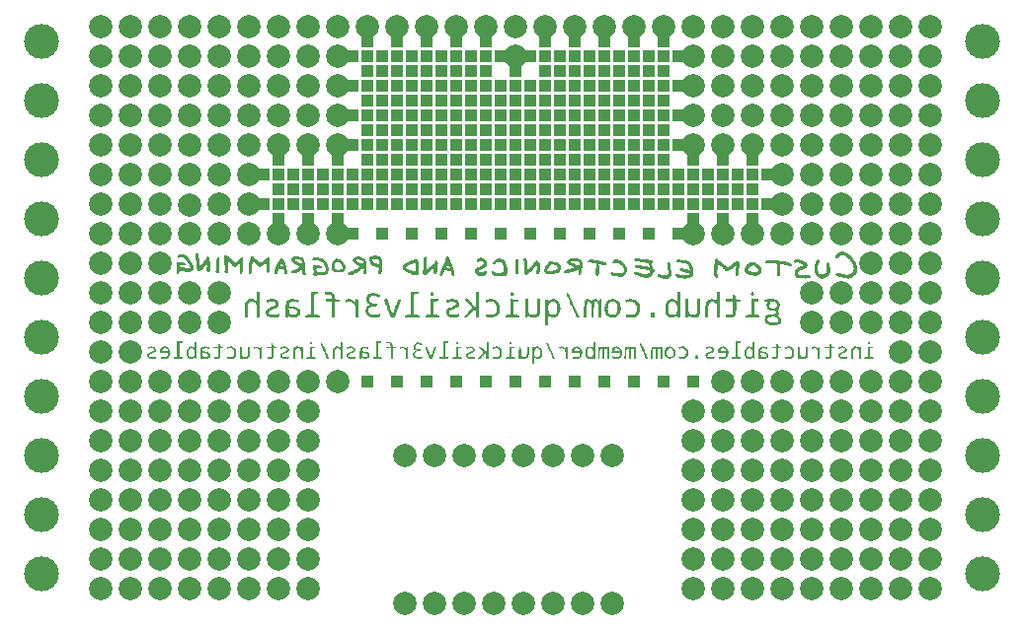
<source format=gbr>
%TF.GenerationSoftware,KiCad,Pcbnew,8.0.9-8.0.9-0~ubuntu24.04.1*%
%TF.CreationDate,2025-10-22T00:16:44-07:00*%
%TF.ProjectId,business_card,62757369-6e65-4737-935f-636172642e6b,rev?*%
%TF.SameCoordinates,Original*%
%TF.FileFunction,Soldermask,Bot*%
%TF.FilePolarity,Negative*%
%FSLAX46Y46*%
G04 Gerber Fmt 4.6, Leading zero omitted, Abs format (unit mm)*
G04 Created by KiCad (PCBNEW 8.0.9-8.0.9-0~ubuntu24.04.1) date 2025-10-22 00:16:44*
%MOMM*%
%LPD*%
G01*
G04 APERTURE LIST*
%ADD10C,0.000000*%
%ADD11C,2.000000*%
%ADD12R,1.000000X1.000000*%
%ADD13C,3.000000*%
G04 APERTURE END LIST*
D10*
%TO.C,TP142*%
G36*
X190835701Y-74350573D02*
G01*
X190824532Y-74361743D01*
X190813362Y-74350573D01*
X190824532Y-74339403D01*
X190835701Y-74350573D01*
G37*
G36*
X190716576Y-81074782D02*
G01*
X190705406Y-81085952D01*
X190694236Y-81074782D01*
X190705406Y-81063612D01*
X190716576Y-81074782D01*
G37*
G36*
X184848718Y-74149517D02*
G01*
X184837548Y-74160687D01*
X184826379Y-74149517D01*
X184837548Y-74138348D01*
X184848718Y-74149517D01*
G37*
G36*
X181631831Y-74328233D02*
G01*
X181620662Y-74339403D01*
X181609492Y-74328233D01*
X181620662Y-74317064D01*
X181631831Y-74328233D01*
G37*
G36*
X169963190Y-81164140D02*
G01*
X169952020Y-81175310D01*
X169940850Y-81164140D01*
X169952020Y-81152970D01*
X169963190Y-81164140D01*
G37*
G36*
X169940850Y-81208819D02*
G01*
X169929681Y-81219989D01*
X169918511Y-81208819D01*
X169929681Y-81197649D01*
X169940850Y-81208819D01*
G37*
G36*
X188385822Y-80199819D02*
G01*
X188389317Y-80206538D01*
X188370929Y-80214712D01*
X188359103Y-80213100D01*
X188356036Y-80199819D01*
X188359311Y-80197145D01*
X188385822Y-80199819D01*
G37*
G36*
X188968918Y-73988520D02*
G01*
X188957777Y-74009368D01*
X188941159Y-74016072D01*
X188938767Y-74005304D01*
X188956412Y-73976014D01*
X188959354Y-73973128D01*
X188975719Y-73962421D01*
X188968918Y-73988520D01*
G37*
G36*
X200498587Y-80427564D02*
G01*
X200549260Y-80444407D01*
X200568361Y-80487843D01*
X200558674Y-80562741D01*
X200556459Y-80570126D01*
X200524002Y-80609510D01*
X200474439Y-80620619D01*
X200422950Y-80603760D01*
X200384720Y-80559239D01*
X200376931Y-80539313D01*
X200374472Y-80479331D01*
X200410074Y-80440648D01*
X200481062Y-80426937D01*
X200498587Y-80427564D01*
G37*
G36*
X169737110Y-80427564D02*
G01*
X169787782Y-80444407D01*
X169806883Y-80487843D01*
X169797196Y-80562741D01*
X169794982Y-80570126D01*
X169762525Y-80609510D01*
X169712961Y-80620619D01*
X169661473Y-80603760D01*
X169623242Y-80559239D01*
X169615454Y-80539313D01*
X169612995Y-80479331D01*
X169648596Y-80440648D01*
X169719584Y-80426937D01*
X169737110Y-80427564D01*
G37*
G36*
X165179854Y-80427564D02*
G01*
X165230526Y-80444407D01*
X165249627Y-80487843D01*
X165239940Y-80562741D01*
X165237726Y-80570126D01*
X165205269Y-80609510D01*
X165155705Y-80620619D01*
X165104217Y-80603760D01*
X165065986Y-80559239D01*
X165058198Y-80539313D01*
X165055739Y-80479331D01*
X165091340Y-80440648D01*
X165162328Y-80426937D01*
X165179854Y-80427564D01*
G37*
G36*
X152647400Y-80427564D02*
G01*
X152698072Y-80444407D01*
X152717174Y-80487843D01*
X152707487Y-80562741D01*
X152705272Y-80570126D01*
X152672815Y-80609510D01*
X152623251Y-80620619D01*
X152571763Y-80603760D01*
X152533532Y-80559239D01*
X152525744Y-80539313D01*
X152523285Y-80479331D01*
X152558887Y-80440648D01*
X152629874Y-80426937D01*
X152647400Y-80427564D01*
G37*
G36*
X190517283Y-76130668D02*
G01*
X190576731Y-76168958D01*
X190587225Y-76182702D01*
X190609962Y-76247626D01*
X190609205Y-76322229D01*
X190586974Y-76389573D01*
X190545288Y-76432719D01*
X190533533Y-76438056D01*
X190457427Y-76448783D01*
X190389457Y-76423131D01*
X190340616Y-76368088D01*
X190321893Y-76290646D01*
X190322071Y-76282689D01*
X190342506Y-76209402D01*
X190389180Y-76156138D01*
X190451102Y-76128144D01*
X190517283Y-76130668D01*
G37*
G36*
X185741499Y-81576324D02*
G01*
X185793336Y-81610732D01*
X185798132Y-81617821D01*
X185821308Y-81687623D01*
X185817478Y-81764625D01*
X185787256Y-81826981D01*
X185771991Y-81840487D01*
X185708521Y-81864415D01*
X185635980Y-81861330D01*
X185574667Y-81830862D01*
X185560400Y-81814162D01*
X185537368Y-81750268D01*
X185538497Y-81675699D01*
X185564706Y-81610732D01*
X185601199Y-81581994D01*
X185679021Y-81568485D01*
X185741499Y-81576324D01*
G37*
G36*
X169922242Y-76131879D02*
G01*
X169980158Y-76161634D01*
X169996851Y-76181076D01*
X170028025Y-76252302D01*
X170028184Y-76328097D01*
X169999183Y-76394699D01*
X169942875Y-76438344D01*
X169938751Y-76439922D01*
X169864472Y-76447918D01*
X169800124Y-76421701D01*
X169752083Y-76371099D01*
X169726725Y-76305937D01*
X169730426Y-76236042D01*
X169769562Y-76171241D01*
X169784541Y-76158502D01*
X169850557Y-76131131D01*
X169922242Y-76131879D01*
G37*
G36*
X163062049Y-76130668D02*
G01*
X163121498Y-76168958D01*
X163131992Y-76182702D01*
X163154729Y-76247626D01*
X163153972Y-76322229D01*
X163131741Y-76389573D01*
X163090055Y-76432719D01*
X163078300Y-76438056D01*
X163002193Y-76448783D01*
X162934224Y-76423131D01*
X162885383Y-76368088D01*
X162866660Y-76290646D01*
X162866838Y-76282689D01*
X162887273Y-76209402D01*
X162933947Y-76156138D01*
X162995869Y-76128144D01*
X163062049Y-76130668D01*
G37*
G36*
X174622817Y-76242677D02*
G01*
X174740099Y-76249429D01*
X175179229Y-77271461D01*
X175618359Y-78293493D01*
X175490289Y-78293493D01*
X175362219Y-78293493D01*
X174933870Y-77293801D01*
X174926461Y-77276506D01*
X174841704Y-77078019D01*
X174762726Y-76891942D01*
X174691228Y-76722363D01*
X174628914Y-76573369D01*
X174577485Y-76449050D01*
X174538642Y-76353493D01*
X174514089Y-76290786D01*
X174505528Y-76265017D01*
X174512180Y-76251749D01*
X174548760Y-76242016D01*
X174622817Y-76242677D01*
G37*
G36*
X182032345Y-77901725D02*
G01*
X182074775Y-77928482D01*
X182105158Y-77967530D01*
X182119621Y-78026511D01*
X182123300Y-78117619D01*
X182120567Y-78177026D01*
X182104488Y-78235869D01*
X182068467Y-78283338D01*
X182028005Y-78313787D01*
X181943907Y-78338957D01*
X181854120Y-78329129D01*
X181772699Y-78284257D01*
X181753088Y-78266362D01*
X181725349Y-78229158D01*
X181712899Y-78180399D01*
X181710020Y-78103607D01*
X181710527Y-78063518D01*
X181717127Y-78001754D01*
X181735945Y-77960393D01*
X181772699Y-77922957D01*
X181839640Y-77883205D01*
X181933258Y-77871440D01*
X182032345Y-77901725D01*
G37*
G36*
X190969738Y-76838820D02*
G01*
X190966169Y-76886575D01*
X190949320Y-76921174D01*
X190911348Y-76941152D01*
X190844434Y-76950403D01*
X190740758Y-76952818D01*
X190612306Y-76953123D01*
X190612306Y-77520631D01*
X190612306Y-78088138D01*
X190846871Y-78104126D01*
X191081436Y-78120114D01*
X191081436Y-78206803D01*
X191081436Y-78293493D01*
X190467100Y-78293493D01*
X189852764Y-78293493D01*
X189852764Y-78206576D01*
X189852764Y-78119660D01*
X190098498Y-78103607D01*
X190344233Y-78087554D01*
X190344233Y-77419811D01*
X190344233Y-76752068D01*
X190656985Y-76752068D01*
X190969738Y-76752068D01*
X190969738Y-76838820D01*
G37*
G36*
X163514505Y-76838820D02*
G01*
X163510936Y-76886575D01*
X163494087Y-76921174D01*
X163456115Y-76941152D01*
X163389201Y-76950403D01*
X163285525Y-76952818D01*
X163157073Y-76953123D01*
X163157073Y-77520631D01*
X163157073Y-78088138D01*
X163391638Y-78104126D01*
X163626203Y-78120114D01*
X163626203Y-78206803D01*
X163626203Y-78293493D01*
X163011867Y-78293493D01*
X162397531Y-78293493D01*
X162397531Y-78206576D01*
X162397531Y-78119660D01*
X162643265Y-78103607D01*
X162888999Y-78087554D01*
X162888999Y-77419811D01*
X162888999Y-76752068D01*
X163201752Y-76752068D01*
X163514505Y-76752068D01*
X163514505Y-76838820D01*
G37*
G36*
X161816704Y-76215920D02*
G01*
X161816704Y-76305278D01*
X161710591Y-76305524D01*
X161686515Y-76305883D01*
X161597668Y-76310811D01*
X161520706Y-76319617D01*
X161436933Y-76333464D01*
X161436933Y-77210509D01*
X161436933Y-78087554D01*
X161682667Y-78103607D01*
X161928401Y-78119660D01*
X161928401Y-78206576D01*
X161928401Y-78293493D01*
X161314065Y-78293493D01*
X160699729Y-78293493D01*
X160699729Y-78206576D01*
X160699729Y-78119660D01*
X160945464Y-78103607D01*
X161191198Y-78087554D01*
X161191198Y-77107058D01*
X161191198Y-76126562D01*
X161503951Y-76126562D01*
X161816704Y-76126562D01*
X161816704Y-76215920D01*
G37*
G36*
X180833202Y-80486845D02*
G01*
X180919192Y-80493955D01*
X181203321Y-81152970D01*
X181243252Y-81245720D01*
X181309194Y-81399500D01*
X181367957Y-81537311D01*
X181417425Y-81654146D01*
X181455483Y-81745000D01*
X181480016Y-81804866D01*
X181488908Y-81828740D01*
X181487764Y-81831793D01*
X181460035Y-81841399D01*
X181406593Y-81845045D01*
X181322820Y-81844595D01*
X181049887Y-81202784D01*
X181018980Y-81130070D01*
X180953052Y-80974713D01*
X180893362Y-80833720D01*
X180842164Y-80712441D01*
X180801715Y-80616221D01*
X180774270Y-80550410D01*
X180762083Y-80520354D01*
X180758051Y-80494549D01*
X180778472Y-80484892D01*
X180833202Y-80486845D01*
G37*
G36*
X172858004Y-80486845D02*
G01*
X172943994Y-80493955D01*
X173228123Y-81152970D01*
X173268054Y-81245720D01*
X173333996Y-81399500D01*
X173392759Y-81537311D01*
X173442227Y-81654146D01*
X173480286Y-81745000D01*
X173504819Y-81804866D01*
X173513711Y-81828740D01*
X173512566Y-81831793D01*
X173484837Y-81841399D01*
X173431396Y-81845045D01*
X173347622Y-81844595D01*
X173074689Y-81202784D01*
X173043782Y-81130070D01*
X172977854Y-80974713D01*
X172918164Y-80833720D01*
X172866966Y-80712441D01*
X172826517Y-80616221D01*
X172799072Y-80550410D01*
X172786885Y-80520354D01*
X172782853Y-80494549D01*
X172803274Y-80484892D01*
X172858004Y-80486845D01*
G37*
G36*
X153489666Y-80486845D02*
G01*
X153575656Y-80493955D01*
X153859785Y-81152970D01*
X153899717Y-81245720D01*
X153965658Y-81399500D01*
X154024421Y-81537311D01*
X154073889Y-81654146D01*
X154111948Y-81745000D01*
X154136481Y-81804866D01*
X154145373Y-81828740D01*
X154144228Y-81831793D01*
X154116499Y-81841399D01*
X154063058Y-81845045D01*
X153979285Y-81844595D01*
X153706351Y-81202784D01*
X153675444Y-81130070D01*
X153609516Y-80974713D01*
X153549826Y-80833720D01*
X153498629Y-80712441D01*
X153458180Y-80616221D01*
X153430734Y-80550410D01*
X153418547Y-80520354D01*
X153414515Y-80494549D01*
X153434936Y-80484892D01*
X153489666Y-80486845D01*
G37*
G36*
X153234103Y-76210335D02*
G01*
X153225735Y-76265153D01*
X153204910Y-76290901D01*
X153160152Y-76299773D01*
X153133266Y-76302185D01*
X153058135Y-76309535D01*
X152975851Y-76318135D01*
X152858569Y-76330833D01*
X152858569Y-77209193D01*
X152858569Y-78087554D01*
X153104303Y-78103607D01*
X153350037Y-78119660D01*
X153350037Y-78206576D01*
X153350037Y-78293493D01*
X152723183Y-78293493D01*
X152096329Y-78293493D01*
X152103262Y-78209720D01*
X152110196Y-78125947D01*
X152350345Y-78106447D01*
X152590495Y-78086947D01*
X152590495Y-77106755D01*
X152590495Y-76126562D01*
X152915766Y-76126562D01*
X153241037Y-76126562D01*
X153234103Y-76210335D01*
G37*
G36*
X170065561Y-76757039D02*
G01*
X170383898Y-76763238D01*
X170390651Y-76843985D01*
X170390880Y-76846753D01*
X170391224Y-76899862D01*
X170373311Y-76925307D01*
X170326425Y-76938928D01*
X170297315Y-76943477D01*
X170219529Y-76950398D01*
X170135371Y-76953123D01*
X170015297Y-76953123D01*
X170015297Y-77520631D01*
X170015297Y-78088138D01*
X170249861Y-78104126D01*
X170484426Y-78120114D01*
X170484426Y-78206803D01*
X170484426Y-78293493D01*
X169870090Y-78293493D01*
X169255754Y-78293493D01*
X169255754Y-78207009D01*
X169255754Y-78120525D01*
X169501488Y-78104598D01*
X169747223Y-78088672D01*
X169747223Y-77419756D01*
X169747223Y-76750841D01*
X170065561Y-76757039D01*
G37*
G36*
X200814025Y-80884896D02*
G01*
X200814025Y-80885921D01*
X200811836Y-80923791D01*
X200797959Y-80943414D01*
X200761399Y-80950790D01*
X200691158Y-80951915D01*
X200568291Y-80951915D01*
X200568291Y-81331686D01*
X200568291Y-81711458D01*
X200654856Y-81711458D01*
X200737845Y-81714037D01*
X200820292Y-81727156D01*
X200866579Y-81752772D01*
X200881044Y-81792438D01*
X200881044Y-81845494D01*
X200467763Y-81845494D01*
X200054483Y-81845494D01*
X200054483Y-81792438D01*
X200065177Y-81757084D01*
X200104991Y-81730627D01*
X200178919Y-81715973D01*
X200291840Y-81711458D01*
X200389575Y-81711458D01*
X200389575Y-81264668D01*
X200389575Y-80817878D01*
X200601800Y-80817878D01*
X200814025Y-80817878D01*
X200814025Y-80884896D01*
G37*
G36*
X189420885Y-80460446D02*
G01*
X189420885Y-80461471D01*
X189418696Y-80499341D01*
X189404820Y-80518964D01*
X189368259Y-80526339D01*
X189298018Y-80527465D01*
X189175151Y-80527465D01*
X189175151Y-81119461D01*
X189175151Y-81711458D01*
X189261717Y-81711458D01*
X189344705Y-81714037D01*
X189427152Y-81727156D01*
X189473439Y-81752772D01*
X189487904Y-81792438D01*
X189487904Y-81845494D01*
X189085793Y-81845494D01*
X188683682Y-81845494D01*
X188683682Y-81792438D01*
X188690887Y-81762726D01*
X188727530Y-81733208D01*
X188799078Y-81716636D01*
X188909870Y-81711458D01*
X188996435Y-81711458D01*
X188996435Y-81052443D01*
X188996435Y-80393428D01*
X189208660Y-80393428D01*
X189420885Y-80393428D01*
X189420885Y-80460446D01*
G37*
G36*
X170052548Y-80884896D02*
G01*
X170052548Y-80885921D01*
X170050358Y-80923791D01*
X170036482Y-80943414D01*
X169999922Y-80950790D01*
X169929681Y-80951915D01*
X169806813Y-80951915D01*
X169806813Y-81331686D01*
X169806813Y-81711458D01*
X169893379Y-81711458D01*
X169976368Y-81714037D01*
X170058814Y-81727156D01*
X170105101Y-81752772D01*
X170119566Y-81792438D01*
X170119566Y-81845494D01*
X169706286Y-81845494D01*
X169293005Y-81845494D01*
X169293005Y-81792438D01*
X169303699Y-81757084D01*
X169343513Y-81730627D01*
X169417442Y-81715973D01*
X169530362Y-81711458D01*
X169628097Y-81711458D01*
X169628097Y-81264668D01*
X169628097Y-80817878D01*
X169840323Y-80817878D01*
X170052548Y-80817878D01*
X170052548Y-80884896D01*
G37*
G36*
X165495292Y-80884896D02*
G01*
X165495292Y-80885921D01*
X165493102Y-80923791D01*
X165479226Y-80943414D01*
X165442666Y-80950790D01*
X165372425Y-80951915D01*
X165249557Y-80951915D01*
X165249557Y-81331686D01*
X165249557Y-81711458D01*
X165336123Y-81711458D01*
X165419112Y-81714037D01*
X165501559Y-81727156D01*
X165547845Y-81752772D01*
X165562310Y-81792438D01*
X165562310Y-81845494D01*
X165149030Y-81845494D01*
X164735749Y-81845494D01*
X164735749Y-81792438D01*
X164746443Y-81757084D01*
X164786257Y-81730627D01*
X164860186Y-81715973D01*
X164973106Y-81711458D01*
X165070841Y-81711458D01*
X165070841Y-81264668D01*
X165070841Y-80817878D01*
X165283067Y-80817878D01*
X165495292Y-80817878D01*
X165495292Y-80884896D01*
G37*
G36*
X164355978Y-80460446D02*
G01*
X164355978Y-80461471D01*
X164353788Y-80499341D01*
X164339912Y-80518964D01*
X164303352Y-80526339D01*
X164233111Y-80527465D01*
X164110243Y-80527465D01*
X164110243Y-81119461D01*
X164110243Y-81711458D01*
X164196809Y-81711458D01*
X164279798Y-81714037D01*
X164362245Y-81727156D01*
X164408531Y-81752772D01*
X164422996Y-81792438D01*
X164422996Y-81845494D01*
X164020885Y-81845494D01*
X163618775Y-81845494D01*
X163618775Y-81792438D01*
X163625980Y-81762726D01*
X163662622Y-81733208D01*
X163734170Y-81716636D01*
X163844962Y-81711458D01*
X163931528Y-81711458D01*
X163931528Y-81052443D01*
X163931528Y-80393428D01*
X164143753Y-80393428D01*
X164355978Y-80393428D01*
X164355978Y-80460446D01*
G37*
G36*
X158659408Y-80460446D02*
G01*
X158659408Y-80461471D01*
X158657218Y-80499341D01*
X158643342Y-80518964D01*
X158606782Y-80526339D01*
X158536541Y-80527465D01*
X158413674Y-80527465D01*
X158413674Y-81119461D01*
X158413674Y-81711458D01*
X158500239Y-81711458D01*
X158583228Y-81714037D01*
X158665675Y-81727156D01*
X158711961Y-81752772D01*
X158726426Y-81792438D01*
X158726426Y-81845494D01*
X158324316Y-81845494D01*
X157922205Y-81845494D01*
X157922205Y-81792438D01*
X157929410Y-81762726D01*
X157966052Y-81733208D01*
X158037600Y-81716636D01*
X158148392Y-81711458D01*
X158234958Y-81711458D01*
X158234958Y-81052443D01*
X158234958Y-80393428D01*
X158447183Y-80393428D01*
X158659408Y-80393428D01*
X158659408Y-80460446D01*
G37*
G36*
X152962838Y-80884896D02*
G01*
X152962838Y-80885921D01*
X152960648Y-80923791D01*
X152946772Y-80943414D01*
X152910212Y-80950790D01*
X152839971Y-80951915D01*
X152717104Y-80951915D01*
X152717104Y-81331686D01*
X152717104Y-81711458D01*
X152803669Y-81711458D01*
X152886658Y-81714037D01*
X152969105Y-81727156D01*
X153015392Y-81752772D01*
X153029856Y-81792438D01*
X153029856Y-81845494D01*
X152616576Y-81845494D01*
X152203295Y-81845494D01*
X152203295Y-81792438D01*
X152213990Y-81757084D01*
X152253803Y-81730627D01*
X152327732Y-81715973D01*
X152440652Y-81711458D01*
X152538388Y-81711458D01*
X152538388Y-81264668D01*
X152538388Y-80817878D01*
X152750613Y-80817878D01*
X152962838Y-80817878D01*
X152962838Y-80884896D01*
G37*
G36*
X141569698Y-80460446D02*
G01*
X141569698Y-80461471D01*
X141567508Y-80499341D01*
X141553632Y-80518964D01*
X141517072Y-80526339D01*
X141446831Y-80527465D01*
X141323964Y-80527465D01*
X141323964Y-81119461D01*
X141323964Y-81711458D01*
X141410529Y-81711458D01*
X141493518Y-81714037D01*
X141575965Y-81727156D01*
X141622252Y-81752772D01*
X141636717Y-81792438D01*
X141636717Y-81845494D01*
X141234606Y-81845494D01*
X140832495Y-81845494D01*
X140832495Y-81792438D01*
X140839700Y-81762726D01*
X140876342Y-81733208D01*
X140947890Y-81716636D01*
X141058682Y-81711458D01*
X141145248Y-81711458D01*
X141145248Y-81052443D01*
X141145248Y-80393428D01*
X141357473Y-80393428D01*
X141569698Y-80393428D01*
X141569698Y-80460446D01*
G37*
G36*
X195847195Y-80819948D02*
G01*
X195948271Y-80863491D01*
X196040292Y-80942490D01*
X196094061Y-81000479D01*
X196108661Y-80909178D01*
X196110890Y-80895654D01*
X196124021Y-80844118D01*
X196146686Y-80822356D01*
X196190015Y-80817878D01*
X196256769Y-80817878D01*
X196256769Y-81331686D01*
X196256769Y-81845494D01*
X196167411Y-81845494D01*
X196078053Y-81845494D01*
X196078053Y-81509293D01*
X196077727Y-81430812D01*
X196074254Y-81296444D01*
X196065446Y-81196572D01*
X196049421Y-81124357D01*
X196024295Y-81072962D01*
X195988183Y-81035547D01*
X195939201Y-81005274D01*
X195938843Y-81005089D01*
X195882698Y-80984272D01*
X195813157Y-80976892D01*
X195715170Y-80981341D01*
X195679673Y-80984240D01*
X195612726Y-80987730D01*
X195574757Y-80983056D01*
X195554551Y-80967433D01*
X195540891Y-80938076D01*
X195531148Y-80911247D01*
X195523007Y-80865415D01*
X195544627Y-80841265D01*
X195603339Y-80825588D01*
X195728299Y-80809515D01*
X195847195Y-80819948D01*
G37*
G36*
X174200229Y-80819948D02*
G01*
X174301305Y-80863491D01*
X174393326Y-80942490D01*
X174447096Y-81000479D01*
X174461695Y-80909178D01*
X174463925Y-80895654D01*
X174477056Y-80844118D01*
X174499721Y-80822356D01*
X174543049Y-80817878D01*
X174609804Y-80817878D01*
X174609804Y-81331686D01*
X174609804Y-81845494D01*
X174520446Y-81845494D01*
X174431088Y-81845494D01*
X174431088Y-81509293D01*
X174430762Y-81430812D01*
X174427288Y-81296444D01*
X174418481Y-81196572D01*
X174402456Y-81124357D01*
X174377329Y-81072962D01*
X174341217Y-81035547D01*
X174292236Y-81005274D01*
X174291877Y-81005089D01*
X174235732Y-80984272D01*
X174166191Y-80976892D01*
X174068204Y-80981341D01*
X174032708Y-80984240D01*
X173965761Y-80987730D01*
X173927792Y-80983056D01*
X173907585Y-80967433D01*
X173893925Y-80938076D01*
X173884182Y-80911247D01*
X173876042Y-80865415D01*
X173897661Y-80841265D01*
X173956374Y-80825588D01*
X174081333Y-80809515D01*
X174200229Y-80819948D01*
G37*
G36*
X160528462Y-80819948D02*
G01*
X160629537Y-80863491D01*
X160721558Y-80942490D01*
X160775328Y-81000479D01*
X160789927Y-80909178D01*
X160792157Y-80895654D01*
X160805288Y-80844118D01*
X160827953Y-80822356D01*
X160871281Y-80817878D01*
X160938036Y-80817878D01*
X160938036Y-81331686D01*
X160938036Y-81845494D01*
X160848678Y-81845494D01*
X160759320Y-81845494D01*
X160759320Y-81509293D01*
X160758994Y-81430812D01*
X160755520Y-81296444D01*
X160746713Y-81196572D01*
X160730688Y-81124357D01*
X160705561Y-81072962D01*
X160669449Y-81035547D01*
X160620468Y-81005274D01*
X160620110Y-81005089D01*
X160563965Y-80984272D01*
X160494423Y-80976892D01*
X160396436Y-80981341D01*
X160360940Y-80984240D01*
X160293993Y-80987730D01*
X160256024Y-80983056D01*
X160235817Y-80967433D01*
X160222157Y-80938076D01*
X160212414Y-80911247D01*
X160204274Y-80865415D01*
X160225893Y-80841265D01*
X160284606Y-80825588D01*
X160409565Y-80809515D01*
X160528462Y-80819948D01*
G37*
G36*
X147996008Y-80819948D02*
G01*
X148097084Y-80863491D01*
X148189104Y-80942490D01*
X148242874Y-81000479D01*
X148257474Y-80909178D01*
X148259703Y-80895654D01*
X148272834Y-80844118D01*
X148295499Y-80822356D01*
X148338828Y-80817878D01*
X148405582Y-80817878D01*
X148405582Y-81331686D01*
X148405582Y-81845494D01*
X148316224Y-81845494D01*
X148226866Y-81845494D01*
X148226866Y-81509293D01*
X148226540Y-81430812D01*
X148223066Y-81296444D01*
X148214259Y-81196572D01*
X148198234Y-81124357D01*
X148173108Y-81072962D01*
X148136996Y-81035547D01*
X148088014Y-81005274D01*
X148087656Y-81005089D01*
X148031511Y-80984272D01*
X147961969Y-80976892D01*
X147863983Y-80981341D01*
X147828486Y-80984240D01*
X147761539Y-80987730D01*
X147723570Y-80983056D01*
X147703363Y-80967433D01*
X147689704Y-80938076D01*
X147679961Y-80911247D01*
X147671820Y-80865415D01*
X147693439Y-80841265D01*
X147752152Y-80825588D01*
X147877111Y-80809515D01*
X147996008Y-80819948D01*
G37*
G36*
X144683605Y-73118934D02*
G01*
X144738011Y-73155241D01*
X144752267Y-73173430D01*
X144764681Y-73202943D01*
X144769590Y-73246823D01*
X144767844Y-73315081D01*
X144760291Y-73417730D01*
X144755989Y-73479844D01*
X144749984Y-73599946D01*
X144744739Y-73743074D01*
X144740704Y-73896355D01*
X144738328Y-74046917D01*
X144738032Y-74077201D01*
X144736378Y-74214727D01*
X144734019Y-74315450D01*
X144730152Y-74386006D01*
X144723973Y-74433031D01*
X144714679Y-74463163D01*
X144701464Y-74483038D01*
X144683526Y-74499291D01*
X144622628Y-74532294D01*
X144551912Y-74535588D01*
X144492500Y-74505249D01*
X144454450Y-74446948D01*
X144447816Y-74366356D01*
X144448815Y-74358249D01*
X144453815Y-74297099D01*
X144459085Y-74204762D01*
X144464055Y-74092307D01*
X144468156Y-73970802D01*
X144470587Y-73899035D01*
X144478698Y-73737221D01*
X144489853Y-73580331D01*
X144503258Y-73436314D01*
X144518118Y-73313120D01*
X144533640Y-73218697D01*
X144549030Y-73160995D01*
X144570918Y-73131589D01*
X144622690Y-73111209D01*
X144683605Y-73118934D01*
G37*
G36*
X163353765Y-80824242D02*
G01*
X163373040Y-80843790D01*
X163370469Y-80855351D01*
X163354659Y-80904790D01*
X163326369Y-80986113D01*
X163287829Y-81093076D01*
X163241272Y-81219436D01*
X163188928Y-81358947D01*
X163004817Y-81845494D01*
X162892930Y-81845217D01*
X162781044Y-81844939D01*
X162596743Y-81356318D01*
X162565419Y-81272889D01*
X162516261Y-81140292D01*
X162474167Y-81024652D01*
X162441354Y-80932166D01*
X162420040Y-80869030D01*
X162412442Y-80841439D01*
X162412545Y-80839791D01*
X162435705Y-80823556D01*
X162495649Y-80822114D01*
X162507890Y-80822984D01*
X162532169Y-80825034D01*
X162552275Y-80830961D01*
X162570623Y-80845534D01*
X162589631Y-80873523D01*
X162611713Y-80919696D01*
X162639288Y-80988822D01*
X162674770Y-81085670D01*
X162720576Y-81215011D01*
X162779123Y-81381611D01*
X162894922Y-81710780D01*
X162955402Y-81526818D01*
X162978998Y-81456750D01*
X163020303Y-81338183D01*
X163066594Y-81208672D01*
X163111588Y-81085952D01*
X163207295Y-80829048D01*
X163290168Y-80822114D01*
X163294803Y-80821748D01*
X163353765Y-80824242D01*
G37*
G36*
X167044145Y-77210028D02*
G01*
X167044145Y-78293493D01*
X166910108Y-78293493D01*
X166776071Y-78293493D01*
X166776071Y-77996023D01*
X166776071Y-77698554D01*
X166685241Y-77647505D01*
X166668225Y-77638055D01*
X166618100Y-77614112D01*
X166589056Y-77612139D01*
X166567958Y-77630196D01*
X166547813Y-77654752D01*
X166503038Y-77708383D01*
X166439277Y-77784318D01*
X166361650Y-77876460D01*
X166275275Y-77978715D01*
X166009045Y-78293493D01*
X165855054Y-78293493D01*
X165701063Y-78293493D01*
X166044147Y-77885797D01*
X166106454Y-77811613D01*
X166198587Y-77701366D01*
X166278915Y-77604576D01*
X166343178Y-77526408D01*
X166387115Y-77472028D01*
X166406464Y-77446600D01*
X166407814Y-77438321D01*
X166394430Y-77409898D01*
X166357624Y-77363121D01*
X166294877Y-77295187D01*
X166203672Y-77203292D01*
X166081491Y-77084630D01*
X165737284Y-76754162D01*
X165895562Y-76753115D01*
X166053840Y-76752068D01*
X166420996Y-77126254D01*
X166788152Y-77500441D01*
X166779748Y-76813502D01*
X166771344Y-76126562D01*
X166907744Y-76126562D01*
X167044145Y-76126562D01*
X167044145Y-77210028D01*
G37*
G36*
X155258221Y-80397664D02*
G01*
X155341994Y-80404597D01*
X155347888Y-81125046D01*
X155353782Y-81845494D01*
X155266831Y-81845494D01*
X155179880Y-81845494D01*
X155170166Y-81504817D01*
X155166143Y-81388464D01*
X155159595Y-81274090D01*
X155150682Y-81191398D01*
X155138562Y-81133102D01*
X155122393Y-81091915D01*
X155064923Y-81018775D01*
X154987129Y-80971248D01*
X154900756Y-80952568D01*
X154816095Y-80963166D01*
X154743436Y-81003474D01*
X154693068Y-81073922D01*
X154688329Y-81086668D01*
X154675535Y-81143519D01*
X154666957Y-81227154D01*
X154662143Y-81343508D01*
X154660639Y-81498515D01*
X154660639Y-81845494D01*
X154568510Y-81845494D01*
X154476381Y-81845494D01*
X154486234Y-81448969D01*
X154491011Y-81297899D01*
X154498638Y-81167330D01*
X154510261Y-81069130D01*
X154527468Y-80996838D01*
X154551851Y-80943989D01*
X154585001Y-80904121D01*
X154628506Y-80870771D01*
X154684239Y-80841946D01*
X154796170Y-80814742D01*
X154914430Y-80816210D01*
X155024788Y-80845445D01*
X155113014Y-80901544D01*
X155174447Y-80960274D01*
X155174447Y-80675502D01*
X155174447Y-80390731D01*
X155258221Y-80397664D01*
G37*
G36*
X199347743Y-80816214D02*
G01*
X199457972Y-80845372D01*
X199546026Y-80901321D01*
X199607227Y-80959828D01*
X199621660Y-80887664D01*
X199633053Y-80845267D01*
X199656685Y-80822689D01*
X199705666Y-80822273D01*
X199775239Y-80829048D01*
X199781243Y-81337271D01*
X199787248Y-81845494D01*
X199700187Y-81845494D01*
X199613125Y-81845494D01*
X199603411Y-81504817D01*
X199599389Y-81388464D01*
X199592840Y-81274090D01*
X199583927Y-81191398D01*
X199571808Y-81133102D01*
X199555638Y-81091915D01*
X199498168Y-81018775D01*
X199420374Y-80971248D01*
X199334002Y-80952568D01*
X199249341Y-80963166D01*
X199176681Y-81003474D01*
X199126313Y-81073922D01*
X199121574Y-81086668D01*
X199108780Y-81143519D01*
X199100203Y-81227154D01*
X199095389Y-81343508D01*
X199093885Y-81498515D01*
X199093885Y-81845494D01*
X199001755Y-81845494D01*
X198909626Y-81845494D01*
X198919480Y-81448969D01*
X198924256Y-81297899D01*
X198931884Y-81167330D01*
X198943506Y-81069130D01*
X198960714Y-80996838D01*
X198985097Y-80943989D01*
X199018246Y-80904121D01*
X199061751Y-80870771D01*
X199117724Y-80841857D01*
X199229581Y-80814743D01*
X199347743Y-80816214D01*
G37*
G36*
X151496556Y-80816214D02*
G01*
X151606784Y-80845372D01*
X151694839Y-80901321D01*
X151756040Y-80959828D01*
X151770473Y-80887664D01*
X151781866Y-80845267D01*
X151805498Y-80822689D01*
X151854479Y-80822273D01*
X151924052Y-80829048D01*
X151930056Y-81337271D01*
X151936060Y-81845494D01*
X151848999Y-81845494D01*
X151761938Y-81845494D01*
X151752224Y-81504817D01*
X151748201Y-81388464D01*
X151741653Y-81274090D01*
X151732740Y-81191398D01*
X151720620Y-81133102D01*
X151704451Y-81091915D01*
X151646981Y-81018775D01*
X151569187Y-80971248D01*
X151482815Y-80952568D01*
X151398153Y-80963166D01*
X151325494Y-81003474D01*
X151275126Y-81073922D01*
X151270387Y-81086668D01*
X151257593Y-81143519D01*
X151249015Y-81227154D01*
X151244201Y-81343508D01*
X151242697Y-81498515D01*
X151242697Y-81845494D01*
X151150568Y-81845494D01*
X151058439Y-81845494D01*
X151068292Y-81448969D01*
X151073069Y-81297899D01*
X151080696Y-81167330D01*
X151092319Y-81069130D01*
X151109526Y-80996838D01*
X151133909Y-80943989D01*
X151167059Y-80904121D01*
X151210564Y-80870771D01*
X151266537Y-80841857D01*
X151378394Y-80814743D01*
X151496556Y-80816214D01*
G37*
G36*
X170327157Y-73336861D02*
G01*
X170359107Y-73352498D01*
X170359369Y-73353018D01*
X170363862Y-73383064D01*
X170369273Y-73449828D01*
X170375272Y-73545870D01*
X170381531Y-73663750D01*
X170387719Y-73796025D01*
X170393508Y-73935257D01*
X170398566Y-74074003D01*
X170402566Y-74204824D01*
X170405177Y-74320278D01*
X170406070Y-74412925D01*
X170406069Y-74413968D01*
X170402814Y-74515192D01*
X170392827Y-74577421D01*
X170375272Y-74605905D01*
X170366231Y-74609678D01*
X170321558Y-74616342D01*
X170263649Y-74617339D01*
X170211717Y-74612927D01*
X170184980Y-74603362D01*
X170182148Y-74597779D01*
X170165753Y-74561763D01*
X170140927Y-74505281D01*
X170121233Y-74455389D01*
X170112732Y-74409937D01*
X170117839Y-74357452D01*
X170136177Y-74280054D01*
X170138979Y-74268935D01*
X170151643Y-74205298D01*
X170159410Y-74132941D01*
X170162648Y-74042905D01*
X170161726Y-73926235D01*
X170157013Y-73773974D01*
X170156880Y-73770409D01*
X170152302Y-73623211D01*
X170151258Y-73514916D01*
X170153944Y-73439990D01*
X170160552Y-73392900D01*
X170171279Y-73368110D01*
X170174281Y-73364919D01*
X170215237Y-73344693D01*
X170272698Y-73334800D01*
X170327157Y-73336861D01*
G37*
G36*
X195136074Y-80822225D02*
G01*
X195217983Y-80829048D01*
X195217296Y-81219989D01*
X195217120Y-81270309D01*
X195214560Y-81427386D01*
X195207603Y-81547860D01*
X195194423Y-81638034D01*
X195173196Y-81704207D01*
X195142095Y-81752681D01*
X195099296Y-81789756D01*
X195042973Y-81821732D01*
X194938833Y-81857941D01*
X194815469Y-81866362D01*
X194700158Y-81839599D01*
X194603920Y-81778731D01*
X194538770Y-81717872D01*
X194524755Y-81781683D01*
X194514229Y-81816090D01*
X194488025Y-81840039D01*
X194433907Y-81845494D01*
X194357074Y-81845494D01*
X194363078Y-81337271D01*
X194369082Y-80829048D01*
X194450156Y-80822275D01*
X194531230Y-80815503D01*
X194540700Y-81168537D01*
X194545253Y-81295924D01*
X194553922Y-81431712D01*
X194565396Y-81526075D01*
X194579523Y-81577421D01*
X194580145Y-81578599D01*
X194637143Y-81655297D01*
X194713146Y-81697658D01*
X194817563Y-81710961D01*
X194890321Y-81707225D01*
X194941784Y-81690302D01*
X194985109Y-81653857D01*
X195004337Y-81631708D01*
X195018787Y-81607127D01*
X195028976Y-81573482D01*
X195035885Y-81523653D01*
X195040491Y-81450516D01*
X195043775Y-81346949D01*
X195046716Y-81205830D01*
X195054165Y-80815403D01*
X195136074Y-80822225D01*
G37*
G36*
X171210481Y-80822225D02*
G01*
X171292389Y-80829048D01*
X171291702Y-81219989D01*
X171291527Y-81270309D01*
X171288966Y-81427386D01*
X171282009Y-81547860D01*
X171268829Y-81638034D01*
X171247602Y-81704207D01*
X171216501Y-81752681D01*
X171173702Y-81789756D01*
X171117380Y-81821732D01*
X171013240Y-81857941D01*
X170889875Y-81866362D01*
X170774564Y-81839599D01*
X170678327Y-81778731D01*
X170613176Y-81717872D01*
X170599161Y-81781683D01*
X170588636Y-81816090D01*
X170562432Y-81840039D01*
X170508313Y-81845494D01*
X170431480Y-81845494D01*
X170437485Y-81337271D01*
X170443489Y-80829048D01*
X170524563Y-80822275D01*
X170605636Y-80815503D01*
X170615106Y-81168537D01*
X170619659Y-81295924D01*
X170628329Y-81431712D01*
X170639803Y-81526075D01*
X170653930Y-81577421D01*
X170654551Y-81578599D01*
X170711549Y-81655297D01*
X170787552Y-81697658D01*
X170891969Y-81710961D01*
X170964727Y-81707225D01*
X171016190Y-81690302D01*
X171059516Y-81653857D01*
X171078744Y-81631708D01*
X171093193Y-81607127D01*
X171103383Y-81573482D01*
X171110291Y-81523653D01*
X171114897Y-81450516D01*
X171118182Y-81346949D01*
X171121123Y-81205830D01*
X171128572Y-80815403D01*
X171210481Y-80822225D01*
G37*
G36*
X148234294Y-77210028D02*
G01*
X148234294Y-78293493D01*
X148100257Y-78293493D01*
X147966220Y-78293493D01*
X147966220Y-77817248D01*
X147965597Y-77671228D01*
X147962198Y-77506947D01*
X147954868Y-77377272D01*
X147942522Y-77276424D01*
X147924074Y-77198622D01*
X147898436Y-77138085D01*
X147864524Y-77089033D01*
X147821250Y-77045686D01*
X147735107Y-76990241D01*
X147623099Y-76956670D01*
X147506836Y-76953763D01*
X147398450Y-76981643D01*
X147310073Y-77040436D01*
X147240187Y-77110285D01*
X147233560Y-77701889D01*
X147226934Y-78293493D01*
X147092626Y-78293493D01*
X146958317Y-78293493D01*
X146965215Y-77684742D01*
X146966518Y-77573637D01*
X146968761Y-77415443D01*
X146971419Y-77292824D01*
X146974957Y-77200032D01*
X146979842Y-77131322D01*
X146986540Y-77080945D01*
X146995517Y-77043154D01*
X147007238Y-77012202D01*
X147022171Y-76982342D01*
X147088275Y-76888394D01*
X147196914Y-76801519D01*
X147332733Y-76748144D01*
X147492783Y-76729853D01*
X147607910Y-76738292D01*
X147756931Y-76782077D01*
X147882352Y-76863433D01*
X147977570Y-76947247D01*
X147969446Y-76536905D01*
X147961321Y-76126562D01*
X148097808Y-76126562D01*
X148234294Y-76126562D01*
X148234294Y-77210028D01*
G37*
G36*
X147284887Y-80822225D02*
G01*
X147366796Y-80829048D01*
X147366108Y-81219989D01*
X147365933Y-81270309D01*
X147363373Y-81427386D01*
X147356415Y-81547860D01*
X147343236Y-81638034D01*
X147322008Y-81704207D01*
X147290908Y-81752681D01*
X147248109Y-81789756D01*
X147191786Y-81821732D01*
X147087646Y-81857941D01*
X146964282Y-81866362D01*
X146848971Y-81839599D01*
X146752733Y-81778731D01*
X146687583Y-81717872D01*
X146673567Y-81781683D01*
X146663042Y-81816090D01*
X146636838Y-81840039D01*
X146582719Y-81845494D01*
X146505887Y-81845494D01*
X146511891Y-81337271D01*
X146517895Y-80829048D01*
X146598969Y-80822275D01*
X146680043Y-80815503D01*
X146689513Y-81168537D01*
X146694066Y-81295924D01*
X146702735Y-81431712D01*
X146714209Y-81526075D01*
X146728336Y-81577421D01*
X146728957Y-81578599D01*
X146785956Y-81655297D01*
X146861958Y-81697658D01*
X146966376Y-81710961D01*
X147039134Y-81707225D01*
X147090596Y-81690302D01*
X147133922Y-81653857D01*
X147153150Y-81631708D01*
X147167600Y-81607127D01*
X147177789Y-81573482D01*
X147184697Y-81523653D01*
X147189304Y-81450516D01*
X147192588Y-81346949D01*
X147195529Y-81205830D01*
X147202978Y-80815403D01*
X147284887Y-80822225D01*
G37*
G36*
X159364729Y-80402238D02*
G01*
X159464747Y-80432964D01*
X159535491Y-80492043D01*
X159581886Y-80583304D01*
X159608856Y-80710575D01*
X159622387Y-80815497D01*
X159727309Y-80829277D01*
X159758542Y-80833379D01*
X159824253Y-80842006D01*
X159865740Y-80847450D01*
X159887798Y-80860726D01*
X159906388Y-80901879D01*
X159907289Y-80908703D01*
X159905960Y-80932708D01*
X159888421Y-80945645D01*
X159845185Y-80950914D01*
X159766766Y-80951915D01*
X159620006Y-80951915D01*
X159620006Y-81398705D01*
X159620006Y-81845494D01*
X159530648Y-81845494D01*
X159441290Y-81845494D01*
X159441290Y-81398705D01*
X159441290Y-80951915D01*
X159262574Y-80951915D01*
X159083858Y-80951915D01*
X159083858Y-80884896D01*
X159083858Y-80817878D01*
X159265611Y-80817878D01*
X159447363Y-80817878D01*
X159432892Y-80712298D01*
X159424086Y-80660160D01*
X159401519Y-80596824D01*
X159361767Y-80560477D01*
X159295906Y-80544785D01*
X159195008Y-80543409D01*
X159160260Y-80544380D01*
X159092242Y-80544308D01*
X159054236Y-80537723D01*
X159035563Y-80521388D01*
X159025539Y-80492067D01*
X159020104Y-80451638D01*
X159026830Y-80420670D01*
X159027993Y-80419766D01*
X159060540Y-80411170D01*
X159123893Y-80403053D01*
X159205574Y-80397063D01*
X159230512Y-80396037D01*
X159364729Y-80402238D01*
G37*
G36*
X159269569Y-77126254D02*
G01*
X159304798Y-77222496D01*
X159361103Y-77379004D01*
X159418868Y-77542280D01*
X159474711Y-77702589D01*
X159525248Y-77850191D01*
X159567096Y-77975348D01*
X159596872Y-78068322D01*
X159601118Y-78068078D01*
X159617980Y-78037804D01*
X159644626Y-77975107D01*
X159678428Y-77886353D01*
X159716757Y-77777909D01*
X159726422Y-77749755D01*
X159778961Y-77599383D01*
X159839303Y-77430062D01*
X159900726Y-77260523D01*
X159956513Y-77109500D01*
X160086127Y-76763238D01*
X160217132Y-76756451D01*
X160217978Y-76756407D01*
X160290376Y-76753738D01*
X160327768Y-76757586D01*
X160339631Y-76771299D01*
X160335439Y-76798220D01*
X160328190Y-76820200D01*
X160306295Y-76881391D01*
X160271973Y-76975066D01*
X160227144Y-77096046D01*
X160173731Y-77239148D01*
X160113655Y-77399191D01*
X160048837Y-77570995D01*
X159774932Y-78295212D01*
X159608004Y-78288768D01*
X159441076Y-78282323D01*
X159165509Y-77556290D01*
X159112518Y-77416561D01*
X159051191Y-77254557D01*
X158996167Y-77108878D01*
X158949362Y-76984612D01*
X158912691Y-76886846D01*
X158888069Y-76820667D01*
X158877412Y-76791162D01*
X158874475Y-76774691D01*
X158886060Y-76760182D01*
X158924288Y-76753611D01*
X158998152Y-76752068D01*
X159131424Y-76752068D01*
X159269569Y-77126254D01*
G37*
G36*
X154257897Y-76112792D02*
G01*
X154398322Y-76145869D01*
X154505912Y-76206847D01*
X154583524Y-76298209D01*
X154634017Y-76422440D01*
X154660249Y-76582023D01*
X154674314Y-76748406D01*
X154810812Y-76762332D01*
X154874997Y-76768899D01*
X154977175Y-76780184D01*
X155045228Y-76790672D01*
X155086090Y-76802975D01*
X155106694Y-76819705D01*
X155113972Y-76843476D01*
X155114857Y-76876899D01*
X155114857Y-76953123D01*
X154891462Y-76953123D01*
X154668067Y-76953123D01*
X154668067Y-77623308D01*
X154668067Y-78293493D01*
X154534030Y-78293493D01*
X154399993Y-78293493D01*
X154399993Y-77623308D01*
X154399993Y-76953123D01*
X154131919Y-76953123D01*
X153863846Y-76953123D01*
X153863846Y-76852596D01*
X153863846Y-76752068D01*
X154131919Y-76752068D01*
X154399993Y-76752068D01*
X154399993Y-76639653D01*
X154398292Y-76594514D01*
X154378746Y-76486175D01*
X154340443Y-76401138D01*
X154287267Y-76349406D01*
X154238693Y-76336414D01*
X154148488Y-76329702D01*
X154023795Y-76330854D01*
X153809813Y-76338787D01*
X153789643Y-76253798D01*
X153785977Y-76237184D01*
X153778453Y-76184185D01*
X153781381Y-76156902D01*
X153789223Y-76151251D01*
X153838976Y-76134067D01*
X153917339Y-76119304D01*
X154012116Y-76108890D01*
X154111110Y-76104756D01*
X154257897Y-76112792D01*
G37*
G36*
X155942480Y-76731340D02*
G01*
X156083172Y-76757914D01*
X156206049Y-76820474D01*
X156320721Y-76923355D01*
X156359113Y-76965132D01*
X156400849Y-77007899D01*
X156422889Y-77022880D01*
X156431546Y-77013416D01*
X156433133Y-76982848D01*
X156433183Y-76978256D01*
X156437760Y-76909836D01*
X156447404Y-76834744D01*
X156461428Y-76749873D01*
X156564440Y-76756556D01*
X156667452Y-76763238D01*
X156673330Y-77528365D01*
X156679208Y-78293493D01*
X156546706Y-78293493D01*
X156414204Y-78293493D01*
X156406791Y-77785269D01*
X156404713Y-77651314D01*
X156401967Y-77517746D01*
X156398487Y-77417321D01*
X156393640Y-77343608D01*
X156386793Y-77290179D01*
X156377313Y-77250605D01*
X156364568Y-77218457D01*
X156347923Y-77187304D01*
X156337083Y-77169859D01*
X156279525Y-77098723D01*
X156215536Y-77042098D01*
X156215173Y-77041849D01*
X156166898Y-77013151D01*
X156116826Y-76996400D01*
X156050694Y-76988570D01*
X155954238Y-76986633D01*
X155941079Y-76986680D01*
X155843790Y-76989575D01*
X155755940Y-76996072D01*
X155695144Y-77004927D01*
X155616416Y-77023221D01*
X155588693Y-76919568D01*
X155580428Y-76885534D01*
X155570889Y-76828435D01*
X155572098Y-76797909D01*
X155590971Y-76784126D01*
X155646367Y-76764549D01*
X155723708Y-76747081D01*
X155809808Y-76734536D01*
X155891482Y-76729729D01*
X155942480Y-76731340D01*
G37*
G36*
X193650067Y-80814653D02*
G01*
X193790995Y-80853898D01*
X193906647Y-80928466D01*
X193995094Y-81037632D01*
X194010328Y-81064356D01*
X194034669Y-81116592D01*
X194048444Y-81170982D01*
X194054455Y-81241684D01*
X194055505Y-81342856D01*
X194054089Y-81415201D01*
X194043946Y-81522183D01*
X194020374Y-81603955D01*
X193979046Y-81672837D01*
X193915636Y-81741149D01*
X193909722Y-81746587D01*
X193839027Y-81797439D01*
X193762850Y-81835111D01*
X193643014Y-81861104D01*
X193502313Y-81864060D01*
X193362528Y-81842842D01*
X193328663Y-81833901D01*
X193284466Y-81815844D01*
X193266607Y-81788536D01*
X193263278Y-81739709D01*
X193265967Y-81690142D01*
X193279931Y-81671320D01*
X193313542Y-81676592D01*
X193347389Y-81684098D01*
X193417773Y-81694981D01*
X193499804Y-81704305D01*
X193531456Y-81706647D01*
X193659602Y-81699239D01*
X193756691Y-81660578D01*
X193824204Y-81589243D01*
X193863624Y-81483810D01*
X193876435Y-81342856D01*
X193867811Y-81225519D01*
X193832670Y-81111817D01*
X193769216Y-81031529D01*
X193676119Y-80983652D01*
X193552047Y-80967186D01*
X193395670Y-80981130D01*
X193359632Y-80986759D01*
X193312385Y-80988797D01*
X193286262Y-80974258D01*
X193266149Y-80938125D01*
X193252149Y-80891184D01*
X193256623Y-80860454D01*
X193281860Y-80849433D01*
X193339833Y-80834487D01*
X193415960Y-80820110D01*
X193485791Y-80811455D01*
X193650067Y-80814653D01*
G37*
G36*
X184535555Y-80814653D02*
G01*
X184676483Y-80853898D01*
X184792135Y-80928466D01*
X184880582Y-81037632D01*
X184895816Y-81064356D01*
X184920157Y-81116592D01*
X184933932Y-81170982D01*
X184939943Y-81241684D01*
X184940993Y-81342856D01*
X184939578Y-81415201D01*
X184929434Y-81522183D01*
X184905862Y-81603955D01*
X184864534Y-81672837D01*
X184801124Y-81741149D01*
X184795210Y-81746587D01*
X184724516Y-81797439D01*
X184648338Y-81835111D01*
X184528502Y-81861104D01*
X184387801Y-81864060D01*
X184248016Y-81842842D01*
X184214151Y-81833901D01*
X184169954Y-81815844D01*
X184152095Y-81788536D01*
X184148766Y-81739709D01*
X184151455Y-81690142D01*
X184165419Y-81671320D01*
X184199030Y-81676592D01*
X184232877Y-81684098D01*
X184303261Y-81694981D01*
X184385292Y-81704305D01*
X184416944Y-81706647D01*
X184545090Y-81699239D01*
X184642179Y-81660578D01*
X184709692Y-81589243D01*
X184749112Y-81483810D01*
X184761923Y-81342856D01*
X184753300Y-81225519D01*
X184718158Y-81111817D01*
X184654704Y-81031529D01*
X184561607Y-80983652D01*
X184437535Y-80967186D01*
X184281158Y-80981130D01*
X184245120Y-80986759D01*
X184197874Y-80988797D01*
X184171750Y-80974258D01*
X184151637Y-80938125D01*
X184137637Y-80891184D01*
X184142111Y-80860454D01*
X184167348Y-80849433D01*
X184225321Y-80834487D01*
X184301448Y-80820110D01*
X184371279Y-80811455D01*
X184535555Y-80814653D01*
G37*
G36*
X168585159Y-80814653D02*
G01*
X168726088Y-80853898D01*
X168841739Y-80928466D01*
X168930186Y-81037632D01*
X168945420Y-81064356D01*
X168969761Y-81116592D01*
X168983536Y-81170982D01*
X168989547Y-81241684D01*
X168990597Y-81342856D01*
X168989182Y-81415201D01*
X168979039Y-81522183D01*
X168955466Y-81603955D01*
X168914138Y-81672837D01*
X168850728Y-81741149D01*
X168844814Y-81746587D01*
X168774120Y-81797439D01*
X168697942Y-81835111D01*
X168578106Y-81861104D01*
X168437406Y-81864060D01*
X168297620Y-81842842D01*
X168263755Y-81833901D01*
X168219559Y-81815844D01*
X168201699Y-81788536D01*
X168198370Y-81739709D01*
X168201060Y-81690142D01*
X168215024Y-81671320D01*
X168248634Y-81676592D01*
X168282481Y-81684098D01*
X168352865Y-81694981D01*
X168434896Y-81704305D01*
X168466548Y-81706647D01*
X168594695Y-81699239D01*
X168691783Y-81660578D01*
X168759296Y-81589243D01*
X168798716Y-81483810D01*
X168811527Y-81342856D01*
X168802904Y-81225519D01*
X168767763Y-81111817D01*
X168704309Y-81031529D01*
X168611211Y-80983652D01*
X168487139Y-80967186D01*
X168330762Y-80981130D01*
X168294725Y-80986759D01*
X168247478Y-80988797D01*
X168221354Y-80974258D01*
X168201241Y-80938125D01*
X168187241Y-80891184D01*
X168191716Y-80860454D01*
X168216953Y-80849433D01*
X168274925Y-80834487D01*
X168351052Y-80820110D01*
X168420883Y-80811455D01*
X168585159Y-80814653D01*
G37*
G36*
X145798880Y-80814653D02*
G01*
X145939808Y-80853898D01*
X146055460Y-80928466D01*
X146143906Y-81037632D01*
X146159141Y-81064356D01*
X146183481Y-81116592D01*
X146197256Y-81170982D01*
X146203268Y-81241684D01*
X146204318Y-81342856D01*
X146202902Y-81415201D01*
X146192759Y-81522183D01*
X146169187Y-81603955D01*
X146127859Y-81672837D01*
X146064449Y-81741149D01*
X146058535Y-81746587D01*
X145987840Y-81797439D01*
X145911663Y-81835111D01*
X145791827Y-81861104D01*
X145651126Y-81864060D01*
X145511341Y-81842842D01*
X145477475Y-81833901D01*
X145433279Y-81815844D01*
X145415420Y-81788536D01*
X145412090Y-81739709D01*
X145414780Y-81690142D01*
X145428744Y-81671320D01*
X145462354Y-81676592D01*
X145496202Y-81684098D01*
X145566586Y-81694981D01*
X145648616Y-81704305D01*
X145680269Y-81706647D01*
X145808415Y-81699239D01*
X145905503Y-81660578D01*
X145973016Y-81589243D01*
X146012437Y-81483810D01*
X146025247Y-81342856D01*
X146016624Y-81225519D01*
X145981483Y-81111817D01*
X145918029Y-81031529D01*
X145824932Y-80983652D01*
X145700860Y-80967186D01*
X145544483Y-80981130D01*
X145508445Y-80986759D01*
X145461198Y-80988797D01*
X145435074Y-80974258D01*
X145414961Y-80938125D01*
X145400961Y-80891184D01*
X145405436Y-80860454D01*
X145430673Y-80849433D01*
X145488646Y-80834487D01*
X145564773Y-80820110D01*
X145634603Y-80811455D01*
X145798880Y-80814653D01*
G37*
G36*
X197189265Y-80567657D02*
G01*
X197208806Y-80607291D01*
X197231450Y-80681480D01*
X197268886Y-80816130D01*
X197388333Y-80840927D01*
X197393975Y-80842110D01*
X197463425Y-80860433D01*
X197498248Y-80880901D01*
X197507781Y-80908820D01*
X197506769Y-80921943D01*
X197493685Y-80941084D01*
X197457065Y-80949830D01*
X197386385Y-80951915D01*
X197264988Y-80951915D01*
X197257933Y-81329407D01*
X197257169Y-81368653D01*
X197253208Y-81510422D01*
X197246468Y-81615895D01*
X197234762Y-81691864D01*
X197215901Y-81745119D01*
X197187696Y-81782450D01*
X197147958Y-81810647D01*
X197094500Y-81836503D01*
X197090661Y-81838149D01*
X196999878Y-81860709D01*
X196887674Y-81866298D01*
X196773370Y-81853872D01*
X196742331Y-81846008D01*
X196710992Y-81822767D01*
X196703559Y-81775684D01*
X196703559Y-81711458D01*
X196852592Y-81711458D01*
X196889596Y-81711351D01*
X196960834Y-81708235D01*
X197012040Y-81696270D01*
X197046521Y-81669486D01*
X197067585Y-81621910D01*
X197078537Y-81547570D01*
X197082683Y-81440496D01*
X197083330Y-81294715D01*
X197083330Y-80951915D01*
X196882275Y-80951915D01*
X196681220Y-80951915D01*
X196681220Y-80884896D01*
X196681220Y-80817878D01*
X196881160Y-80817878D01*
X197081101Y-80817878D01*
X197087801Y-80689426D01*
X197091076Y-80639420D01*
X197099433Y-80587944D01*
X197115616Y-80563146D01*
X197144257Y-80553902D01*
X197166586Y-80553445D01*
X197189265Y-80567657D01*
G37*
G36*
X192632010Y-80567657D02*
G01*
X192651550Y-80607291D01*
X192674194Y-80681480D01*
X192711630Y-80816130D01*
X192831077Y-80840927D01*
X192836719Y-80842110D01*
X192906169Y-80860433D01*
X192940992Y-80880901D01*
X192950525Y-80908820D01*
X192949513Y-80921943D01*
X192936430Y-80941084D01*
X192899809Y-80949830D01*
X192829129Y-80951915D01*
X192707733Y-80951915D01*
X192700677Y-81329407D01*
X192699914Y-81368653D01*
X192695952Y-81510422D01*
X192689213Y-81615895D01*
X192677506Y-81691864D01*
X192658645Y-81745119D01*
X192630440Y-81782450D01*
X192590702Y-81810647D01*
X192537244Y-81836503D01*
X192533405Y-81838149D01*
X192442622Y-81860709D01*
X192330418Y-81866298D01*
X192216114Y-81853872D01*
X192185075Y-81846008D01*
X192153736Y-81822767D01*
X192146303Y-81775684D01*
X192146303Y-81711458D01*
X192295336Y-81711458D01*
X192332340Y-81711351D01*
X192403578Y-81708235D01*
X192454784Y-81696270D01*
X192489265Y-81669486D01*
X192510329Y-81621910D01*
X192521281Y-81547570D01*
X192525427Y-81440496D01*
X192526075Y-81294715D01*
X192526075Y-80951915D01*
X192325019Y-80951915D01*
X192123964Y-80951915D01*
X192123964Y-80884896D01*
X192123964Y-80817878D01*
X192323904Y-80817878D01*
X192523845Y-80817878D01*
X192530545Y-80689426D01*
X192533820Y-80639420D01*
X192542177Y-80587944D01*
X192558360Y-80563146D01*
X192587001Y-80553902D01*
X192609330Y-80553445D01*
X192632010Y-80567657D01*
G37*
G36*
X149338078Y-80567657D02*
G01*
X149357618Y-80607291D01*
X149380262Y-80681480D01*
X149417698Y-80816130D01*
X149537146Y-80840927D01*
X149542787Y-80842110D01*
X149612238Y-80860433D01*
X149647061Y-80880901D01*
X149656593Y-80908820D01*
X149655581Y-80921943D01*
X149642498Y-80941084D01*
X149605878Y-80949830D01*
X149535197Y-80951915D01*
X149413801Y-80951915D01*
X149406745Y-81329407D01*
X149405982Y-81368653D01*
X149402021Y-81510422D01*
X149395281Y-81615895D01*
X149383575Y-81691864D01*
X149364713Y-81745119D01*
X149336508Y-81782450D01*
X149296771Y-81810647D01*
X149243313Y-81836503D01*
X149239474Y-81838149D01*
X149148691Y-81860709D01*
X149036487Y-81866298D01*
X148922183Y-81853872D01*
X148891143Y-81846008D01*
X148859804Y-81822767D01*
X148852372Y-81775684D01*
X148852372Y-81711458D01*
X149001404Y-81711458D01*
X149038409Y-81711351D01*
X149109646Y-81708235D01*
X149160852Y-81696270D01*
X149195334Y-81669486D01*
X149216398Y-81621910D01*
X149227349Y-81547570D01*
X149231496Y-81440496D01*
X149232143Y-81294715D01*
X149232143Y-80951915D01*
X149031088Y-80951915D01*
X148830032Y-80951915D01*
X148830032Y-80884896D01*
X148830032Y-80817878D01*
X149029973Y-80817878D01*
X149229914Y-80817878D01*
X149236613Y-80689426D01*
X149239888Y-80639420D01*
X149248246Y-80587944D01*
X149264428Y-80563146D01*
X149293069Y-80553902D01*
X149315398Y-80553445D01*
X149338078Y-80567657D01*
G37*
G36*
X144780822Y-80567657D02*
G01*
X144800362Y-80607291D01*
X144823006Y-80681480D01*
X144860442Y-80816130D01*
X144979890Y-80840927D01*
X144985531Y-80842110D01*
X145054982Y-80860433D01*
X145089805Y-80880901D01*
X145099338Y-80908820D01*
X145098325Y-80921943D01*
X145085242Y-80941084D01*
X145048622Y-80949830D01*
X144977941Y-80951915D01*
X144856545Y-80951915D01*
X144849489Y-81329407D01*
X144848726Y-81368653D01*
X144844765Y-81510422D01*
X144838025Y-81615895D01*
X144826319Y-81691864D01*
X144807458Y-81745119D01*
X144779252Y-81782450D01*
X144739515Y-81810647D01*
X144686057Y-81836503D01*
X144682218Y-81838149D01*
X144591435Y-81860709D01*
X144479231Y-81866298D01*
X144364927Y-81853872D01*
X144333887Y-81846008D01*
X144302549Y-81822767D01*
X144295116Y-81775684D01*
X144295116Y-81711458D01*
X144444148Y-81711458D01*
X144481153Y-81711351D01*
X144552390Y-81708235D01*
X144603596Y-81696270D01*
X144638078Y-81669486D01*
X144659142Y-81621910D01*
X144670093Y-81547570D01*
X144674240Y-81440496D01*
X144674887Y-81294715D01*
X144674887Y-80951915D01*
X144473832Y-80951915D01*
X144272776Y-80951915D01*
X144272776Y-80884896D01*
X144272776Y-80817878D01*
X144472717Y-80817878D01*
X144672658Y-80817878D01*
X144679357Y-80689426D01*
X144682632Y-80639420D01*
X144690990Y-80587944D01*
X144707172Y-80563146D01*
X144735814Y-80553902D01*
X144758142Y-80553445D01*
X144780822Y-80567657D01*
G37*
G36*
X183858228Y-81349158D02*
G01*
X183841980Y-81502534D01*
X183789907Y-81637548D01*
X183702203Y-81745804D01*
X183579109Y-81826890D01*
X183568603Y-81831719D01*
X183446039Y-81863022D01*
X183318676Y-81856244D01*
X183196747Y-81814730D01*
X183090489Y-81741827D01*
X183010136Y-81640880D01*
X183002612Y-81626567D01*
X182966197Y-81519541D01*
X182946954Y-81390755D01*
X182946703Y-81330517D01*
X183121149Y-81330517D01*
X183125610Y-81413931D01*
X183150707Y-81532449D01*
X183195406Y-81623189D01*
X183256846Y-81678807D01*
X183271397Y-81685298D01*
X183341858Y-81703956D01*
X183419905Y-81711458D01*
X183469298Y-81709052D01*
X183529882Y-81690562D01*
X183585499Y-81645782D01*
X183624989Y-81598385D01*
X183657489Y-81529683D01*
X183674635Y-81439628D01*
X183679637Y-81317007D01*
X183676028Y-81240322D01*
X183648421Y-81118601D01*
X183593430Y-81032012D01*
X183510830Y-80980269D01*
X183400393Y-80963085D01*
X183325747Y-80970054D01*
X183234946Y-81008014D01*
X183171153Y-81079991D01*
X183133507Y-81187114D01*
X183121149Y-81330517D01*
X182946703Y-81330517D01*
X182946400Y-81257542D01*
X182966052Y-81137232D01*
X182985669Y-81081475D01*
X183054037Y-80970901D01*
X183148128Y-80887493D01*
X183260028Y-80833227D01*
X183381823Y-80810078D01*
X183505600Y-80820024D01*
X183623445Y-80865040D01*
X183727445Y-80947101D01*
X183769652Y-80997980D01*
X183821265Y-81092473D01*
X183849540Y-81205690D01*
X183856281Y-81317007D01*
X183858228Y-81349158D01*
G37*
G36*
X187708173Y-77210028D02*
G01*
X187708173Y-78293493D01*
X187575646Y-78293493D01*
X187443119Y-78293493D01*
X187436024Y-77785269D01*
X187435000Y-77714801D01*
X187432271Y-77564248D01*
X187428886Y-77449163D01*
X187424256Y-77362937D01*
X187417791Y-77298962D01*
X187408900Y-77250630D01*
X187396993Y-77211332D01*
X187381481Y-77174460D01*
X187352027Y-77119365D01*
X187276885Y-77032765D01*
X187177603Y-76980014D01*
X187048016Y-76957092D01*
X186991150Y-76955555D01*
X186877265Y-76971342D01*
X186792318Y-77016466D01*
X186731198Y-77093123D01*
X186726387Y-77102494D01*
X186714942Y-77132506D01*
X186706026Y-77172817D01*
X186699221Y-77229159D01*
X186694109Y-77307260D01*
X186690272Y-77412851D01*
X186687290Y-77551661D01*
X186684747Y-77729421D01*
X186677768Y-78293493D01*
X186556295Y-78293493D01*
X186434822Y-78293493D01*
X186435312Y-77695911D01*
X186435356Y-77655783D01*
X186436194Y-77466010D01*
X186438819Y-77314297D01*
X186444295Y-77195066D01*
X186453682Y-77102745D01*
X186468042Y-77031756D01*
X186488436Y-76976525D01*
X186515926Y-76931477D01*
X186551573Y-76891037D01*
X186596439Y-76849628D01*
X186664843Y-76802100D01*
X186785083Y-76755184D01*
X186919927Y-76734427D01*
X187058774Y-76739162D01*
X187191021Y-76768724D01*
X187306067Y-76822446D01*
X187393308Y-76899664D01*
X187440099Y-76959149D01*
X187440099Y-76542856D01*
X187440099Y-76126562D01*
X187574136Y-76126562D01*
X187708173Y-76126562D01*
X187708173Y-77210028D01*
G37*
G36*
X167818599Y-81118113D02*
G01*
X167818599Y-81845494D01*
X167729241Y-81845494D01*
X167639883Y-81845494D01*
X167639883Y-81647008D01*
X167639457Y-81573397D01*
X167636328Y-81503460D01*
X167628149Y-81460449D01*
X167612604Y-81434093D01*
X167587378Y-81414119D01*
X167580847Y-81409905D01*
X167559814Y-81399709D01*
X167538710Y-81401015D01*
X167511832Y-81418391D01*
X167473478Y-81456403D01*
X167417944Y-81519619D01*
X167339527Y-81612606D01*
X167306721Y-81651689D01*
X167237301Y-81733241D01*
X167187169Y-81787946D01*
X167149500Y-81821164D01*
X167117470Y-81838254D01*
X167084257Y-81844578D01*
X167043035Y-81845494D01*
X167009169Y-81846161D01*
X166979763Y-81845958D01*
X166964482Y-81840070D01*
X166965630Y-81823634D01*
X166985510Y-81791788D01*
X167026425Y-81739669D01*
X167090680Y-81662415D01*
X167180577Y-81555164D01*
X167181312Y-81554284D01*
X167252357Y-81469234D01*
X167315050Y-81394164D01*
X167362627Y-81337174D01*
X167388320Y-81306369D01*
X167395934Y-81293521D01*
X167395187Y-81272637D01*
X167378166Y-81242644D01*
X167340786Y-81198184D01*
X167278963Y-81133899D01*
X167188611Y-81044433D01*
X166958528Y-80818984D01*
X167058707Y-80818431D01*
X167086936Y-80818727D01*
X167121252Y-80822979D01*
X167154580Y-80835885D01*
X167193415Y-80862052D01*
X167244254Y-80906089D01*
X167313591Y-80972605D01*
X167407921Y-81066208D01*
X167656958Y-81314538D01*
X167654005Y-80859568D01*
X167651053Y-80404597D01*
X167734826Y-80397664D01*
X167818599Y-80390731D01*
X167818599Y-81118113D01*
G37*
G36*
X171248068Y-77271461D02*
G01*
X171248173Y-77279148D01*
X171250608Y-77443590D01*
X171253282Y-77570188D01*
X171256849Y-77665505D01*
X171261964Y-77736103D01*
X171269281Y-77788544D01*
X171279455Y-77829391D01*
X171293138Y-77865206D01*
X171310987Y-77902552D01*
X171354299Y-77972845D01*
X171433610Y-78045618D01*
X171537901Y-78086867D01*
X171673217Y-78099884D01*
X171725923Y-78098369D01*
X171805853Y-78085026D01*
X171864745Y-78055057D01*
X171893591Y-78032584D01*
X171924347Y-78002455D01*
X171948074Y-77966426D01*
X171965780Y-77918959D01*
X171978475Y-77854513D01*
X171987167Y-77767548D01*
X171992866Y-77652525D01*
X171996581Y-77503902D01*
X171999321Y-77316140D01*
X172006299Y-76752068D01*
X172127773Y-76752068D01*
X172249246Y-76752068D01*
X172249027Y-77349649D01*
X172248928Y-77479004D01*
X172248403Y-77630789D01*
X172247025Y-77748041D01*
X172244345Y-77836737D01*
X172239916Y-77902857D01*
X172233292Y-77952380D01*
X172224023Y-77991284D01*
X172211663Y-78025548D01*
X172195764Y-78061151D01*
X172152072Y-78138122D01*
X172064927Y-78228182D01*
X171947663Y-78288544D01*
X171869257Y-78305476D01*
X171764504Y-78313228D01*
X171651935Y-78311595D01*
X171548771Y-78300841D01*
X171472231Y-78281232D01*
X171447710Y-78269444D01*
X171375189Y-78223266D01*
X171308208Y-78167741D01*
X171227240Y-78088849D01*
X171211896Y-78191171D01*
X171196552Y-78293493D01*
X171086223Y-78293493D01*
X170975895Y-78293493D01*
X170975895Y-77522780D01*
X170975895Y-76752068D01*
X171108446Y-76752068D01*
X171240998Y-76752068D01*
X171248068Y-77271461D01*
G37*
G36*
X188885960Y-76354194D02*
G01*
X188911810Y-76356238D01*
X188939007Y-76361221D01*
X188959437Y-76374935D01*
X188976797Y-76404255D01*
X188994781Y-76456059D01*
X189017085Y-76537226D01*
X189047406Y-76654631D01*
X189071261Y-76747080D01*
X189221863Y-76773890D01*
X189285536Y-76785308D01*
X189365979Y-76801215D01*
X189414837Y-76815484D01*
X189439985Y-76832030D01*
X189449298Y-76854767D01*
X189450653Y-76887610D01*
X189450653Y-76953123D01*
X189260767Y-76953123D01*
X189070882Y-76953123D01*
X189070757Y-77450177D01*
X189070639Y-77498871D01*
X189068930Y-77649098D01*
X189065429Y-77785073D01*
X189060444Y-77899189D01*
X189054282Y-77983842D01*
X189047251Y-78031426D01*
X189020702Y-78093376D01*
X188958422Y-78178199D01*
X188879200Y-78248888D01*
X188797080Y-78290876D01*
X188747073Y-78299850D01*
X188659040Y-78307063D01*
X188553477Y-78310470D01*
X188445007Y-78309919D01*
X188348250Y-78305256D01*
X188277830Y-78296327D01*
X188265662Y-78293580D01*
X188228961Y-78278147D01*
X188211468Y-78246449D01*
X188203796Y-78184280D01*
X188196780Y-78086451D01*
X188396490Y-78102074D01*
X188532711Y-78106478D01*
X188648486Y-78093249D01*
X188729436Y-78060162D01*
X188778670Y-78006439D01*
X188785977Y-77976492D01*
X188793138Y-77902133D01*
X188798420Y-77788755D01*
X188801688Y-77639431D01*
X188802808Y-77457231D01*
X188802808Y-76953123D01*
X188501225Y-76953123D01*
X188199642Y-76953123D01*
X188199642Y-76852596D01*
X188199642Y-76752068D01*
X188501225Y-76752068D01*
X188802808Y-76752068D01*
X188802808Y-76549664D01*
X188802808Y-76347260D01*
X188885960Y-76354194D01*
G37*
G36*
X184965498Y-77260291D02*
G01*
X184968658Y-77385409D01*
X184974516Y-77545566D01*
X184982468Y-77670977D01*
X184993545Y-77767669D01*
X185008774Y-77841669D01*
X185029185Y-77899006D01*
X185055807Y-77945705D01*
X185089667Y-77987794D01*
X185145069Y-78033288D01*
X185246092Y-78078171D01*
X185361765Y-78099861D01*
X185477154Y-78096015D01*
X185577324Y-78064290D01*
X185607473Y-78046951D01*
X185641946Y-78019973D01*
X185668600Y-77984946D01*
X185688430Y-77936637D01*
X185702428Y-77869814D01*
X185711587Y-77779247D01*
X185716899Y-77659704D01*
X185719359Y-77505954D01*
X185719958Y-77312764D01*
X185719958Y-76752068D01*
X185855593Y-76752068D01*
X185991229Y-76752068D01*
X185984046Y-77360819D01*
X185982978Y-77448737D01*
X185980636Y-77612295D01*
X185977932Y-77739487D01*
X185974414Y-77836026D01*
X185969629Y-77907627D01*
X185963125Y-77960003D01*
X185954449Y-77998870D01*
X185943149Y-78029940D01*
X185928772Y-78058928D01*
X185895576Y-78114345D01*
X185808263Y-78212957D01*
X185697459Y-78280246D01*
X185643580Y-78296546D01*
X185543271Y-78310420D01*
X185428290Y-78313943D01*
X185315419Y-78306817D01*
X185221443Y-78288742D01*
X185190973Y-78277124D01*
X185114668Y-78234314D01*
X185045363Y-78180164D01*
X185018567Y-78154780D01*
X184980304Y-78123522D01*
X184958586Y-78124213D01*
X184945507Y-78160904D01*
X184933160Y-78237644D01*
X184921342Y-78265225D01*
X184887548Y-78281219D01*
X184820593Y-78289132D01*
X184714681Y-78295941D01*
X184714681Y-77524004D01*
X184714681Y-76752068D01*
X184834354Y-76752068D01*
X184954026Y-76752068D01*
X184965498Y-77260291D01*
G37*
G36*
X180279637Y-76757335D02*
G01*
X180444995Y-76816268D01*
X180583088Y-76909857D01*
X180692982Y-77037565D01*
X180773741Y-77198858D01*
X180792337Y-77272869D01*
X180806188Y-77383554D01*
X180812700Y-77510052D01*
X180811600Y-77637475D01*
X180802613Y-77750932D01*
X180785464Y-77835533D01*
X180784209Y-77839334D01*
X180714245Y-77987720D01*
X180613333Y-78116778D01*
X180489495Y-78218235D01*
X180350752Y-78283818D01*
X180331305Y-78289247D01*
X180227719Y-78306028D01*
X180099970Y-78313319D01*
X179963769Y-78311233D01*
X179834827Y-78299883D01*
X179728856Y-78279379D01*
X179598938Y-78242926D01*
X179598938Y-78127066D01*
X179598938Y-78011206D01*
X179749729Y-78050534D01*
X179889927Y-78078508D01*
X180040510Y-78089862D01*
X180174451Y-78080429D01*
X180280292Y-78050215D01*
X180350411Y-78011575D01*
X180438039Y-77933297D01*
X180497736Y-77830327D01*
X180532053Y-77697623D01*
X180543541Y-77530147D01*
X180543599Y-77506364D01*
X180541198Y-77411304D01*
X180531905Y-77340731D01*
X180512413Y-77277940D01*
X180479415Y-77206224D01*
X180476790Y-77200998D01*
X180429962Y-77120151D01*
X180381228Y-77067036D01*
X180317415Y-77027088D01*
X180298838Y-77018075D01*
X180155187Y-76972032D01*
X179999654Y-76963909D01*
X179825672Y-76993255D01*
X179661465Y-77035707D01*
X179619032Y-76936714D01*
X179605402Y-76904075D01*
X179584736Y-76850159D01*
X179576598Y-76821868D01*
X179578403Y-76817121D01*
X179610165Y-76798916D01*
X179674354Y-76779637D01*
X179761575Y-76761349D01*
X179862435Y-76746115D01*
X179967539Y-76735998D01*
X180087948Y-76733596D01*
X180279637Y-76757335D01*
G37*
G36*
X172439016Y-81368843D02*
G01*
X172437987Y-81390218D01*
X172422646Y-81532385D01*
X172391638Y-81641523D01*
X172341392Y-81726577D01*
X172268337Y-81796492D01*
X172252251Y-81808362D01*
X172198634Y-81838664D01*
X172138097Y-81853031D01*
X172051932Y-81856664D01*
X172019403Y-81856339D01*
X171944408Y-81849866D01*
X171888411Y-81830925D01*
X171832383Y-81794094D01*
X171750349Y-81731523D01*
X171750349Y-82024422D01*
X171750349Y-82317321D01*
X171666576Y-82310387D01*
X171582803Y-82303454D01*
X171582803Y-81566251D01*
X171582803Y-81395305D01*
X171757367Y-81395305D01*
X171773832Y-81508822D01*
X171807070Y-81603196D01*
X171856156Y-81666940D01*
X171860689Y-81670374D01*
X171935447Y-81703867D01*
X172023204Y-81713293D01*
X172106886Y-81698964D01*
X172169417Y-81661194D01*
X172196970Y-81628031D01*
X172236413Y-81553104D01*
X172257750Y-81457304D01*
X172264157Y-81329514D01*
X172261840Y-81251915D01*
X172243172Y-81130038D01*
X172203882Y-81043305D01*
X172141685Y-80987684D01*
X172054294Y-80959141D01*
X172049237Y-80958363D01*
X171948446Y-80962156D01*
X171865266Y-81001831D01*
X171808370Y-81073361D01*
X171778455Y-81156774D01*
X171758600Y-81274127D01*
X171757367Y-81395305D01*
X171582803Y-81395305D01*
X171582803Y-80829048D01*
X171652376Y-80822273D01*
X171694111Y-80821232D01*
X171721529Y-80838390D01*
X171736382Y-80887664D01*
X171750815Y-80959828D01*
X171815106Y-80898233D01*
X171871677Y-80855300D01*
X171977286Y-80815535D01*
X172091292Y-80812150D01*
X172203315Y-80844824D01*
X172302975Y-80913240D01*
X172308470Y-80918572D01*
X172375212Y-81001061D01*
X172417379Y-81097447D01*
X172437728Y-81216963D01*
X172438682Y-81329514D01*
X172439016Y-81368843D01*
G37*
G36*
X168110746Y-76732700D02*
G01*
X168298235Y-76764947D01*
X168460327Y-76833761D01*
X168596733Y-76939034D01*
X168617477Y-76960290D01*
X168691077Y-77049318D01*
X168742652Y-77142687D01*
X168775458Y-77250254D01*
X168792753Y-77381873D01*
X168797795Y-77547400D01*
X168797671Y-77608286D01*
X168795753Y-77700785D01*
X168789508Y-77768063D01*
X168776415Y-77823018D01*
X168753954Y-77878544D01*
X168719606Y-77947536D01*
X168690430Y-78000610D01*
X168600756Y-78122546D01*
X168492708Y-78210906D01*
X168357596Y-78273516D01*
X168349523Y-78276207D01*
X168235330Y-78301043D01*
X168096799Y-78313474D01*
X167950728Y-78313443D01*
X167813915Y-78300890D01*
X167703160Y-78275760D01*
X167640065Y-78252687D01*
X167605175Y-78229563D01*
X167590469Y-78193759D01*
X167584653Y-78131531D01*
X167583574Y-78097446D01*
X167588100Y-78045504D01*
X167600022Y-78025419D01*
X167600350Y-78025422D01*
X167632901Y-78030472D01*
X167695315Y-78043273D01*
X167774377Y-78061119D01*
X167822494Y-78071507D01*
X168002986Y-78092516D01*
X168161143Y-78081042D01*
X168294089Y-78037914D01*
X168398947Y-77963960D01*
X168472838Y-77860008D01*
X168501732Y-77785851D01*
X168530045Y-77648385D01*
X168535999Y-77500819D01*
X168520373Y-77355758D01*
X168483941Y-77225805D01*
X168427481Y-77123567D01*
X168375470Y-77070416D01*
X168264961Y-77005239D01*
X168129575Y-76969526D01*
X167975888Y-76964679D01*
X167810478Y-76992099D01*
X167649724Y-77033953D01*
X167605259Y-76926960D01*
X167589852Y-76885815D01*
X167576505Y-76833771D01*
X167578961Y-76808740D01*
X167595124Y-76800963D01*
X167658321Y-76781800D01*
X167746850Y-76762790D01*
X167847299Y-76746272D01*
X167946257Y-76734582D01*
X168030314Y-76730059D01*
X168110746Y-76732700D01*
G37*
G36*
X188395475Y-81232865D02*
G01*
X188397683Y-81245402D01*
X188405601Y-81404759D01*
X188375562Y-81548367D01*
X188310024Y-81671486D01*
X188211441Y-81769375D01*
X188082272Y-81837293D01*
X187977987Y-81860977D01*
X187832841Y-81862334D01*
X187682460Y-81833459D01*
X187624665Y-81815140D01*
X187585309Y-81794969D01*
X187569569Y-81767297D01*
X187566708Y-81721762D01*
X187566750Y-81712317D01*
X187568583Y-81664165D01*
X187572293Y-81644681D01*
X187582088Y-81647118D01*
X187624368Y-81659284D01*
X187687541Y-81678190D01*
X187819190Y-81706024D01*
X187948715Y-81706366D01*
X188057816Y-81677218D01*
X188141690Y-81620795D01*
X188195537Y-81539314D01*
X188214553Y-81434990D01*
X188214553Y-81377500D01*
X187862706Y-81371348D01*
X187510859Y-81365195D01*
X187517061Y-81232068D01*
X187526221Y-81176361D01*
X187700745Y-81176361D01*
X187701257Y-81186091D01*
X187708441Y-81201710D01*
X187730130Y-81211629D01*
X187773866Y-81217127D01*
X187847191Y-81219487D01*
X187957649Y-81219989D01*
X187968559Y-81219986D01*
X188083337Y-81218878D01*
X188159214Y-81213538D01*
X188201537Y-81200734D01*
X188215655Y-81177234D01*
X188206915Y-81139807D01*
X188180666Y-81085221D01*
X188161779Y-81054434D01*
X188095277Y-80992435D01*
X188013485Y-80959852D01*
X187925705Y-80954920D01*
X187841238Y-80975871D01*
X187769388Y-81020939D01*
X187719456Y-81088358D01*
X187700745Y-81176361D01*
X187526221Y-81176361D01*
X187539829Y-81093603D01*
X187596586Y-80974964D01*
X187684622Y-80886927D01*
X187801574Y-80831814D01*
X187945074Y-80811948D01*
X187966298Y-80811976D01*
X188071757Y-80823308D01*
X188158037Y-80859085D01*
X188244472Y-80926720D01*
X188250666Y-80932533D01*
X188317870Y-81012061D01*
X188363823Y-81107474D01*
X188381432Y-81177234D01*
X188395475Y-81232865D01*
G37*
G36*
X179280963Y-81232865D02*
G01*
X179283171Y-81245402D01*
X179291089Y-81404759D01*
X179261050Y-81548367D01*
X179195512Y-81671486D01*
X179096929Y-81769375D01*
X178967760Y-81837293D01*
X178863475Y-81860977D01*
X178718329Y-81862334D01*
X178567948Y-81833459D01*
X178510153Y-81815140D01*
X178470797Y-81794969D01*
X178455057Y-81767297D01*
X178452196Y-81721762D01*
X178452238Y-81712317D01*
X178454071Y-81664165D01*
X178457781Y-81644681D01*
X178467576Y-81647118D01*
X178509856Y-81659284D01*
X178573029Y-81678190D01*
X178704678Y-81706024D01*
X178834203Y-81706366D01*
X178943304Y-81677218D01*
X179027179Y-81620795D01*
X179081025Y-81539314D01*
X179100041Y-81434990D01*
X179100041Y-81377500D01*
X178748194Y-81371348D01*
X178396347Y-81365195D01*
X178402549Y-81232068D01*
X178411709Y-81176361D01*
X178586233Y-81176361D01*
X178586745Y-81186091D01*
X178593930Y-81201710D01*
X178615618Y-81211629D01*
X178659354Y-81217127D01*
X178732679Y-81219487D01*
X178843137Y-81219989D01*
X178854047Y-81219986D01*
X178968825Y-81218878D01*
X179044702Y-81213538D01*
X179087025Y-81200734D01*
X179101143Y-81177234D01*
X179092403Y-81139807D01*
X179066154Y-81085221D01*
X179047267Y-81054434D01*
X178980766Y-80992435D01*
X178898973Y-80959852D01*
X178811193Y-80954920D01*
X178726726Y-80975871D01*
X178654876Y-81020939D01*
X178604944Y-81088358D01*
X178586233Y-81176361D01*
X178411709Y-81176361D01*
X178425317Y-81093603D01*
X178482074Y-80974964D01*
X178570110Y-80886927D01*
X178687062Y-80831814D01*
X178830562Y-80811948D01*
X178851786Y-80811976D01*
X178957245Y-80823308D01*
X179043525Y-80859085D01*
X179129960Y-80926720D01*
X179136154Y-80932533D01*
X179203358Y-81012061D01*
X179249311Y-81107474D01*
X179266920Y-81177234D01*
X179280963Y-81232865D01*
G37*
G36*
X175863021Y-81232865D02*
G01*
X175865229Y-81245402D01*
X175873147Y-81404759D01*
X175843109Y-81548367D01*
X175777570Y-81671486D01*
X175678987Y-81769375D01*
X175549818Y-81837293D01*
X175445533Y-81860977D01*
X175300387Y-81862334D01*
X175150006Y-81833459D01*
X175092211Y-81815140D01*
X175052855Y-81794969D01*
X175037115Y-81767297D01*
X175034254Y-81721762D01*
X175034296Y-81712317D01*
X175036129Y-81664165D01*
X175039839Y-81644681D01*
X175049634Y-81647118D01*
X175091914Y-81659284D01*
X175155087Y-81678190D01*
X175286736Y-81706024D01*
X175416261Y-81706366D01*
X175525362Y-81677218D01*
X175609237Y-81620795D01*
X175663083Y-81539314D01*
X175682099Y-81434990D01*
X175682099Y-81377500D01*
X175330252Y-81371348D01*
X174978405Y-81365195D01*
X174982900Y-81234981D01*
X174992292Y-81176361D01*
X175168291Y-81176361D01*
X175168803Y-81186091D01*
X175175988Y-81201710D01*
X175197676Y-81211629D01*
X175241412Y-81217127D01*
X175314737Y-81219487D01*
X175425195Y-81219989D01*
X175436105Y-81219986D01*
X175550883Y-81218878D01*
X175626760Y-81213538D01*
X175669083Y-81200734D01*
X175683201Y-81177234D01*
X175674461Y-81139807D01*
X175648212Y-81085221D01*
X175629325Y-81054434D01*
X175562824Y-80992435D01*
X175481031Y-80959852D01*
X175393251Y-80954920D01*
X175308784Y-80975871D01*
X175236934Y-81020939D01*
X175187002Y-81088358D01*
X175168291Y-81176361D01*
X174992292Y-81176361D01*
X175005461Y-81094166D01*
X175062716Y-80976112D01*
X175151611Y-80887805D01*
X175269221Y-80832124D01*
X175412620Y-80811948D01*
X175433844Y-80811976D01*
X175539304Y-80823308D01*
X175625583Y-80859085D01*
X175712018Y-80926720D01*
X175718212Y-80932533D01*
X175785416Y-81012061D01*
X175831369Y-81107474D01*
X175848978Y-81177234D01*
X175863021Y-81232865D01*
G37*
G36*
X140544288Y-81232865D02*
G01*
X140546495Y-81245402D01*
X140554414Y-81404759D01*
X140524375Y-81548367D01*
X140458836Y-81671486D01*
X140360254Y-81769375D01*
X140231084Y-81837293D01*
X140126800Y-81860977D01*
X139981653Y-81862334D01*
X139831273Y-81833459D01*
X139773478Y-81815140D01*
X139734122Y-81794969D01*
X139718382Y-81767297D01*
X139715520Y-81721762D01*
X139715562Y-81712317D01*
X139717396Y-81664165D01*
X139721105Y-81644681D01*
X139730901Y-81647118D01*
X139773181Y-81659284D01*
X139836353Y-81678190D01*
X139968003Y-81706024D01*
X140097527Y-81706366D01*
X140206628Y-81677218D01*
X140290503Y-81620795D01*
X140344350Y-81539314D01*
X140363366Y-81434990D01*
X140363366Y-81377500D01*
X140011519Y-81371348D01*
X139659672Y-81365195D01*
X139665874Y-81232068D01*
X139675034Y-81176361D01*
X139849557Y-81176361D01*
X139850069Y-81186091D01*
X139857254Y-81201710D01*
X139878943Y-81211629D01*
X139922679Y-81217127D01*
X139996004Y-81219487D01*
X140106462Y-81219989D01*
X140117372Y-81219986D01*
X140232150Y-81218878D01*
X140308026Y-81213538D01*
X140350350Y-81200734D01*
X140364467Y-81177234D01*
X140355728Y-81139807D01*
X140329478Y-81085221D01*
X140310592Y-81054434D01*
X140244090Y-80992435D01*
X140162298Y-80959852D01*
X140074517Y-80954920D01*
X139990051Y-80975871D01*
X139918200Y-81020939D01*
X139868269Y-81088358D01*
X139849557Y-81176361D01*
X139675034Y-81176361D01*
X139688642Y-81093603D01*
X139745398Y-80974964D01*
X139833435Y-80886927D01*
X139950386Y-80831814D01*
X140093886Y-80811948D01*
X140115110Y-80811976D01*
X140220570Y-80823308D01*
X140306850Y-80859085D01*
X140393284Y-80926720D01*
X140399478Y-80932533D01*
X140466683Y-81012061D01*
X140512635Y-81107474D01*
X140530245Y-81177234D01*
X140544288Y-81232865D01*
G37*
G36*
X190672520Y-81848372D02*
G01*
X190599605Y-81841348D01*
X190581492Y-81839108D01*
X190536581Y-81821885D01*
X190519552Y-81784061D01*
X190510462Y-81746843D01*
X190489611Y-81737371D01*
X190450211Y-81765759D01*
X190405721Y-81798884D01*
X190347924Y-81833924D01*
X190276292Y-81858310D01*
X190170653Y-81863240D01*
X190063663Y-81841452D01*
X189972958Y-81794787D01*
X189965057Y-81788638D01*
X189895025Y-81717740D01*
X189847226Y-81629961D01*
X189818207Y-81516573D01*
X189804514Y-81368843D01*
X189804892Y-81324647D01*
X189979407Y-81324647D01*
X189981406Y-81404606D01*
X189995332Y-81512193D01*
X190025198Y-81594039D01*
X190074113Y-81661194D01*
X190093114Y-81678900D01*
X190145686Y-81704107D01*
X190223416Y-81710778D01*
X190259757Y-81709720D01*
X190340473Y-81695547D01*
X190396620Y-81659110D01*
X190441824Y-81593065D01*
X190452404Y-81567885D01*
X190470888Y-81484431D01*
X190480267Y-81379381D01*
X190480257Y-81268317D01*
X190470576Y-81166824D01*
X190450940Y-81090483D01*
X190445139Y-81077908D01*
X190386674Y-81006280D01*
X190304198Y-80963656D01*
X190209261Y-80953802D01*
X190113410Y-80980479D01*
X190085946Y-80997575D01*
X190027057Y-81069908D01*
X189991406Y-81179286D01*
X189979407Y-81324647D01*
X189804892Y-81324647D01*
X189805811Y-81217351D01*
X189826311Y-81096671D01*
X189868841Y-80998319D01*
X189936182Y-80912666D01*
X189952616Y-80897033D01*
X190049685Y-80837474D01*
X190160709Y-80811311D01*
X190274392Y-80818181D01*
X190379437Y-80857723D01*
X190464546Y-80929575D01*
X190474826Y-80935875D01*
X190483137Y-80920124D01*
X190488469Y-80875141D01*
X190491391Y-80795784D01*
X190492471Y-80676908D01*
X190493181Y-80390731D01*
X190576954Y-80397664D01*
X190660727Y-80404597D01*
X190666623Y-81126485D01*
X190668689Y-81379381D01*
X190672520Y-81848372D01*
G37*
G36*
X182066419Y-80824884D02*
G01*
X182143401Y-80883421D01*
X182181417Y-80922567D01*
X182210760Y-80939472D01*
X182229621Y-80927021D01*
X182238516Y-80911092D01*
X182249567Y-80878172D01*
X182250675Y-80874787D01*
X182276914Y-80853264D01*
X182327029Y-80828054D01*
X182412470Y-80809297D01*
X182488700Y-80831780D01*
X182556075Y-80897625D01*
X182600435Y-80958521D01*
X182614499Y-80888200D01*
X182620510Y-80863299D01*
X182642606Y-80827129D01*
X182684971Y-80817878D01*
X182741378Y-80817878D01*
X182741378Y-81331686D01*
X182741378Y-81845494D01*
X182663190Y-81845494D01*
X182585002Y-81845494D01*
X182585002Y-81480226D01*
X182584684Y-81417820D01*
X182581879Y-81287743D01*
X182576576Y-81176396D01*
X182569264Y-81092423D01*
X182560430Y-81044472D01*
X182543880Y-81010307D01*
X182496980Y-80966391D01*
X182440855Y-80955946D01*
X182387640Y-80983271D01*
X182385695Y-80985297D01*
X182372618Y-81005989D01*
X182362781Y-81039844D01*
X182355568Y-81093165D01*
X182350357Y-81172255D01*
X182346531Y-81283418D01*
X182343471Y-81432957D01*
X182336504Y-81845494D01*
X182259697Y-81845494D01*
X182182891Y-81845494D01*
X182181630Y-81493648D01*
X182181026Y-81413864D01*
X182177084Y-81266228D01*
X182168540Y-81155096D01*
X182154147Y-81074893D01*
X182132663Y-81020039D01*
X182102840Y-80984958D01*
X182063436Y-80964072D01*
X182042892Y-80957604D01*
X182007282Y-80953301D01*
X181980606Y-80965383D01*
X181961605Y-80998561D01*
X181949019Y-81057548D01*
X181941589Y-81147056D01*
X181938055Y-81271797D01*
X181937156Y-81436484D01*
X181937156Y-81845494D01*
X181857691Y-81845494D01*
X181778225Y-81845494D01*
X181785087Y-81387993D01*
X181791950Y-80930491D01*
X181850434Y-80872057D01*
X181899129Y-80834085D01*
X181982472Y-80808341D01*
X182066419Y-80824884D01*
G37*
G36*
X179787791Y-80824884D02*
G01*
X179864773Y-80883421D01*
X179902789Y-80922567D01*
X179932132Y-80939472D01*
X179950993Y-80927021D01*
X179959888Y-80911092D01*
X179970939Y-80878172D01*
X179972047Y-80874787D01*
X179998286Y-80853264D01*
X180048401Y-80828054D01*
X180133842Y-80809297D01*
X180210072Y-80831780D01*
X180277447Y-80897625D01*
X180321807Y-80958521D01*
X180335871Y-80888200D01*
X180341882Y-80863299D01*
X180363978Y-80827129D01*
X180406343Y-80817878D01*
X180462750Y-80817878D01*
X180462750Y-81331686D01*
X180462750Y-81845494D01*
X180384562Y-81845494D01*
X180306374Y-81845494D01*
X180306374Y-81480226D01*
X180306056Y-81417820D01*
X180303251Y-81287743D01*
X180297948Y-81176396D01*
X180290636Y-81092423D01*
X180281802Y-81044472D01*
X180265252Y-81010307D01*
X180218352Y-80966391D01*
X180162227Y-80955946D01*
X180109012Y-80983271D01*
X180107067Y-80985297D01*
X180093990Y-81005989D01*
X180084154Y-81039844D01*
X180076940Y-81093165D01*
X180071730Y-81172255D01*
X180067903Y-81283418D01*
X180064843Y-81432957D01*
X180057876Y-81845494D01*
X179981069Y-81845494D01*
X179904263Y-81845494D01*
X179903002Y-81493648D01*
X179902398Y-81413864D01*
X179898456Y-81266228D01*
X179889912Y-81155096D01*
X179875519Y-81074893D01*
X179854035Y-81020039D01*
X179824212Y-80984958D01*
X179784808Y-80964072D01*
X179764264Y-80957604D01*
X179728654Y-80953301D01*
X179701978Y-80965383D01*
X179682977Y-80998561D01*
X179670391Y-81057548D01*
X179662961Y-81147056D01*
X179659427Y-81271797D01*
X179658528Y-81436484D01*
X179658528Y-81845494D01*
X179579063Y-81845494D01*
X179499597Y-81845494D01*
X179506459Y-81387993D01*
X179513322Y-80930491D01*
X179571806Y-80872057D01*
X179620501Y-80834085D01*
X179703844Y-80808341D01*
X179787791Y-80824884D01*
G37*
G36*
X177509163Y-80824884D02*
G01*
X177586145Y-80883421D01*
X177624161Y-80922567D01*
X177653504Y-80939472D01*
X177672365Y-80927021D01*
X177681260Y-80911092D01*
X177692311Y-80878172D01*
X177693419Y-80874787D01*
X177719658Y-80853264D01*
X177769773Y-80828054D01*
X177855214Y-80809297D01*
X177931444Y-80831780D01*
X177998819Y-80897625D01*
X178043179Y-80958521D01*
X178057243Y-80888200D01*
X178063254Y-80863299D01*
X178085350Y-80827129D01*
X178127715Y-80817878D01*
X178184122Y-80817878D01*
X178184122Y-81331686D01*
X178184122Y-81845494D01*
X178105934Y-81845494D01*
X178027746Y-81845494D01*
X178027746Y-81480226D01*
X178027428Y-81417820D01*
X178024623Y-81287743D01*
X178019320Y-81176396D01*
X178012008Y-81092423D01*
X178003174Y-81044472D01*
X177986624Y-81010307D01*
X177939724Y-80966391D01*
X177883599Y-80955946D01*
X177830384Y-80983271D01*
X177828440Y-80985297D01*
X177815362Y-81005989D01*
X177805526Y-81039844D01*
X177798312Y-81093165D01*
X177793102Y-81172255D01*
X177789275Y-81283418D01*
X177786215Y-81432957D01*
X177779248Y-81845494D01*
X177702442Y-81845494D01*
X177625635Y-81845494D01*
X177624374Y-81493648D01*
X177623770Y-81413864D01*
X177619828Y-81266228D01*
X177611284Y-81155096D01*
X177596891Y-81074893D01*
X177575407Y-81020039D01*
X177545584Y-80984958D01*
X177506180Y-80964072D01*
X177485636Y-80957604D01*
X177450026Y-80953301D01*
X177423350Y-80965383D01*
X177404349Y-80998561D01*
X177391763Y-81057548D01*
X177384333Y-81147056D01*
X177380799Y-81271797D01*
X177379900Y-81436484D01*
X177379900Y-81845494D01*
X177300435Y-81845494D01*
X177220969Y-81845494D01*
X177227831Y-81387993D01*
X177234694Y-80930491D01*
X177293178Y-80872057D01*
X177341873Y-80834085D01*
X177425216Y-80808341D01*
X177509163Y-80824884D01*
G37*
G36*
X177000752Y-81848372D02*
G01*
X176927837Y-81841348D01*
X176909724Y-81839108D01*
X176864813Y-81821885D01*
X176847784Y-81784061D01*
X176838694Y-81746843D01*
X176817844Y-81737371D01*
X176778443Y-81765759D01*
X176733953Y-81798884D01*
X176676157Y-81833924D01*
X176604524Y-81858310D01*
X176498885Y-81863240D01*
X176391895Y-81841452D01*
X176301190Y-81794787D01*
X176293289Y-81788638D01*
X176223258Y-81717740D01*
X176175458Y-81629961D01*
X176146439Y-81516573D01*
X176132746Y-81368843D01*
X176133125Y-81324647D01*
X176307640Y-81324647D01*
X176309638Y-81404606D01*
X176323564Y-81512193D01*
X176353430Y-81594039D01*
X176402345Y-81661194D01*
X176421346Y-81678900D01*
X176473919Y-81704107D01*
X176551649Y-81710778D01*
X176587989Y-81709720D01*
X176668705Y-81695547D01*
X176724852Y-81659110D01*
X176770056Y-81593065D01*
X176780636Y-81567885D01*
X176799120Y-81484431D01*
X176808499Y-81379381D01*
X176808489Y-81268317D01*
X176798808Y-81166824D01*
X176779172Y-81090483D01*
X176773371Y-81077908D01*
X176714906Y-81006280D01*
X176632430Y-80963656D01*
X176537493Y-80953802D01*
X176441642Y-80980479D01*
X176414178Y-80997575D01*
X176355290Y-81069908D01*
X176319639Y-81179286D01*
X176307640Y-81324647D01*
X176133125Y-81324647D01*
X176134044Y-81217351D01*
X176154543Y-81096671D01*
X176197074Y-80998319D01*
X176264414Y-80912666D01*
X176280849Y-80897033D01*
X176377917Y-80837474D01*
X176488941Y-80811311D01*
X176602624Y-80818181D01*
X176707669Y-80857723D01*
X176792778Y-80929575D01*
X176803058Y-80935875D01*
X176811369Y-80920124D01*
X176816701Y-80875141D01*
X176819623Y-80795784D01*
X176820703Y-80676908D01*
X176821413Y-80390731D01*
X176905186Y-80397664D01*
X176988959Y-80404597D01*
X176994856Y-81126485D01*
X176996922Y-81379381D01*
X177000752Y-81848372D01*
G37*
G36*
X142821332Y-81848372D02*
G01*
X142748418Y-81841348D01*
X142730305Y-81839108D01*
X142685393Y-81821885D01*
X142668364Y-81784061D01*
X142659275Y-81746843D01*
X142638424Y-81737371D01*
X142599024Y-81765759D01*
X142554534Y-81798884D01*
X142496737Y-81833924D01*
X142425105Y-81858310D01*
X142319465Y-81863240D01*
X142212475Y-81841452D01*
X142121771Y-81794787D01*
X142113869Y-81788638D01*
X142043838Y-81717740D01*
X141996039Y-81629961D01*
X141967019Y-81516573D01*
X141953326Y-81368843D01*
X141953705Y-81324647D01*
X142128220Y-81324647D01*
X142130219Y-81404606D01*
X142144144Y-81512193D01*
X142174010Y-81594039D01*
X142222926Y-81661194D01*
X142241926Y-81678900D01*
X142294499Y-81704107D01*
X142372229Y-81710778D01*
X142408569Y-81709720D01*
X142489285Y-81695547D01*
X142545433Y-81659110D01*
X142590637Y-81593065D01*
X142601216Y-81567885D01*
X142619701Y-81484431D01*
X142629080Y-81379381D01*
X142629070Y-81268317D01*
X142619388Y-81166824D01*
X142599753Y-81090483D01*
X142593952Y-81077908D01*
X142535486Y-81006280D01*
X142453011Y-80963656D01*
X142358073Y-80953802D01*
X142262222Y-80980479D01*
X142234759Y-80997575D01*
X142175870Y-81069908D01*
X142140219Y-81179286D01*
X142128220Y-81324647D01*
X141953705Y-81324647D01*
X141954624Y-81217351D01*
X141975124Y-81096671D01*
X142017654Y-80998319D01*
X142084995Y-80912666D01*
X142101429Y-80897033D01*
X142198497Y-80837474D01*
X142309522Y-80811311D01*
X142423205Y-80818181D01*
X142528250Y-80857723D01*
X142613359Y-80929575D01*
X142623639Y-80935875D01*
X142631949Y-80920124D01*
X142637281Y-80875141D01*
X142640203Y-80795784D01*
X142641283Y-80676908D01*
X142641994Y-80390731D01*
X142725767Y-80397664D01*
X142809540Y-80404597D01*
X142815436Y-81126485D01*
X142817502Y-81379381D01*
X142821332Y-81848372D01*
G37*
G36*
X183324948Y-73548387D02*
G01*
X183331853Y-73550868D01*
X183357507Y-73563725D01*
X183375090Y-73585413D01*
X183387730Y-73624840D01*
X183398556Y-73690910D01*
X183410696Y-73792532D01*
X183416522Y-73841620D01*
X183431779Y-73955435D01*
X183447938Y-74060256D01*
X183462351Y-74138348D01*
X183471267Y-74179855D01*
X183493060Y-74281736D01*
X183512472Y-74372964D01*
X183520672Y-74423061D01*
X183518562Y-74569832D01*
X183479710Y-74708017D01*
X183406832Y-74825972D01*
X183377946Y-74861499D01*
X183343193Y-74910939D01*
X183329633Y-74940536D01*
X183322383Y-74954164D01*
X183287507Y-74964909D01*
X183239775Y-74974644D01*
X183181395Y-74998936D01*
X183143312Y-75012804D01*
X183052085Y-75022455D01*
X182940968Y-75014442D01*
X182822835Y-74990083D01*
X182710563Y-74950698D01*
X182658024Y-74928886D01*
X182594503Y-74906548D01*
X182555335Y-74897890D01*
X182490814Y-74882057D01*
X182419868Y-74835258D01*
X182359107Y-74769048D01*
X182319072Y-74695153D01*
X182310303Y-74625297D01*
X182311695Y-74617535D01*
X182324112Y-74589611D01*
X182354675Y-74578968D01*
X182416438Y-74580039D01*
X182477918Y-74589350D01*
X182568605Y-74612563D01*
X182659448Y-74643684D01*
X182717270Y-74664421D01*
X182839271Y-74695102D01*
X182952895Y-74707549D01*
X183047683Y-74701043D01*
X183113175Y-74674864D01*
X183153477Y-74647644D01*
X183201181Y-74623150D01*
X183222343Y-74600436D01*
X183237487Y-74538714D01*
X183240404Y-74445999D01*
X183230971Y-74328942D01*
X183209066Y-74194196D01*
X183202467Y-74157613D01*
X183187362Y-74050329D01*
X183174211Y-73927104D01*
X183165286Y-73807960D01*
X183162048Y-73747866D01*
X183158696Y-73664796D01*
X183160159Y-73612656D01*
X183167948Y-73582530D01*
X183183573Y-73565499D01*
X183208547Y-73552645D01*
X183244441Y-73541096D01*
X183324948Y-73548387D01*
G37*
G36*
X173993042Y-77713964D02*
G01*
X173965488Y-77846884D01*
X173903513Y-78014561D01*
X173816779Y-78145493D01*
X173705574Y-78239383D01*
X173570185Y-78295935D01*
X173410899Y-78314851D01*
X173257738Y-78298422D01*
X173120459Y-78246737D01*
X173010259Y-78161030D01*
X172948791Y-78095229D01*
X172959510Y-78540623D01*
X172970228Y-78986017D01*
X172833132Y-78986017D01*
X172696036Y-78986017D01*
X172696036Y-77867818D01*
X172696036Y-77533950D01*
X172975279Y-77533950D01*
X172976478Y-77634661D01*
X172984721Y-77771809D01*
X173002537Y-77875354D01*
X173031968Y-77951950D01*
X173075053Y-78008250D01*
X173133834Y-78050907D01*
X173174677Y-78069529D01*
X173272627Y-78094642D01*
X173376676Y-78103000D01*
X173464417Y-78091829D01*
X173530710Y-78063007D01*
X173615979Y-77987352D01*
X173676835Y-77874795D01*
X173713393Y-77725089D01*
X173725772Y-77537985D01*
X173725574Y-77504992D01*
X173712827Y-77322845D01*
X173679449Y-77179154D01*
X173624340Y-77072357D01*
X173546405Y-77000895D01*
X173444543Y-76963206D01*
X173317659Y-76957730D01*
X173267095Y-76963167D01*
X173163076Y-76992981D01*
X173084728Y-77051133D01*
X173021491Y-77144275D01*
X173014776Y-77157526D01*
X172997584Y-77199895D01*
X172986153Y-77249321D01*
X172979369Y-77315205D01*
X172976116Y-77406948D01*
X172975279Y-77533950D01*
X172696036Y-77533950D01*
X172696036Y-76749620D01*
X172801547Y-76756429D01*
X172852694Y-76760521D01*
X172892668Y-76772034D01*
X172912399Y-76800963D01*
X172925854Y-76858812D01*
X172944649Y-76954386D01*
X173043513Y-76867363D01*
X173086190Y-76833483D01*
X173215804Y-76765439D01*
X173355885Y-76734352D01*
X173498144Y-76739271D01*
X173634294Y-76779244D01*
X173756045Y-76853319D01*
X173855110Y-76960545D01*
X173888667Y-77015482D01*
X173952091Y-77167734D01*
X173992079Y-77342823D01*
X174006455Y-77528863D01*
X174005794Y-77537985D01*
X173993042Y-77713964D01*
G37*
G36*
X161951131Y-80490201D02*
G01*
X162060880Y-80526818D01*
X162079934Y-80535941D01*
X162145170Y-80570733D01*
X162175737Y-80599063D01*
X162177198Y-80629393D01*
X162155113Y-80670185D01*
X162119322Y-80724809D01*
X161995586Y-80668161D01*
X161884373Y-80630531D01*
X161776570Y-80621083D01*
X161685300Y-80640604D01*
X161616560Y-80686563D01*
X161576342Y-80756426D01*
X161570643Y-80847662D01*
X161592180Y-80929765D01*
X161642654Y-80998314D01*
X161724537Y-81040435D01*
X161842197Y-81059534D01*
X161987992Y-81068817D01*
X161987992Y-81141401D01*
X161987992Y-81213985D01*
X161829573Y-81225320D01*
X161730872Y-81237665D01*
X161633818Y-81269122D01*
X161569509Y-81320672D01*
X161532570Y-81395393D01*
X161524788Y-81496581D01*
X161558092Y-81588294D01*
X161628999Y-81660789D01*
X161641223Y-81668315D01*
X161730146Y-81699778D01*
X161842360Y-81712249D01*
X161963037Y-81705162D01*
X162077350Y-81677948D01*
X162097598Y-81670846D01*
X162161645Y-81650997D01*
X162195619Y-81650691D01*
X162209030Y-81672974D01*
X162211387Y-81720895D01*
X162209854Y-81753117D01*
X162198624Y-81784851D01*
X162169133Y-81808273D01*
X162112914Y-81829315D01*
X162021501Y-81853907D01*
X161947109Y-81863529D01*
X161841256Y-81862460D01*
X161727477Y-81850888D01*
X161623214Y-81830659D01*
X161545911Y-81803615D01*
X161473914Y-81755400D01*
X161401388Y-81671024D01*
X161358116Y-81572607D01*
X161343791Y-81468370D01*
X161358110Y-81366529D01*
X161400767Y-81275305D01*
X161471457Y-81202915D01*
X161569875Y-81157580D01*
X161638581Y-81139776D01*
X161556585Y-81091397D01*
X161535013Y-81077733D01*
X161449090Y-80996308D01*
X161399537Y-80899063D01*
X161386258Y-80794307D01*
X161409160Y-80690348D01*
X161468146Y-80595496D01*
X161563123Y-80518058D01*
X161601395Y-80500228D01*
X161706008Y-80476635D01*
X161827713Y-80473383D01*
X161951131Y-80490201D01*
G37*
G36*
X198197974Y-80812947D02*
G01*
X198335442Y-80827875D01*
X198445661Y-80867465D01*
X198525230Y-80928026D01*
X198570751Y-81005870D01*
X198578825Y-81097305D01*
X198546053Y-81198643D01*
X198528904Y-81224299D01*
X198460500Y-81283495D01*
X198350061Y-81344825D01*
X198196338Y-81409039D01*
X198142092Y-81431754D01*
X198054533Y-81485373D01*
X198008228Y-81543699D01*
X198004314Y-81604809D01*
X198043929Y-81666779D01*
X198056693Y-81678240D01*
X198095276Y-81698606D01*
X198152862Y-81708722D01*
X198242175Y-81711458D01*
X198321467Y-81707853D01*
X198416901Y-81695705D01*
X198490718Y-81677948D01*
X198518362Y-81668340D01*
X198570347Y-81651220D01*
X198595403Y-81644439D01*
X198597065Y-81645858D01*
X198600351Y-81674445D01*
X198598179Y-81728212D01*
X198595321Y-81756328D01*
X198583191Y-81796325D01*
X198552513Y-81819686D01*
X198490718Y-81839415D01*
X198489889Y-81839640D01*
X198388841Y-81856925D01*
X198271848Y-81861691D01*
X198153834Y-81854802D01*
X198049723Y-81837122D01*
X197974438Y-81809515D01*
X197951914Y-81794988D01*
X197879639Y-81721234D01*
X197836530Y-81629956D01*
X197829796Y-81534839D01*
X197847347Y-81475437D01*
X197902612Y-81398610D01*
X197996221Y-81328786D01*
X198131332Y-81263118D01*
X198176146Y-81244523D01*
X198274591Y-81201239D01*
X198339822Y-81166550D01*
X198378352Y-81135720D01*
X198396694Y-81104011D01*
X198401360Y-81066683D01*
X198401333Y-81064268D01*
X198380466Y-81007570D01*
X198324846Y-80969999D01*
X198240468Y-80952810D01*
X198133330Y-80957260D01*
X198009427Y-80984605D01*
X197969352Y-80996286D01*
X197919192Y-81009425D01*
X197898703Y-81012529D01*
X197871569Y-80949657D01*
X197850991Y-80899426D01*
X197842873Y-80876212D01*
X197846154Y-80870773D01*
X197880807Y-80855513D01*
X197944070Y-80840009D01*
X198024464Y-80826348D01*
X198110512Y-80816620D01*
X198190736Y-80812914D01*
X198197974Y-80812947D01*
G37*
G36*
X186804834Y-80812947D02*
G01*
X186942303Y-80827875D01*
X187052521Y-80867465D01*
X187132090Y-80928026D01*
X187177611Y-81005870D01*
X187185685Y-81097305D01*
X187152914Y-81198643D01*
X187135764Y-81224299D01*
X187067360Y-81283495D01*
X186956921Y-81344825D01*
X186803198Y-81409039D01*
X186748952Y-81431754D01*
X186661393Y-81485373D01*
X186615088Y-81543699D01*
X186611174Y-81604809D01*
X186650789Y-81666779D01*
X186663554Y-81678240D01*
X186702136Y-81698606D01*
X186759722Y-81708722D01*
X186849035Y-81711458D01*
X186928327Y-81707853D01*
X187023761Y-81695705D01*
X187097579Y-81677948D01*
X187125222Y-81668340D01*
X187177207Y-81651220D01*
X187202263Y-81644439D01*
X187203925Y-81645858D01*
X187207211Y-81674445D01*
X187205040Y-81728212D01*
X187202182Y-81756328D01*
X187190051Y-81796325D01*
X187159373Y-81819686D01*
X187097579Y-81839415D01*
X187096750Y-81839640D01*
X186995701Y-81856925D01*
X186878708Y-81861691D01*
X186760694Y-81854802D01*
X186656583Y-81837122D01*
X186581299Y-81809515D01*
X186558775Y-81794988D01*
X186486499Y-81721234D01*
X186443390Y-81629956D01*
X186436656Y-81534839D01*
X186454208Y-81475437D01*
X186509472Y-81398610D01*
X186603081Y-81328786D01*
X186738192Y-81263118D01*
X186783006Y-81244523D01*
X186881451Y-81201239D01*
X186946683Y-81166550D01*
X186985212Y-81135720D01*
X187003554Y-81104011D01*
X187008221Y-81066683D01*
X187008193Y-81064268D01*
X186987327Y-81007570D01*
X186931706Y-80969999D01*
X186847328Y-80952810D01*
X186740190Y-80957260D01*
X186616287Y-80984605D01*
X186576212Y-80996286D01*
X186526052Y-81009425D01*
X186505563Y-81012529D01*
X186478429Y-80949657D01*
X186457851Y-80899426D01*
X186449733Y-80876212D01*
X186453015Y-80870773D01*
X186487667Y-80855513D01*
X186550930Y-80840009D01*
X186631324Y-80826348D01*
X186717372Y-80816620D01*
X186797596Y-80812914D01*
X186804834Y-80812947D01*
G37*
G36*
X166297182Y-80812947D02*
G01*
X166434651Y-80827875D01*
X166544869Y-80867465D01*
X166624438Y-80928026D01*
X166669960Y-81005870D01*
X166678034Y-81097305D01*
X166645262Y-81198643D01*
X166628112Y-81224299D01*
X166559709Y-81283495D01*
X166449269Y-81344825D01*
X166295546Y-81409039D01*
X166241301Y-81431754D01*
X166153741Y-81485373D01*
X166107436Y-81543699D01*
X166103522Y-81604809D01*
X166143137Y-81666779D01*
X166155902Y-81678240D01*
X166194484Y-81698606D01*
X166252070Y-81708722D01*
X166341384Y-81711458D01*
X166420676Y-81707853D01*
X166516110Y-81695705D01*
X166589927Y-81677948D01*
X166617570Y-81668340D01*
X166669555Y-81651220D01*
X166694612Y-81644439D01*
X166696273Y-81645858D01*
X166699560Y-81674445D01*
X166697388Y-81728212D01*
X166694530Y-81756328D01*
X166682399Y-81796325D01*
X166651721Y-81819686D01*
X166589927Y-81839415D01*
X166589098Y-81839640D01*
X166488049Y-81856925D01*
X166371056Y-81861691D01*
X166253043Y-81854802D01*
X166148931Y-81837122D01*
X166073647Y-81809515D01*
X166051123Y-81794988D01*
X165978847Y-81721234D01*
X165935739Y-81629956D01*
X165929004Y-81534839D01*
X165946556Y-81475437D01*
X166001821Y-81398610D01*
X166095429Y-81328786D01*
X166230540Y-81263118D01*
X166275354Y-81244523D01*
X166373800Y-81201239D01*
X166439031Y-81166550D01*
X166477561Y-81135720D01*
X166495902Y-81104011D01*
X166500569Y-81066683D01*
X166500542Y-81064268D01*
X166479675Y-81007570D01*
X166424054Y-80969999D01*
X166339677Y-80952810D01*
X166232538Y-80957260D01*
X166108636Y-80984605D01*
X166068560Y-80996286D01*
X166018400Y-81009425D01*
X165997911Y-81012529D01*
X165970777Y-80949657D01*
X165950199Y-80899426D01*
X165942082Y-80876212D01*
X165945363Y-80870773D01*
X165980016Y-80855513D01*
X166043278Y-80840009D01*
X166123672Y-80826348D01*
X166209721Y-80816620D01*
X166289945Y-80812914D01*
X166297182Y-80812947D01*
G37*
G36*
X156043356Y-80812947D02*
G01*
X156180825Y-80827875D01*
X156291043Y-80867465D01*
X156370613Y-80928026D01*
X156416134Y-81005870D01*
X156424208Y-81097305D01*
X156391436Y-81198643D01*
X156374286Y-81224299D01*
X156305883Y-81283495D01*
X156195443Y-81344825D01*
X156041721Y-81409039D01*
X155987475Y-81431754D01*
X155899916Y-81485373D01*
X155853610Y-81543699D01*
X155849696Y-81604809D01*
X155889311Y-81666779D01*
X155902076Y-81678240D01*
X155940658Y-81698606D01*
X155998244Y-81708722D01*
X156087558Y-81711458D01*
X156166850Y-81707853D01*
X156262284Y-81695705D01*
X156336101Y-81677948D01*
X156363744Y-81668340D01*
X156415729Y-81651220D01*
X156440786Y-81644439D01*
X156442447Y-81645858D01*
X156445734Y-81674445D01*
X156443562Y-81728212D01*
X156440704Y-81756328D01*
X156428574Y-81796325D01*
X156397895Y-81819686D01*
X156336101Y-81839415D01*
X156335272Y-81839640D01*
X156234224Y-81856925D01*
X156117231Y-81861691D01*
X155999217Y-81854802D01*
X155895106Y-81837122D01*
X155819821Y-81809515D01*
X155797297Y-81794988D01*
X155725021Y-81721234D01*
X155681913Y-81629956D01*
X155675178Y-81534839D01*
X155692730Y-81475437D01*
X155747995Y-81398610D01*
X155841604Y-81328786D01*
X155976714Y-81263118D01*
X156021528Y-81244523D01*
X156119974Y-81201239D01*
X156185205Y-81166550D01*
X156223735Y-81135720D01*
X156242076Y-81104011D01*
X156246743Y-81066683D01*
X156246716Y-81064268D01*
X156225849Y-81007570D01*
X156170228Y-80969999D01*
X156085851Y-80952810D01*
X155978712Y-80957260D01*
X155854810Y-80984605D01*
X155814734Y-80996286D01*
X155764574Y-81009425D01*
X155744085Y-81012529D01*
X155716951Y-80949657D01*
X155696373Y-80899426D01*
X155688256Y-80876212D01*
X155691537Y-80870773D01*
X155726190Y-80855513D01*
X155789452Y-80840009D01*
X155869846Y-80826348D01*
X155955895Y-80816620D01*
X156036119Y-80812914D01*
X156043356Y-80812947D01*
G37*
G36*
X150346787Y-80812947D02*
G01*
X150484255Y-80827875D01*
X150594473Y-80867465D01*
X150674043Y-80928026D01*
X150719564Y-81005870D01*
X150727638Y-81097305D01*
X150694866Y-81198643D01*
X150677716Y-81224299D01*
X150609313Y-81283495D01*
X150498873Y-81344825D01*
X150345151Y-81409039D01*
X150290905Y-81431754D01*
X150203346Y-81485373D01*
X150157040Y-81543699D01*
X150153126Y-81604809D01*
X150192741Y-81666779D01*
X150205506Y-81678240D01*
X150244088Y-81698606D01*
X150301674Y-81708722D01*
X150390988Y-81711458D01*
X150470280Y-81707853D01*
X150565714Y-81695705D01*
X150639531Y-81677948D01*
X150667174Y-81668340D01*
X150719159Y-81651220D01*
X150744216Y-81644439D01*
X150745878Y-81645858D01*
X150749164Y-81674445D01*
X150746992Y-81728212D01*
X150744134Y-81756328D01*
X150732004Y-81796325D01*
X150701325Y-81819686D01*
X150639531Y-81839415D01*
X150638702Y-81839640D01*
X150537654Y-81856925D01*
X150420661Y-81861691D01*
X150302647Y-81854802D01*
X150198536Y-81837122D01*
X150123251Y-81809515D01*
X150100727Y-81794988D01*
X150028451Y-81721234D01*
X149985343Y-81629956D01*
X149978608Y-81534839D01*
X149996160Y-81475437D01*
X150051425Y-81398610D01*
X150145034Y-81328786D01*
X150280144Y-81263118D01*
X150324958Y-81244523D01*
X150423404Y-81201239D01*
X150488635Y-81166550D01*
X150527165Y-81135720D01*
X150545507Y-81104011D01*
X150550173Y-81066683D01*
X150550146Y-81064268D01*
X150529279Y-81007570D01*
X150473658Y-80969999D01*
X150389281Y-80952810D01*
X150282142Y-80957260D01*
X150158240Y-80984605D01*
X150118165Y-80996286D01*
X150068004Y-81009425D01*
X150047515Y-81012529D01*
X150020381Y-80949657D01*
X149999803Y-80899426D01*
X149991686Y-80876212D01*
X149994967Y-80870773D01*
X150029620Y-80855513D01*
X150092882Y-80840009D01*
X150173277Y-80826348D01*
X150259325Y-80816620D01*
X150339549Y-80812914D01*
X150346787Y-80812947D01*
G37*
G36*
X138953647Y-80812947D02*
G01*
X139091115Y-80827875D01*
X139201334Y-80867465D01*
X139280903Y-80928026D01*
X139326424Y-81005870D01*
X139334498Y-81097305D01*
X139301726Y-81198643D01*
X139284576Y-81224299D01*
X139216173Y-81283495D01*
X139105734Y-81344825D01*
X138952011Y-81409039D01*
X138897765Y-81431754D01*
X138810206Y-81485373D01*
X138763901Y-81543699D01*
X138759987Y-81604809D01*
X138799601Y-81666779D01*
X138812366Y-81678240D01*
X138850948Y-81698606D01*
X138908535Y-81708722D01*
X138997848Y-81711458D01*
X139077140Y-81707853D01*
X139172574Y-81695705D01*
X139246391Y-81677948D01*
X139274035Y-81668340D01*
X139326019Y-81651220D01*
X139351076Y-81644439D01*
X139352738Y-81645858D01*
X139356024Y-81674445D01*
X139353852Y-81728212D01*
X139350994Y-81756328D01*
X139338864Y-81796325D01*
X139308186Y-81819686D01*
X139246391Y-81839415D01*
X139245562Y-81839640D01*
X139144514Y-81856925D01*
X139027521Y-81861691D01*
X138909507Y-81854802D01*
X138805396Y-81837122D01*
X138730111Y-81809515D01*
X138707587Y-81794988D01*
X138635311Y-81721234D01*
X138592203Y-81629956D01*
X138585469Y-81534839D01*
X138603020Y-81475437D01*
X138658285Y-81398610D01*
X138751894Y-81328786D01*
X138887005Y-81263118D01*
X138931818Y-81244523D01*
X139030264Y-81201239D01*
X139095495Y-81166550D01*
X139134025Y-81135720D01*
X139152367Y-81104011D01*
X139157033Y-81066683D01*
X139157006Y-81064268D01*
X139136139Y-81007570D01*
X139080519Y-80969999D01*
X138996141Y-80952810D01*
X138889003Y-80957260D01*
X138765100Y-80984605D01*
X138725025Y-80996286D01*
X138674864Y-81009425D01*
X138654376Y-81012529D01*
X138627241Y-80949657D01*
X138606663Y-80899426D01*
X138598546Y-80876212D01*
X138601827Y-80870773D01*
X138636480Y-80855513D01*
X138699742Y-80840009D01*
X138780137Y-80826348D01*
X138866185Y-80816620D01*
X138946409Y-80812914D01*
X138953647Y-80812947D01*
G37*
G36*
X191814934Y-81566251D02*
G01*
X191814925Y-81569167D01*
X191797729Y-81678549D01*
X191745100Y-81763476D01*
X191653246Y-81830138D01*
X191559555Y-81860210D01*
X191443714Y-81862774D01*
X191328728Y-81835890D01*
X191230698Y-81781415D01*
X191146201Y-81713510D01*
X191133002Y-81779502D01*
X191126161Y-81806668D01*
X191102453Y-81838101D01*
X191052227Y-81845494D01*
X190984650Y-81845494D01*
X190985140Y-81460138D01*
X190986379Y-81354026D01*
X191163366Y-81354026D01*
X191163449Y-81437799D01*
X191166903Y-81476921D01*
X191192981Y-81561937D01*
X191237197Y-81636919D01*
X191290622Y-81684546D01*
X191323092Y-81698358D01*
X191407936Y-81716453D01*
X191494229Y-81715782D01*
X191567555Y-81697344D01*
X191613494Y-81662141D01*
X191627783Y-81623586D01*
X191631977Y-81554150D01*
X191619883Y-81485182D01*
X191593401Y-81437897D01*
X191567105Y-81419353D01*
X191485874Y-81385736D01*
X191381792Y-81362742D01*
X191269478Y-81354150D01*
X191163366Y-81354026D01*
X190986379Y-81354026D01*
X190987128Y-81289919D01*
X190993873Y-81152531D01*
X191006969Y-81048370D01*
X191028011Y-80971680D01*
X191058600Y-80916703D01*
X191100334Y-80877681D01*
X191154809Y-80848856D01*
X191166578Y-80844322D01*
X191260165Y-80823240D01*
X191375587Y-80814821D01*
X191494606Y-80819519D01*
X191598986Y-80837789D01*
X191605244Y-80839530D01*
X191682143Y-80863977D01*
X191722709Y-80887462D01*
X191734050Y-80916937D01*
X191723272Y-80959353D01*
X191715249Y-80980052D01*
X191699923Y-81006561D01*
X191675921Y-81015078D01*
X191631855Y-81007365D01*
X191556341Y-80985182D01*
X191432881Y-80958045D01*
X191322484Y-80959013D01*
X191240249Y-80991778D01*
X191188169Y-81055957D01*
X191174083Y-81100375D01*
X191164618Y-81154689D01*
X191162229Y-81200567D01*
X191168951Y-81220594D01*
X191176498Y-81221340D01*
X191219363Y-81225513D01*
X191291172Y-81232478D01*
X191381822Y-81241254D01*
X191413941Y-81244657D01*
X191566248Y-81272009D01*
X191679519Y-81315607D01*
X191756737Y-81377689D01*
X191800882Y-81460492D01*
X191813326Y-81554150D01*
X191814934Y-81566251D01*
G37*
G36*
X179162936Y-77618407D02*
G01*
X179160420Y-77706071D01*
X179153798Y-77770729D01*
X179141102Y-77823856D01*
X179120360Y-77876930D01*
X179089602Y-77941428D01*
X179082677Y-77955182D01*
X178988367Y-78097991D01*
X178871146Y-78208289D01*
X178736498Y-78280805D01*
X178690149Y-78293801D01*
X178585212Y-78308740D01*
X178465797Y-78313438D01*
X178350449Y-78307517D01*
X178257711Y-78290597D01*
X178208668Y-78272807D01*
X178082085Y-78197558D01*
X177970038Y-78088545D01*
X177881358Y-77953672D01*
X177868581Y-77928242D01*
X177835274Y-77853444D01*
X177814525Y-77783886D01*
X177802327Y-77702929D01*
X177794668Y-77593934D01*
X177793114Y-77548372D01*
X178060502Y-77548372D01*
X178075679Y-77719682D01*
X178116430Y-77862844D01*
X178181545Y-77974267D01*
X178269814Y-78050362D01*
X178283607Y-78057828D01*
X178393498Y-78094347D01*
X178514074Y-78103365D01*
X178624104Y-78082930D01*
X178715514Y-78037283D01*
X178801344Y-77957000D01*
X178860744Y-77846734D01*
X178895223Y-77703500D01*
X178906289Y-77524311D01*
X178906223Y-77510218D01*
X178892731Y-77328671D01*
X178855217Y-77184246D01*
X178792849Y-77075913D01*
X178704796Y-77002644D01*
X178590226Y-76963407D01*
X178448306Y-76957174D01*
X178426600Y-76958930D01*
X178302185Y-76987846D01*
X178205188Y-77048468D01*
X178134117Y-77142668D01*
X178087476Y-77272320D01*
X178063774Y-77439295D01*
X178060502Y-77548372D01*
X177793114Y-77548372D01*
X177791030Y-77487252D01*
X177794592Y-77395527D01*
X177807918Y-77312670D01*
X177832905Y-77220145D01*
X177858327Y-77143776D01*
X177892602Y-77070413D01*
X177939902Y-77004731D01*
X178011138Y-76928906D01*
X178121329Y-76834679D01*
X178247151Y-76767677D01*
X178387091Y-76736189D01*
X178551416Y-76736563D01*
X178565127Y-76737824D01*
X178736982Y-76775233D01*
X178884881Y-76849848D01*
X179006867Y-76960354D01*
X179100982Y-77105437D01*
X179117859Y-77140723D01*
X179138758Y-77192164D01*
X179152054Y-77243921D01*
X179159445Y-77307083D01*
X179162633Y-77392739D01*
X179163318Y-77511977D01*
X179163274Y-77524311D01*
X179162936Y-77618407D01*
G37*
G36*
X157635515Y-81566251D02*
G01*
X157635506Y-81569167D01*
X157618310Y-81678549D01*
X157565681Y-81763476D01*
X157473827Y-81830138D01*
X157380135Y-81860210D01*
X157264295Y-81862774D01*
X157149308Y-81835890D01*
X157051279Y-81781415D01*
X156966781Y-81713510D01*
X156953583Y-81779502D01*
X156946741Y-81806668D01*
X156923034Y-81838101D01*
X156872807Y-81845494D01*
X156805230Y-81845494D01*
X156805721Y-81460138D01*
X156806960Y-81354026D01*
X156983946Y-81354026D01*
X156984030Y-81437799D01*
X156987483Y-81476921D01*
X157013562Y-81561937D01*
X157057777Y-81636919D01*
X157111203Y-81684546D01*
X157143672Y-81698358D01*
X157228516Y-81716453D01*
X157314810Y-81715782D01*
X157388136Y-81697344D01*
X157434075Y-81662141D01*
X157448364Y-81623586D01*
X157452558Y-81554150D01*
X157440463Y-81485182D01*
X157413981Y-81437897D01*
X157387686Y-81419353D01*
X157306454Y-81385736D01*
X157202373Y-81362742D01*
X157090059Y-81354150D01*
X156983946Y-81354026D01*
X156806960Y-81354026D01*
X156807708Y-81289919D01*
X156814454Y-81152531D01*
X156827549Y-81048370D01*
X156848592Y-80971680D01*
X156879181Y-80916703D01*
X156920914Y-80877681D01*
X156975389Y-80848856D01*
X156987158Y-80844322D01*
X157080745Y-80823240D01*
X157196167Y-80814821D01*
X157315186Y-80819519D01*
X157419566Y-80837789D01*
X157425824Y-80839530D01*
X157502724Y-80863977D01*
X157543290Y-80887462D01*
X157554630Y-80916937D01*
X157543852Y-80959353D01*
X157535829Y-80980052D01*
X157520504Y-81006561D01*
X157496501Y-81015078D01*
X157452436Y-81007365D01*
X157376922Y-80985182D01*
X157253461Y-80958045D01*
X157143064Y-80959013D01*
X157060830Y-80991778D01*
X157008749Y-81055957D01*
X156994663Y-81100375D01*
X156985198Y-81154689D01*
X156982810Y-81200567D01*
X156989531Y-81220594D01*
X156997079Y-81221340D01*
X157039944Y-81225513D01*
X157111753Y-81232478D01*
X157202402Y-81241254D01*
X157234522Y-81244657D01*
X157386828Y-81272009D01*
X157500100Y-81315607D01*
X157577318Y-81377689D01*
X157621462Y-81460492D01*
X157633907Y-81554150D01*
X157635515Y-81566251D01*
G37*
G36*
X143963747Y-81566251D02*
G01*
X143963738Y-81569167D01*
X143946542Y-81678549D01*
X143893913Y-81763476D01*
X143802059Y-81830138D01*
X143708367Y-81860210D01*
X143592527Y-81862774D01*
X143477540Y-81835890D01*
X143379511Y-81781415D01*
X143295013Y-81713510D01*
X143281815Y-81779502D01*
X143274973Y-81806668D01*
X143251266Y-81838101D01*
X143201039Y-81845494D01*
X143133462Y-81845494D01*
X143133953Y-81460138D01*
X143135192Y-81354026D01*
X143312178Y-81354026D01*
X143312262Y-81437799D01*
X143315715Y-81476921D01*
X143341794Y-81561937D01*
X143386010Y-81636919D01*
X143439435Y-81684546D01*
X143471905Y-81698358D01*
X143556748Y-81716453D01*
X143643042Y-81715782D01*
X143716368Y-81697344D01*
X143762307Y-81662141D01*
X143776596Y-81623586D01*
X143780790Y-81554150D01*
X143768696Y-81485182D01*
X143742214Y-81437897D01*
X143715918Y-81419353D01*
X143634686Y-81385736D01*
X143530605Y-81362742D01*
X143418291Y-81354150D01*
X143312178Y-81354026D01*
X143135192Y-81354026D01*
X143135941Y-81289919D01*
X143142686Y-81152531D01*
X143155781Y-81048370D01*
X143176824Y-80971680D01*
X143207413Y-80916703D01*
X143249146Y-80877681D01*
X143303622Y-80848856D01*
X143315390Y-80844322D01*
X143408978Y-80823240D01*
X143524399Y-80814821D01*
X143643418Y-80819519D01*
X143747798Y-80837789D01*
X143754057Y-80839530D01*
X143830956Y-80863977D01*
X143871522Y-80887462D01*
X143882862Y-80916937D01*
X143872084Y-80959353D01*
X143864062Y-80980052D01*
X143848736Y-81006561D01*
X143824733Y-81015078D01*
X143780668Y-81007365D01*
X143705154Y-80985182D01*
X143581693Y-80958045D01*
X143471296Y-80959013D01*
X143389062Y-80991778D01*
X143336981Y-81055957D01*
X143322895Y-81100375D01*
X143313430Y-81154689D01*
X143311042Y-81200567D01*
X143317763Y-81220594D01*
X143325311Y-81221340D01*
X143368176Y-81225513D01*
X143439985Y-81232478D01*
X143530634Y-81241254D01*
X143562754Y-81244657D01*
X143715060Y-81272009D01*
X143828332Y-81315607D01*
X143905550Y-81377689D01*
X143949694Y-81460492D01*
X143962139Y-81554150D01*
X143963747Y-81566251D01*
G37*
G36*
X184267891Y-78293493D02*
G01*
X184169327Y-78293493D01*
X184128110Y-78293019D01*
X184086708Y-78285363D01*
X184067291Y-78259454D01*
X184055666Y-78204135D01*
X184051779Y-78183715D01*
X184037708Y-78134474D01*
X184024087Y-78114777D01*
X184021643Y-78115225D01*
X183993581Y-78134542D01*
X183953448Y-78173573D01*
X183943172Y-78183948D01*
X183880828Y-78232780D01*
X183809932Y-78273610D01*
X183767273Y-78289138D01*
X183663192Y-78308952D01*
X183545602Y-78315192D01*
X183433040Y-78307399D01*
X183344045Y-78285118D01*
X183237407Y-78222394D01*
X183132046Y-78115380D01*
X183048852Y-77975756D01*
X183022307Y-77913645D01*
X183002105Y-77851065D01*
X182989249Y-77782418D01*
X182981402Y-77694834D01*
X182976231Y-77575442D01*
X182975785Y-77560460D01*
X182976610Y-77533950D01*
X183251444Y-77533950D01*
X183251595Y-77599822D01*
X183253336Y-77700020D01*
X183258259Y-77771054D01*
X183267883Y-77823181D01*
X183283722Y-77866658D01*
X183307293Y-77911743D01*
X183326098Y-77942346D01*
X183374346Y-78006541D01*
X183418991Y-78050204D01*
X183425982Y-78054977D01*
X183517436Y-78092049D01*
X183627211Y-78103098D01*
X183738920Y-78088228D01*
X183836171Y-78047544D01*
X183846226Y-78040701D01*
X183911388Y-77967653D01*
X183960169Y-77858202D01*
X183991403Y-77717333D01*
X184003925Y-77550033D01*
X183996571Y-77361285D01*
X183978288Y-77244913D01*
X183930802Y-77117468D01*
X183857417Y-77026259D01*
X183758270Y-76971438D01*
X183633497Y-76953158D01*
X183572262Y-76956080D01*
X183459943Y-76984283D01*
X183373692Y-77045387D01*
X183307293Y-77143009D01*
X183296881Y-77164333D01*
X183276427Y-77213448D01*
X183263193Y-77264213D01*
X183255642Y-77327382D01*
X183252238Y-77413710D01*
X183251444Y-77533950D01*
X182976610Y-77533950D01*
X182982525Y-77343941D01*
X183015681Y-77161881D01*
X183076068Y-77012221D01*
X183164500Y-76892899D01*
X183281790Y-76801855D01*
X183340579Y-76770720D01*
X183397598Y-76751866D01*
X183466729Y-76743191D01*
X183564197Y-76741210D01*
X183685178Y-76747409D01*
X183791007Y-76771305D01*
X183878494Y-76817809D01*
X183960444Y-76891785D01*
X184022157Y-76957848D01*
X184022157Y-76542205D01*
X184022157Y-76126562D01*
X184145024Y-76126562D01*
X184267891Y-76126562D01*
X184267891Y-77210028D01*
X184267891Y-77550033D01*
X184267891Y-78293493D01*
G37*
G36*
X149418782Y-76740742D02*
G01*
X149579773Y-76777413D01*
X149708786Y-76844056D01*
X149794505Y-76928030D01*
X149848625Y-77032469D01*
X149865576Y-77144967D01*
X149845544Y-77257213D01*
X149788714Y-77360895D01*
X149695273Y-77447705D01*
X149644871Y-77477115D01*
X149561586Y-77519357D01*
X149459753Y-77566993D01*
X149351269Y-77614264D01*
X149247997Y-77659800D01*
X149155313Y-77704883D01*
X149083973Y-77744050D01*
X149044101Y-77772097D01*
X149034412Y-77782487D01*
X148996737Y-77854918D01*
X148998505Y-77932078D01*
X149037569Y-78004717D01*
X149111781Y-78063591D01*
X149127678Y-78071085D01*
X149216272Y-78093760D01*
X149331736Y-78102941D01*
X149461471Y-78098871D01*
X149592882Y-78081794D01*
X149713372Y-78051954D01*
X149718324Y-78050341D01*
X149793307Y-78026469D01*
X149849595Y-78009523D01*
X149875333Y-78003079D01*
X149879633Y-78010377D01*
X149885227Y-78050513D01*
X149887416Y-78113991D01*
X149887134Y-78137481D01*
X149879340Y-78199680D01*
X149854132Y-78239885D01*
X149802547Y-78267348D01*
X149715620Y-78291321D01*
X149713091Y-78291905D01*
X149625348Y-78304782D01*
X149511276Y-78311786D01*
X149385019Y-78313073D01*
X149260719Y-78308801D01*
X149152521Y-78299126D01*
X149074568Y-78284206D01*
X149047772Y-78275583D01*
X148915489Y-78211338D01*
X148819668Y-78122630D01*
X148761386Y-78010776D01*
X148741720Y-77877094D01*
X148744212Y-77821473D01*
X148762587Y-77734846D01*
X148802581Y-77659467D01*
X148868612Y-77591227D01*
X148965095Y-77526018D01*
X149096447Y-77459729D01*
X149267083Y-77388251D01*
X149280410Y-77382983D01*
X149415216Y-77325509D01*
X149511715Y-77274261D01*
X149574706Y-77225605D01*
X149608983Y-77175913D01*
X149619342Y-77121551D01*
X149619230Y-77118379D01*
X149601313Y-77069045D01*
X149562080Y-77018814D01*
X149501404Y-76983923D01*
X149403914Y-76961558D01*
X149283048Y-76955478D01*
X149148249Y-76965489D01*
X149008958Y-76991395D01*
X148874620Y-77033002D01*
X148869979Y-77034217D01*
X148839546Y-77016263D01*
X148806883Y-76953936D01*
X148797475Y-76929794D01*
X148778138Y-76874935D01*
X148770442Y-76844367D01*
X148778305Y-76832427D01*
X148821168Y-76810251D01*
X148892833Y-76787081D01*
X148983607Y-76765439D01*
X149083801Y-76747845D01*
X149183722Y-76736823D01*
X149227229Y-76734331D01*
X149418782Y-76740742D01*
G37*
G36*
X164814896Y-76735679D02*
G01*
X164976690Y-76765295D01*
X165114569Y-76822265D01*
X165222049Y-76905518D01*
X165224605Y-76908259D01*
X165264509Y-76960890D01*
X165286327Y-77020519D01*
X165297078Y-77105895D01*
X165297340Y-77189976D01*
X165276424Y-77285607D01*
X165227529Y-77367814D01*
X165146547Y-77441175D01*
X165029369Y-77510267D01*
X164871887Y-77579667D01*
X164775777Y-77618455D01*
X164657290Y-77669434D01*
X164571662Y-77711904D01*
X164513076Y-77749235D01*
X164475713Y-77784798D01*
X164453757Y-77821966D01*
X164449868Y-77832019D01*
X164439714Y-77918394D01*
X164471776Y-77995836D01*
X164543915Y-78058723D01*
X164596374Y-78081179D01*
X164705808Y-78101463D01*
X164839691Y-78104012D01*
X164988186Y-78089448D01*
X165141457Y-78058395D01*
X165289666Y-78011476D01*
X165294011Y-78009995D01*
X165312638Y-78013661D01*
X165321654Y-78044666D01*
X165324004Y-78111601D01*
X165323689Y-78137083D01*
X165315831Y-78199679D01*
X165290617Y-78239989D01*
X165239068Y-78267406D01*
X165152207Y-78291321D01*
X165134973Y-78294867D01*
X165049333Y-78305197D01*
X164939512Y-78311160D01*
X164819237Y-78312757D01*
X164702240Y-78309986D01*
X164602248Y-78302847D01*
X164532992Y-78291339D01*
X164487269Y-78276713D01*
X164361105Y-78211292D01*
X164265859Y-78120429D01*
X164205673Y-78008995D01*
X164184690Y-77881860D01*
X164185218Y-77857531D01*
X164203395Y-77751641D01*
X164250371Y-77660457D01*
X164330102Y-77579738D01*
X164446545Y-77505245D01*
X164603653Y-77432736D01*
X164713582Y-77387464D01*
X164841363Y-77332341D01*
X164934899Y-77286759D01*
X164998688Y-77247076D01*
X165037232Y-77209651D01*
X165055030Y-77170844D01*
X165056581Y-77127014D01*
X165046387Y-77074518D01*
X165044067Y-77066799D01*
X165003928Y-77015222D01*
X164929741Y-76978543D01*
X164828970Y-76957691D01*
X164709079Y-76953592D01*
X164577530Y-76967175D01*
X164441788Y-76999367D01*
X164436118Y-77001112D01*
X164362529Y-77022532D01*
X164308971Y-77035927D01*
X164286692Y-77038461D01*
X164286579Y-77038310D01*
X164271492Y-77007804D01*
X164251211Y-76955674D01*
X164231188Y-76897694D01*
X164216874Y-76849641D01*
X164213720Y-76827288D01*
X164218652Y-76824841D01*
X164257025Y-76812480D01*
X164324136Y-76793662D01*
X164409486Y-76771388D01*
X164445508Y-76762792D01*
X164635674Y-76734488D01*
X164814896Y-76735679D01*
G37*
G36*
X155562282Y-74089907D02*
G01*
X155561185Y-74100603D01*
X155527788Y-74209800D01*
X155460299Y-74312793D01*
X155367973Y-74398389D01*
X155260064Y-74455396D01*
X155235331Y-74459877D01*
X155170371Y-74464560D01*
X155080611Y-74466943D01*
X154977653Y-74466566D01*
X154929253Y-74465622D01*
X154837297Y-74462412D01*
X154773799Y-74455825D01*
X154727246Y-74443248D01*
X154686121Y-74422067D01*
X154638908Y-74389667D01*
X154596572Y-74360596D01*
X154544797Y-74329242D01*
X154515446Y-74317064D01*
X154508419Y-74314595D01*
X154478769Y-74286225D01*
X154443096Y-74236325D01*
X154425224Y-74203190D01*
X154403801Y-74140915D01*
X154389014Y-74057155D01*
X154378329Y-73940327D01*
X154376992Y-73920840D01*
X154374491Y-73877993D01*
X154633805Y-73877993D01*
X154638086Y-73979670D01*
X154665353Y-74066258D01*
X154682951Y-74088543D01*
X154734982Y-74131402D01*
X154802164Y-74171887D01*
X154847912Y-74194420D01*
X154897023Y-74216641D01*
X154918644Y-74223573D01*
X154931745Y-74221180D01*
X154978961Y-74216361D01*
X155047499Y-74211054D01*
X155147680Y-74193788D01*
X155236870Y-74153519D01*
X155295084Y-74095471D01*
X155315912Y-74024107D01*
X155312114Y-73993970D01*
X155290661Y-73921341D01*
X155256151Y-73836093D01*
X155215342Y-73754176D01*
X155174993Y-73691537D01*
X155161673Y-73677740D01*
X155114679Y-73639239D01*
X155053902Y-73596594D01*
X154989264Y-73561214D01*
X154899682Y-73536087D01*
X154825263Y-73544912D01*
X154772703Y-73587896D01*
X154743121Y-73629137D01*
X154706487Y-73672286D01*
X154687256Y-73695846D01*
X154650773Y-73777845D01*
X154633805Y-73877993D01*
X154374491Y-73877993D01*
X154371484Y-73826486D01*
X154371598Y-73762739D01*
X154379100Y-73717657D01*
X154395752Y-73679295D01*
X154423319Y-73635709D01*
X154447014Y-73600039D01*
X154500974Y-73517583D01*
X154553048Y-73436764D01*
X154601247Y-73371522D01*
X154691665Y-73295192D01*
X154794213Y-73261409D01*
X154910238Y-73269541D01*
X155013069Y-73298906D01*
X155154468Y-73361192D01*
X155261140Y-73439005D01*
X155267421Y-73445165D01*
X155335776Y-73517875D01*
X155393834Y-73589150D01*
X155434215Y-73649224D01*
X155449543Y-73688333D01*
X155450337Y-73694076D01*
X155469394Y-73734523D01*
X155505798Y-73784990D01*
X155514971Y-73796611D01*
X155550432Y-73867857D01*
X155565653Y-73962658D01*
X155564025Y-74024107D01*
X155562282Y-74089907D01*
G37*
G36*
X176664319Y-73347612D02*
G01*
X176784792Y-73355623D01*
X176814452Y-73358051D01*
X176934958Y-73371166D01*
X177051891Y-73388439D01*
X177157069Y-73408190D01*
X177242312Y-73428740D01*
X177299439Y-73448410D01*
X177320269Y-73465522D01*
X177335109Y-73470985D01*
X177383649Y-73473667D01*
X177454247Y-73471767D01*
X177475121Y-73470697D01*
X177545638Y-73470569D01*
X177584484Y-73479589D01*
X177601884Y-73499691D01*
X177615029Y-73518189D01*
X177656474Y-73535181D01*
X177679499Y-73538070D01*
X177709686Y-73554988D01*
X177712852Y-73558467D01*
X177748500Y-73575548D01*
X177805947Y-73590497D01*
X177822658Y-73593813D01*
X177896321Y-73617642D01*
X177934752Y-73653907D01*
X177945816Y-73709289D01*
X177927518Y-73780317D01*
X177875497Y-73829801D01*
X177797617Y-73847934D01*
X177757175Y-73843254D01*
X177679067Y-73825946D01*
X177583913Y-73799750D01*
X177485479Y-73768788D01*
X177397527Y-73737182D01*
X177333822Y-73709053D01*
X177314596Y-73700903D01*
X177302740Y-73706461D01*
X177298184Y-73733878D01*
X177299737Y-73790709D01*
X177306211Y-73884507D01*
X177307716Y-73904599D01*
X177316503Y-74017422D01*
X177325614Y-74128545D01*
X177333299Y-74216536D01*
X177335030Y-74272895D01*
X177327632Y-74374621D01*
X177310523Y-74484060D01*
X177286400Y-74588117D01*
X177257965Y-74673698D01*
X177227916Y-74727708D01*
X177192255Y-74754723D01*
X177135460Y-74756999D01*
X177077163Y-74716805D01*
X177069613Y-74708253D01*
X177056978Y-74688818D01*
X177047974Y-74661849D01*
X177042198Y-74621158D01*
X177039248Y-74560557D01*
X177038719Y-74473858D01*
X177040208Y-74354872D01*
X177043313Y-74197412D01*
X177044275Y-74153950D01*
X177047962Y-74014712D01*
X177052121Y-73891428D01*
X177056454Y-73791278D01*
X177060663Y-73721443D01*
X177064448Y-73689101D01*
X177065998Y-73680825D01*
X177057766Y-73665625D01*
X177027012Y-73654475D01*
X176966363Y-73645391D01*
X176868448Y-73636391D01*
X176834244Y-73633681D01*
X176725191Y-73625642D01*
X176624240Y-73618985D01*
X176549598Y-73614935D01*
X176495700Y-73612514D01*
X176432404Y-73607618D01*
X176395904Y-73598718D01*
X176374931Y-73582270D01*
X176358217Y-73554729D01*
X176352517Y-73542000D01*
X176350941Y-73479301D01*
X176386785Y-73418088D01*
X176455046Y-73368002D01*
X176476768Y-73358758D01*
X176519539Y-73348833D01*
X176578979Y-73345233D01*
X176664319Y-73347612D01*
G37*
G36*
X151692565Y-77914069D02*
G01*
X151688188Y-77954655D01*
X151649434Y-78086628D01*
X151576091Y-78191890D01*
X151469761Y-78267898D01*
X151421357Y-78288508D01*
X151331488Y-78309513D01*
X151216616Y-78315690D01*
X151199354Y-78315612D01*
X151069010Y-78308354D01*
X150967237Y-78286251D01*
X150880601Y-78244977D01*
X150795665Y-78180208D01*
X150692947Y-78089793D01*
X150667301Y-78191643D01*
X150654116Y-78240858D01*
X150635622Y-78277799D01*
X150603513Y-78291494D01*
X150543779Y-78293493D01*
X150445904Y-78293493D01*
X150445904Y-77727890D01*
X150446019Y-77645854D01*
X150446972Y-77550005D01*
X150707524Y-77550005D01*
X150718904Y-77709045D01*
X150725296Y-77768015D01*
X150760443Y-77895255D01*
X150824491Y-77991663D01*
X150919810Y-78061399D01*
X150935672Y-78068845D01*
X151025006Y-78094718D01*
X151129014Y-78106790D01*
X151229063Y-78103925D01*
X151306515Y-78084987D01*
X151326579Y-78074295D01*
X151388915Y-78012519D01*
X151422692Y-77927563D01*
X151425205Y-77830384D01*
X151393746Y-77731938D01*
X151389709Y-77724526D01*
X151329905Y-77658670D01*
X151234601Y-77609965D01*
X151101563Y-77577588D01*
X150928561Y-77560719D01*
X150707524Y-77550005D01*
X150446972Y-77550005D01*
X150447999Y-77446690D01*
X150453554Y-77285249D01*
X150464129Y-77156439D01*
X150481172Y-77055167D01*
X150506126Y-76976343D01*
X150540438Y-76914874D01*
X150585554Y-76865668D01*
X150642918Y-76823633D01*
X150713977Y-76783679D01*
X150790341Y-76758402D01*
X150901425Y-76742889D01*
X151031514Y-76738747D01*
X151168211Y-76745811D01*
X151299120Y-76763917D01*
X151411844Y-76792903D01*
X151416978Y-76794685D01*
X151492245Y-76822985D01*
X151548766Y-76848086D01*
X151574650Y-76864740D01*
X151576312Y-76872934D01*
X151567158Y-76914061D01*
X151542687Y-76971251D01*
X151498467Y-77057930D01*
X151346372Y-77006104D01*
X151302009Y-76992043D01*
X151152067Y-76960422D01*
X151015104Y-76955438D01*
X150897444Y-76976194D01*
X150805410Y-77021793D01*
X150745326Y-77091338D01*
X150743799Y-77094386D01*
X150722462Y-77169822D01*
X150718386Y-77261457D01*
X150725147Y-77366404D01*
X150982051Y-77380916D01*
X151112447Y-77390712D01*
X151260294Y-77411354D01*
X151378117Y-77442376D01*
X151474157Y-77486133D01*
X151556655Y-77544976D01*
X151595363Y-77581503D01*
X151659100Y-77672067D01*
X151690279Y-77779606D01*
X151691142Y-77830384D01*
X151692565Y-77914069D01*
G37*
G36*
X177060467Y-76744879D02*
G01*
X177150918Y-76798123D01*
X177171942Y-76817699D01*
X177217886Y-76869173D01*
X177242661Y-76910145D01*
X177248452Y-76924526D01*
X177269800Y-76941971D01*
X177289387Y-76923678D01*
X177297970Y-76875444D01*
X177298360Y-76854572D01*
X177310451Y-76791666D01*
X177345595Y-76760478D01*
X177412058Y-76752068D01*
X177499026Y-76752068D01*
X177499026Y-77522780D01*
X177499026Y-78293493D01*
X177387328Y-78293493D01*
X177275631Y-78293493D01*
X177274650Y-77852288D01*
X177273276Y-77664140D01*
X177268598Y-77471312D01*
X177259797Y-77316071D01*
X177245995Y-77194555D01*
X177226312Y-77102900D01*
X177199872Y-77037243D01*
X177165794Y-76993720D01*
X177123201Y-76968468D01*
X177071214Y-76957625D01*
X177024268Y-76958258D01*
X176981768Y-76972868D01*
X176947808Y-77005696D01*
X176921500Y-77060512D01*
X176901955Y-77141090D01*
X176888287Y-77251200D01*
X176879605Y-77394614D01*
X176875022Y-77575103D01*
X176873650Y-77796439D01*
X176873520Y-78293493D01*
X176763767Y-78293493D01*
X176654014Y-78293493D01*
X176646282Y-77718251D01*
X176645215Y-77642466D01*
X176642351Y-77478596D01*
X176638942Y-77351544D01*
X176634580Y-77255667D01*
X176628856Y-77185323D01*
X176621361Y-77134870D01*
X176611688Y-77098665D01*
X176599427Y-77071068D01*
X176590069Y-77055072D01*
X176529736Y-76988369D01*
X176459023Y-76955358D01*
X176387336Y-76958463D01*
X176324080Y-77000109D01*
X176318668Y-77006457D01*
X176307180Y-77024865D01*
X176298181Y-77051230D01*
X176291289Y-77090798D01*
X176286117Y-77148816D01*
X176282281Y-77230528D01*
X176279396Y-77341181D01*
X176277079Y-77486021D01*
X176274943Y-77670294D01*
X176268363Y-78293493D01*
X176146491Y-78293493D01*
X176024620Y-78293493D01*
X176024788Y-77762930D01*
X176025265Y-77633543D01*
X176028538Y-77429209D01*
X176035264Y-77262509D01*
X176045850Y-77128947D01*
X176060706Y-77024028D01*
X176080240Y-76943256D01*
X176104860Y-76882136D01*
X176117136Y-76860785D01*
X176188199Y-76785933D01*
X176279524Y-76743093D01*
X176380907Y-76733615D01*
X176482145Y-76758851D01*
X176573035Y-76820151D01*
X176595209Y-76842900D01*
X176639771Y-76897128D01*
X176664009Y-76939334D01*
X176665894Y-76945037D01*
X176677353Y-76963468D01*
X176693493Y-76950194D01*
X176721043Y-76900654D01*
X176782686Y-76815222D01*
X176867579Y-76755521D01*
X176963097Y-76731376D01*
X177060467Y-76744879D01*
G37*
G36*
X192085008Y-73402554D02*
G01*
X192216737Y-73406639D01*
X192343617Y-73414018D01*
X192425007Y-73420149D01*
X192664383Y-73439025D01*
X192868328Y-73456487D01*
X193035004Y-73472351D01*
X193162573Y-73486435D01*
X193249200Y-73498555D01*
X193293045Y-73508529D01*
X193329531Y-73521798D01*
X193401374Y-73545165D01*
X193482931Y-73569657D01*
X193545677Y-73589627D01*
X193611794Y-73615401D01*
X193650477Y-73636475D01*
X193656867Y-73641412D01*
X193705114Y-73669990D01*
X193767759Y-73699363D01*
X193770837Y-73700639D01*
X193823840Y-73727731D01*
X193846652Y-73760178D01*
X193851532Y-73814881D01*
X193850677Y-73839774D01*
X193831678Y-73910235D01*
X193786548Y-73944991D01*
X193713706Y-73945541D01*
X193648670Y-73928057D01*
X193594628Y-73904511D01*
X193557140Y-73885720D01*
X193494101Y-73864108D01*
X193484903Y-73861911D01*
X193421178Y-73845594D01*
X193348894Y-73825920D01*
X193333740Y-73821822D01*
X193260082Y-73803802D01*
X193164290Y-73782179D01*
X193063106Y-73760768D01*
X192866677Y-73720740D01*
X192869132Y-73890450D01*
X192869298Y-73905886D01*
X192869028Y-74000102D01*
X192867244Y-74121871D01*
X192864197Y-74257150D01*
X192860140Y-74391898D01*
X192856906Y-74478840D01*
X192851533Y-74585710D01*
X192845013Y-74659468D01*
X192836327Y-74707227D01*
X192824455Y-74736096D01*
X192808380Y-74753188D01*
X192792871Y-74761975D01*
X192728573Y-74772057D01*
X192657171Y-74757539D01*
X192599289Y-74721543D01*
X192586042Y-74702850D01*
X192574370Y-74662147D01*
X192570226Y-74596333D01*
X192572466Y-74495780D01*
X192574304Y-74451535D01*
X192582269Y-74253921D01*
X192588121Y-74095994D01*
X192591952Y-73973633D01*
X192593854Y-73882718D01*
X192593918Y-73819128D01*
X192592236Y-73778745D01*
X192588901Y-73757446D01*
X192562970Y-73725053D01*
X192495778Y-73695634D01*
X192393888Y-73677757D01*
X192262221Y-73672700D01*
X192247777Y-73672824D01*
X192164589Y-73671412D01*
X192100220Y-73666869D01*
X192067587Y-73660035D01*
X192062513Y-73658206D01*
X192020219Y-73655720D01*
X191949370Y-73659156D01*
X191862180Y-73668038D01*
X191770061Y-73678225D01*
X191703441Y-73679085D01*
X191659838Y-73666121D01*
X191628328Y-73635899D01*
X191597986Y-73584984D01*
X191586520Y-73553552D01*
X191595808Y-73488748D01*
X191648733Y-73425442D01*
X191677531Y-73416387D01*
X191744690Y-73408679D01*
X191840587Y-73403712D01*
X191956825Y-73401625D01*
X192085008Y-73402554D01*
G37*
G36*
X178793117Y-73342594D02*
G01*
X178906982Y-73358787D01*
X179103966Y-73416854D01*
X179278966Y-73512271D01*
X179434847Y-73646796D01*
X179574475Y-73822188D01*
X179610734Y-73878475D01*
X179683906Y-74020560D01*
X179719744Y-74148333D01*
X179719827Y-74266620D01*
X179715390Y-74292075D01*
X179701908Y-74341932D01*
X179688615Y-74361743D01*
X179683665Y-74365016D01*
X179669390Y-74398268D01*
X179656627Y-74455799D01*
X179653155Y-74474596D01*
X179637687Y-74521965D01*
X179608354Y-74569102D01*
X179558293Y-74625565D01*
X179480640Y-74700914D01*
X179446978Y-74732451D01*
X179383331Y-74790231D01*
X179338472Y-74824545D01*
X179302654Y-74840489D01*
X179266134Y-74843160D01*
X179219167Y-74837653D01*
X179199381Y-74834993D01*
X179114200Y-74826041D01*
X179040451Y-74821518D01*
X179034383Y-74821333D01*
X178975589Y-74815181D01*
X178938232Y-74804036D01*
X178910000Y-74795479D01*
X178848891Y-74785814D01*
X178770686Y-74778242D01*
X178701370Y-74771311D01*
X178620387Y-74758326D01*
X178564282Y-74743644D01*
X178512660Y-74726938D01*
X178469339Y-74719174D01*
X178455273Y-74716894D01*
X178437284Y-74696835D01*
X178435788Y-74689405D01*
X178411119Y-74674495D01*
X178403548Y-74673930D01*
X178356536Y-74648903D01*
X178318747Y-74598600D01*
X178303247Y-74539386D01*
X178305838Y-74512297D01*
X178329766Y-74471779D01*
X178382024Y-74453211D01*
X178466585Y-74455742D01*
X178587422Y-74478520D01*
X178634572Y-74490989D01*
X178685554Y-74509365D01*
X178705358Y-74523903D01*
X178711387Y-74529702D01*
X178749634Y-74537329D01*
X178811471Y-74539112D01*
X178862221Y-74538260D01*
X178960137Y-74537962D01*
X179056900Y-74538926D01*
X179135797Y-74535124D01*
X179255466Y-74501167D01*
X179349405Y-74431301D01*
X179419741Y-74324265D01*
X179424135Y-74314708D01*
X179447795Y-74243922D01*
X179449439Y-74175337D01*
X179427561Y-74096236D01*
X179380658Y-73993903D01*
X179374579Y-73983122D01*
X179336141Y-73931318D01*
X179280283Y-73868867D01*
X179216262Y-73804717D01*
X179153339Y-73747817D01*
X179100772Y-73707114D01*
X179067820Y-73691558D01*
X179030939Y-73683232D01*
X178977908Y-73661239D01*
X178976682Y-73660625D01*
X178872165Y-73621082D01*
X178788955Y-73618727D01*
X178723785Y-73653460D01*
X178701681Y-73671866D01*
X178651445Y-73693065D01*
X178581976Y-73691558D01*
X178552828Y-73686269D01*
X178498462Y-73657881D01*
X178482020Y-73608438D01*
X178503426Y-73536963D01*
X178562605Y-73442482D01*
X178646311Y-73328451D01*
X178793117Y-73342594D01*
G37*
G36*
X168850288Y-73274044D02*
G01*
X168983911Y-73293953D01*
X169090032Y-73325965D01*
X169160457Y-73368201D01*
X169176688Y-73387134D01*
X169216713Y-73450183D01*
X169264934Y-73541101D01*
X169316618Y-73650689D01*
X169367032Y-73769746D01*
X169389162Y-73832259D01*
X169417136Y-73948113D01*
X169435507Y-74087705D01*
X169445922Y-74261281D01*
X169447759Y-74327302D01*
X169445899Y-74457045D01*
X169433360Y-74553867D01*
X169407815Y-74625624D01*
X169366935Y-74680170D01*
X169308393Y-74725361D01*
X169305847Y-74726967D01*
X169275361Y-74744583D01*
X169243475Y-74757434D01*
X169202974Y-74766251D01*
X169146647Y-74771767D01*
X169067280Y-74774711D01*
X168957662Y-74775815D01*
X168810578Y-74775809D01*
X168810419Y-74775809D01*
X168657064Y-74775316D01*
X168540697Y-74773088D01*
X168453637Y-74767019D01*
X168388200Y-74754999D01*
X168336704Y-74734920D01*
X168291468Y-74704674D01*
X168244808Y-74662154D01*
X168189043Y-74605250D01*
X168149877Y-74561350D01*
X168103541Y-74484734D01*
X168097576Y-74418215D01*
X168131072Y-74357917D01*
X168172033Y-74326325D01*
X168228745Y-74323144D01*
X168286109Y-74364306D01*
X168325564Y-74399496D01*
X168384514Y-74435392D01*
X168439472Y-74452725D01*
X168518213Y-74469671D01*
X168606297Y-74483880D01*
X168690503Y-74493531D01*
X168757611Y-74496802D01*
X168794400Y-74491872D01*
X168796206Y-74490979D01*
X168835756Y-74481723D01*
X168904824Y-74473065D01*
X168989652Y-74466773D01*
X169155226Y-74458283D01*
X169161639Y-74254468D01*
X169161857Y-74246905D01*
X169157449Y-74085930D01*
X169137031Y-73936448D01*
X169102687Y-73809161D01*
X169056502Y-73714773D01*
X169026319Y-73666557D01*
X169004859Y-73623314D01*
X168998701Y-73613557D01*
X168959184Y-73584133D01*
X168899146Y-73557793D01*
X168894467Y-73556261D01*
X168841535Y-73542273D01*
X168791346Y-73539258D01*
X168728724Y-73547851D01*
X168638493Y-73568685D01*
X168612526Y-73575225D01*
X168536541Y-73596641D01*
X168492098Y-73616070D01*
X168469478Y-73639057D01*
X168458966Y-73671147D01*
X168453491Y-73690336D01*
X168416882Y-73732585D01*
X168349864Y-73745135D01*
X168250490Y-73728521D01*
X168194366Y-73709639D01*
X168167416Y-73684682D01*
X168161119Y-73643034D01*
X168167385Y-73606529D01*
X168208500Y-73536190D01*
X168281590Y-73468302D01*
X168379151Y-73410856D01*
X168407094Y-73396720D01*
X168454353Y-73365278D01*
X168473296Y-73340497D01*
X168477160Y-73324027D01*
X168516712Y-73292381D01*
X168598923Y-73273716D01*
X168723723Y-73268054D01*
X168850288Y-73274044D01*
G37*
G36*
X158136406Y-76237231D02*
G01*
X158203639Y-76254282D01*
X158292418Y-76285325D01*
X158382198Y-76323553D01*
X158462063Y-76363854D01*
X158521097Y-76401114D01*
X158548383Y-76430219D01*
X158548189Y-76438025D01*
X158530296Y-76475430D01*
X158493906Y-76525261D01*
X158432271Y-76598830D01*
X158284493Y-76529547D01*
X158150036Y-76477362D01*
X158002691Y-76447054D01*
X157870915Y-76449713D01*
X157759780Y-76485143D01*
X157674359Y-76553149D01*
X157672472Y-76555404D01*
X157637892Y-76606925D01*
X157621238Y-76664908D01*
X157616963Y-76748197D01*
X157618175Y-76786290D01*
X157642411Y-76904850D01*
X157699097Y-76996798D01*
X157790001Y-77063575D01*
X157916890Y-77106623D01*
X158081531Y-77127386D01*
X158266940Y-77137558D01*
X158260247Y-77240811D01*
X158253555Y-77344064D01*
X158030029Y-77356325D01*
X157927109Y-77365118D01*
X157783338Y-77393747D01*
X157676714Y-77441546D01*
X157604250Y-77510791D01*
X157562961Y-77603762D01*
X157549861Y-77722736D01*
X157559234Y-77813268D01*
X157604833Y-77925218D01*
X157686125Y-78011558D01*
X157800660Y-78068907D01*
X157814786Y-78073109D01*
X157932974Y-78092181D01*
X158073540Y-78094128D01*
X158220559Y-78080326D01*
X158358106Y-78052153D01*
X158470256Y-78010987D01*
X158521717Y-77988389D01*
X158557614Y-77987663D01*
X158573742Y-78020234D01*
X158577478Y-78091651D01*
X158575450Y-78144377D01*
X158562584Y-78192956D01*
X158530600Y-78227356D01*
X158471316Y-78255456D01*
X158376550Y-78285137D01*
X158368432Y-78287317D01*
X158281456Y-78300989D01*
X158158730Y-78308165D01*
X158007821Y-78308370D01*
X157979270Y-78307647D01*
X157817155Y-78297034D01*
X157688576Y-78273885D01*
X157584652Y-78235043D01*
X157496503Y-78177351D01*
X157415247Y-78097650D01*
X157379171Y-78053569D01*
X157321808Y-77956389D01*
X157291105Y-77847439D01*
X157281912Y-77711815D01*
X157284741Y-77653797D01*
X157318881Y-77516541D01*
X157389919Y-77403165D01*
X157495590Y-77316576D01*
X157633634Y-77259681D01*
X157686452Y-77243352D01*
X157722615Y-77222900D01*
X157714723Y-77204688D01*
X157663063Y-77188018D01*
X157625851Y-77174786D01*
X157549592Y-77127411D01*
X157472609Y-77060289D01*
X157408316Y-76985850D01*
X157370127Y-76916527D01*
X157365039Y-76899713D01*
X157346492Y-76783019D01*
X157348076Y-76656051D01*
X157369814Y-76543877D01*
X157370531Y-76541757D01*
X157412331Y-76467436D01*
X157481985Y-76388860D01*
X157566528Y-76318603D01*
X157652993Y-76269241D01*
X157718719Y-76247721D01*
X157850161Y-76225879D01*
X157995213Y-76221996D01*
X158136406Y-76237231D01*
G37*
G36*
X196162646Y-73400076D02*
G01*
X196167737Y-73405471D01*
X196199252Y-73446547D01*
X196214329Y-73489926D01*
X196211651Y-73542805D01*
X196189901Y-73612382D01*
X196147764Y-73705855D01*
X196083921Y-73830421D01*
X196075860Y-73848972D01*
X196057511Y-73926797D01*
X196048027Y-74026114D01*
X196048445Y-74130083D01*
X196059802Y-74221863D01*
X196065931Y-74247390D01*
X196111295Y-74365677D01*
X196177851Y-74471383D01*
X196258469Y-74556635D01*
X196346016Y-74613560D01*
X196433362Y-74634284D01*
X196480984Y-74629790D01*
X196587256Y-74594709D01*
X196691072Y-74531571D01*
X196777424Y-74448482D01*
X196787854Y-74435448D01*
X196818123Y-74394301D01*
X196836544Y-74356298D01*
X196845881Y-74309486D01*
X196848896Y-74241909D01*
X196848352Y-74141614D01*
X196847651Y-74099812D01*
X196844045Y-73988731D01*
X196838545Y-73886706D01*
X196832030Y-73811549D01*
X196827340Y-73746371D01*
X196838075Y-73664614D01*
X196873439Y-73617388D01*
X196934653Y-73602200D01*
X196956170Y-73603779D01*
X197006114Y-73625563D01*
X197046108Y-73676898D01*
X197079214Y-73762825D01*
X197108493Y-73888385D01*
X197125965Y-74007243D01*
X197134664Y-74151348D01*
X197131352Y-74291829D01*
X197116992Y-74420592D01*
X197092548Y-74529542D01*
X197058980Y-74610585D01*
X197017253Y-74655628D01*
X196994961Y-74674532D01*
X196988434Y-74711378D01*
X196990192Y-74735365D01*
X196969622Y-74776484D01*
X196944613Y-74794784D01*
X196929004Y-74781227D01*
X196927573Y-74778180D01*
X196906073Y-74779135D01*
X196867994Y-74814174D01*
X196860830Y-74822135D01*
X196823068Y-74855413D01*
X196798614Y-74863311D01*
X196781838Y-74864584D01*
X196735355Y-74883159D01*
X196673528Y-74916233D01*
X196630443Y-74940273D01*
X196569295Y-74965023D01*
X196502586Y-74975731D01*
X196410900Y-74976878D01*
X196342121Y-74973609D01*
X196274777Y-74963281D01*
X196247077Y-74947058D01*
X196240203Y-74935720D01*
X196205308Y-74920230D01*
X196194713Y-74916616D01*
X196155307Y-74887764D01*
X196100204Y-74837455D01*
X196038028Y-74774603D01*
X195977406Y-74708121D01*
X195926962Y-74646922D01*
X195895324Y-74599918D01*
X195862962Y-74538066D01*
X195814980Y-74443659D01*
X195783286Y-74372478D01*
X195764961Y-74313765D01*
X195757087Y-74256761D01*
X195756745Y-74190705D01*
X195761016Y-74104838D01*
X195764431Y-74060314D01*
X195781362Y-73935398D01*
X195807782Y-73803520D01*
X195840861Y-73674961D01*
X195877769Y-73559999D01*
X195915677Y-73468914D01*
X195951754Y-73411984D01*
X195962189Y-73401366D01*
X196030816Y-73356374D01*
X196097786Y-73355935D01*
X196162646Y-73400076D01*
G37*
G36*
X191217143Y-74348744D02*
G01*
X191192661Y-74432289D01*
X191156745Y-74490680D01*
X191140664Y-74508090D01*
X191109853Y-74548681D01*
X191084816Y-74577120D01*
X191024558Y-74623737D01*
X190948735Y-74670131D01*
X190872706Y-74707176D01*
X190811834Y-74725743D01*
X190795086Y-74727680D01*
X190699417Y-74731300D01*
X190607939Y-74724490D01*
X190540544Y-74708512D01*
X190519707Y-74702586D01*
X190459117Y-74692885D01*
X190384168Y-74686315D01*
X190352240Y-74684316D01*
X190232576Y-74669409D01*
X190148181Y-74643431D01*
X190092043Y-74604419D01*
X190056729Y-74578287D01*
X190006266Y-74562798D01*
X189954234Y-74543973D01*
X189893379Y-74481318D01*
X189827428Y-74374507D01*
X189818837Y-74357677D01*
X189792407Y-74277447D01*
X189793358Y-74225173D01*
X190098498Y-74225173D01*
X190114316Y-74256214D01*
X190164955Y-74296936D01*
X190241316Y-74338688D01*
X190333995Y-74376420D01*
X190433590Y-74405084D01*
X190522690Y-74419636D01*
X190631633Y-74425087D01*
X190731766Y-74418285D01*
X190811474Y-74400147D01*
X190859141Y-74371586D01*
X190878021Y-74355578D01*
X190927795Y-74339403D01*
X190938969Y-74337887D01*
X190965183Y-74310040D01*
X190969084Y-74253686D01*
X190949518Y-74177430D01*
X190929441Y-74139335D01*
X190880792Y-74073500D01*
X190817409Y-74002526D01*
X190749467Y-73936787D01*
X190687142Y-73886657D01*
X190640611Y-73862510D01*
X190590244Y-73850757D01*
X190528533Y-73834697D01*
X190527630Y-73834441D01*
X190489031Y-73831743D01*
X190478269Y-73857817D01*
X190474433Y-73875855D01*
X190454660Y-73880659D01*
X190411986Y-73871405D01*
X190348709Y-73890711D01*
X190279440Y-73935942D01*
X190211982Y-73999552D01*
X190154137Y-74073992D01*
X190113708Y-74151714D01*
X190098498Y-74225173D01*
X189793358Y-74225173D01*
X189793994Y-74190233D01*
X189802582Y-74153318D01*
X189826862Y-74084106D01*
X189860861Y-74003642D01*
X189899456Y-73922527D01*
X189937526Y-73851363D01*
X189969946Y-73800752D01*
X189991594Y-73781295D01*
X190004480Y-73776245D01*
X190046393Y-73751510D01*
X190103292Y-73713166D01*
X190136011Y-73690025D01*
X190201622Y-73643699D01*
X190250619Y-73609198D01*
X190281861Y-73594049D01*
X190359939Y-73574710D01*
X190462844Y-73563134D01*
X190623476Y-73553288D01*
X190809207Y-73678271D01*
X190862525Y-73713696D01*
X190934469Y-73759862D01*
X190986994Y-73791510D01*
X191011392Y-73803255D01*
X191022636Y-73811028D01*
X191052960Y-73847475D01*
X191091328Y-73903684D01*
X191115803Y-73940977D01*
X191155667Y-73996171D01*
X191183728Y-74028115D01*
X191185187Y-74029368D01*
X191214212Y-74080357D01*
X191228695Y-74159461D01*
X191229413Y-74253362D01*
X191229371Y-74253686D01*
X191217143Y-74348744D01*
G37*
G36*
X162520990Y-73103345D02*
G01*
X162527557Y-73110341D01*
X162543468Y-73136706D01*
X162550603Y-73175546D01*
X162549955Y-73237468D01*
X162542518Y-73333083D01*
X162541268Y-73347513D01*
X162534852Y-73444107D01*
X162529762Y-73558631D01*
X162526054Y-73683265D01*
X162523787Y-73810185D01*
X162523018Y-73931572D01*
X162523804Y-74039601D01*
X162526205Y-74126453D01*
X162530276Y-74184306D01*
X162536077Y-74205336D01*
X162544415Y-74201799D01*
X162578625Y-74175388D01*
X162625435Y-74131631D01*
X162658227Y-74101422D01*
X162733061Y-74041436D01*
X162810811Y-73987341D01*
X162856916Y-73956540D01*
X162972014Y-73866263D01*
X163078752Y-73765228D01*
X163166693Y-73663875D01*
X163225402Y-73572643D01*
X163227343Y-73568695D01*
X163263064Y-73500096D01*
X163291529Y-73461780D01*
X163323266Y-73443701D01*
X163368802Y-73435813D01*
X163370021Y-73435685D01*
X163406550Y-73440988D01*
X163439429Y-73470925D01*
X163478263Y-73534122D01*
X163490624Y-73558052D01*
X163520562Y-73647998D01*
X163512633Y-73722132D01*
X163466518Y-73787371D01*
X163442153Y-73824353D01*
X163421589Y-73911976D01*
X163419360Y-74037820D01*
X163421015Y-74073063D01*
X163426213Y-74228032D01*
X163425854Y-74342443D01*
X163419856Y-74419467D01*
X163408134Y-74462270D01*
X163392541Y-74493686D01*
X163371630Y-74546043D01*
X163349412Y-74576718D01*
X163299752Y-74580982D01*
X163222982Y-74551055D01*
X163217117Y-74548013D01*
X163187943Y-74530538D01*
X163170185Y-74508736D01*
X163161011Y-74472520D01*
X163157585Y-74411800D01*
X163157073Y-74316490D01*
X163156879Y-74272132D01*
X163155370Y-74192052D01*
X163152693Y-74136683D01*
X163149237Y-74116008D01*
X163120689Y-74120900D01*
X163066297Y-74142891D01*
X163016301Y-74173261D01*
X162989971Y-74201648D01*
X162984957Y-74211698D01*
X162950298Y-74251681D01*
X162897936Y-74294724D01*
X162871961Y-74313836D01*
X162800254Y-74371725D01*
X162731795Y-74432543D01*
X162698402Y-74462412D01*
X162642953Y-74505304D01*
X162603099Y-74527856D01*
X162567985Y-74550492D01*
X162531370Y-74596677D01*
X162503752Y-74631369D01*
X162449604Y-74652156D01*
X162416527Y-74657275D01*
X162397531Y-74674495D01*
X162397508Y-74675078D01*
X162376919Y-74690464D01*
X162329372Y-74696835D01*
X162294255Y-74693941D01*
X162257786Y-74672479D01*
X162228898Y-74619491D01*
X162215847Y-74584211D01*
X162195201Y-74450779D01*
X162216477Y-74305894D01*
X162220090Y-74289242D01*
X162228259Y-74218474D01*
X162234248Y-74115387D01*
X162237636Y-73988900D01*
X162238004Y-73847934D01*
X162237751Y-73806355D01*
X162241202Y-73583274D01*
X162253136Y-73403488D01*
X162273532Y-73267146D01*
X162302370Y-73174393D01*
X162339629Y-73125376D01*
X162407810Y-73088480D01*
X162471823Y-73077781D01*
X162520990Y-73103345D01*
G37*
G36*
X150501366Y-74048990D02*
G01*
X150501947Y-74052112D01*
X150520843Y-74146234D01*
X150540583Y-74233263D01*
X150556986Y-74294724D01*
X150568174Y-74335598D01*
X150582215Y-74437346D01*
X150575308Y-74524161D01*
X150547848Y-74583572D01*
X150525620Y-74604065D01*
X150489928Y-74613724D01*
X150433505Y-74601261D01*
X150396943Y-74588751D01*
X150369142Y-74568618D01*
X150357909Y-74531722D01*
X150355285Y-74464107D01*
X150353937Y-74430332D01*
X150343819Y-74343448D01*
X150327360Y-74272537D01*
X150310424Y-74231021D01*
X150285685Y-74203205D01*
X150241968Y-74185169D01*
X150166660Y-74168769D01*
X150106718Y-74157154D01*
X150024854Y-74140982D01*
X149965605Y-74128917D01*
X149911652Y-74124015D01*
X149873016Y-74132157D01*
X149866514Y-74139829D01*
X149844997Y-74183356D01*
X149817656Y-74254319D01*
X149788835Y-74341895D01*
X149777306Y-74377924D01*
X149744551Y-74465731D01*
X149712073Y-74535549D01*
X149685464Y-74574780D01*
X149680276Y-74579433D01*
X149648761Y-74601377D01*
X149616508Y-74600952D01*
X149564191Y-74578799D01*
X149539615Y-74565903D01*
X149494193Y-74524246D01*
X149472035Y-74458930D01*
X149467306Y-74394391D01*
X149484044Y-74307211D01*
X149502516Y-74258479D01*
X149523292Y-74195138D01*
X149548051Y-74110347D01*
X149580147Y-73993141D01*
X149597877Y-73939008D01*
X149632589Y-73853519D01*
X149959926Y-73853519D01*
X149969695Y-73863837D01*
X150013747Y-73881802D01*
X150079070Y-73894602D01*
X150114465Y-73899435D01*
X150183250Y-73912139D01*
X150228094Y-73924916D01*
X150252924Y-73934327D01*
X150264384Y-73929188D01*
X150257266Y-73899070D01*
X150231916Y-73835992D01*
X150229530Y-73830163D01*
X150201394Y-73746169D01*
X150181333Y-73661888D01*
X150177440Y-73642349D01*
X150160152Y-73589229D01*
X150140904Y-73563829D01*
X150133984Y-73564792D01*
X150106356Y-73590262D01*
X150071208Y-73638795D01*
X150036387Y-73697604D01*
X150009740Y-73753901D01*
X149999114Y-73794899D01*
X149996878Y-73807748D01*
X149974913Y-73825595D01*
X149965522Y-73828248D01*
X149959926Y-73853519D01*
X149632589Y-73853519D01*
X149632924Y-73852693D01*
X149677168Y-73756240D01*
X149725402Y-73659953D01*
X149772417Y-73574135D01*
X149813006Y-73509092D01*
X149841961Y-73475128D01*
X149846756Y-73471393D01*
X149881985Y-73426526D01*
X149910632Y-73364980D01*
X149914981Y-73352314D01*
X149960455Y-73264779D01*
X150023145Y-73215520D01*
X150108386Y-73200089D01*
X150116644Y-73200121D01*
X150171231Y-73205768D01*
X150203608Y-73229624D01*
X150231690Y-73283862D01*
X150235131Y-73291684D01*
X150271453Y-73367229D01*
X150308154Y-73434654D01*
X150314698Y-73445712D01*
X150361097Y-73533475D01*
X150400025Y-73628342D01*
X150434420Y-73739655D01*
X150467221Y-73876757D01*
X150477615Y-73929188D01*
X150501366Y-74048990D01*
G37*
G36*
X174038922Y-74160830D02*
G01*
X173989929Y-74304700D01*
X173971477Y-74339681D01*
X173943584Y-74384602D01*
X173926898Y-74400697D01*
X173925517Y-74400531D01*
X173895467Y-74409655D01*
X173846519Y-74432873D01*
X173838228Y-74437140D01*
X173766913Y-74468042D01*
X173690143Y-74494530D01*
X173600638Y-74520273D01*
X173493108Y-74549354D01*
X173412560Y-74567486D01*
X173349584Y-74576293D01*
X173294773Y-74577397D01*
X173238719Y-74572422D01*
X173172026Y-74566477D01*
X173127995Y-74570984D01*
X173109133Y-74588729D01*
X173106560Y-74593810D01*
X173072971Y-74611327D01*
X173002747Y-74611958D01*
X172868646Y-74582995D01*
X172745342Y-74518164D01*
X172649434Y-74423103D01*
X172641207Y-74411690D01*
X172603469Y-74350564D01*
X172589370Y-74298534D01*
X172591644Y-74256542D01*
X172863714Y-74256542D01*
X172879137Y-74286265D01*
X172887361Y-74289892D01*
X172937947Y-74299589D01*
X173015315Y-74306279D01*
X173105911Y-74309645D01*
X173196182Y-74309369D01*
X173272576Y-74305135D01*
X173321541Y-74296623D01*
X173369723Y-74282175D01*
X173445954Y-74262066D01*
X173532524Y-74241037D01*
X173537851Y-74239788D01*
X173658450Y-74202776D01*
X173737644Y-74157490D01*
X173778217Y-74101618D01*
X173782951Y-74032846D01*
X173771876Y-73986318D01*
X173737809Y-73915555D01*
X173692247Y-73871178D01*
X173642658Y-73862267D01*
X173611652Y-73861657D01*
X173545330Y-73843156D01*
X173463942Y-73807781D01*
X173417157Y-73785635D01*
X173329701Y-73755751D01*
X173261524Y-73752536D01*
X173238704Y-73758142D01*
X173177860Y-73786728D01*
X173117729Y-73828635D01*
X173071777Y-73873586D01*
X173053467Y-73911309D01*
X173044842Y-73934960D01*
X173015790Y-73985676D01*
X172973333Y-74048730D01*
X172937112Y-74101496D01*
X172903539Y-74156275D01*
X172888932Y-74188404D01*
X172886839Y-74198257D01*
X172868174Y-74242917D01*
X172863714Y-74256542D01*
X172591644Y-74256542D01*
X172592793Y-74235323D01*
X172595720Y-74218395D01*
X172622245Y-74135209D01*
X172661820Y-74059074D01*
X172677140Y-74035575D01*
X172706694Y-73983280D01*
X172718478Y-73950929D01*
X172719816Y-73944400D01*
X172741147Y-73907200D01*
X172780195Y-73859104D01*
X172792703Y-73845270D01*
X172859214Y-73762110D01*
X172903403Y-73689214D01*
X172919430Y-73635942D01*
X172932423Y-73608302D01*
X172972936Y-73580751D01*
X173009397Y-73561538D01*
X173035102Y-73534428D01*
X173062574Y-73512239D01*
X173119067Y-73498687D01*
X173189093Y-73495067D01*
X173257329Y-73502148D01*
X173308452Y-73520700D01*
X173341544Y-73535873D01*
X173430876Y-73554595D01*
X173563557Y-73565264D01*
X173671929Y-73573146D01*
X173755576Y-73586767D01*
X173800539Y-73604814D01*
X173808939Y-73611971D01*
X173928449Y-73738251D01*
X174007242Y-73874135D01*
X174044380Y-74016152D01*
X174043750Y-74032846D01*
X174038922Y-74160830D01*
G37*
G36*
X158685445Y-73562008D02*
G01*
X158685564Y-73589120D01*
X158687913Y-73702182D01*
X158692780Y-73799368D01*
X158699549Y-73871078D01*
X158707606Y-73907714D01*
X158718889Y-73933816D01*
X158734789Y-73990904D01*
X158744411Y-74050353D01*
X158745666Y-74097081D01*
X158736464Y-74116008D01*
X158732962Y-74118376D01*
X158719509Y-74151195D01*
X158703835Y-74214541D01*
X158688654Y-74298073D01*
X158688277Y-74300480D01*
X158667523Y-74402755D01*
X158640961Y-74492626D01*
X158613320Y-74554031D01*
X158596906Y-74577924D01*
X158553000Y-74617509D01*
X158496440Y-74628871D01*
X158451217Y-74624516D01*
X158403324Y-74596633D01*
X158374058Y-74537587D01*
X158358839Y-74441127D01*
X158356389Y-74363689D01*
X158367928Y-74307109D01*
X158397878Y-74256019D01*
X158427531Y-74203500D01*
X158439527Y-74114635D01*
X158434396Y-74080322D01*
X158413231Y-74042882D01*
X158365253Y-74024007D01*
X158304651Y-74008051D01*
X158231216Y-73984985D01*
X158202425Y-73975202D01*
X158128092Y-73951342D01*
X158047262Y-73926643D01*
X158026909Y-73920313D01*
X157919651Y-73877844D01*
X157823515Y-73825833D01*
X157749293Y-73770865D01*
X157707777Y-73719523D01*
X157692953Y-73673617D01*
X157683898Y-73605617D01*
X157678111Y-73559198D01*
X157660830Y-73521049D01*
X157659844Y-73519922D01*
X157647951Y-73484449D01*
X157638303Y-73418670D01*
X157637889Y-73412321D01*
X157898874Y-73412321D01*
X157927730Y-73486772D01*
X157959179Y-73539815D01*
X158013539Y-73596574D01*
X158089142Y-73637342D01*
X158197707Y-73670075D01*
X158249069Y-73683354D01*
X158310059Y-73701544D01*
X158342913Y-73714631D01*
X158388158Y-73740682D01*
X158423172Y-73744383D01*
X158441073Y-73712497D01*
X158448160Y-73640593D01*
X158450284Y-73580198D01*
X158451034Y-73480437D01*
X158445876Y-73412735D01*
X158433851Y-73368663D01*
X158414002Y-73339792D01*
X158394788Y-73324242D01*
X158343488Y-73295850D01*
X158285270Y-73273168D01*
X158235394Y-73261640D01*
X158209122Y-73266710D01*
X158190034Y-73275911D01*
X158137188Y-73288123D01*
X158064374Y-73298761D01*
X158024574Y-73304104D01*
X157944064Y-73325434D01*
X157903242Y-73360024D01*
X157898874Y-73412321D01*
X157637889Y-73412321D01*
X157632906Y-73335894D01*
X157632519Y-73322429D01*
X157632024Y-73241152D01*
X157637972Y-73190435D01*
X157653261Y-73157882D01*
X157680788Y-73131099D01*
X157728834Y-73102050D01*
X157778853Y-73088392D01*
X157807245Y-73083253D01*
X157848982Y-73056078D01*
X157851122Y-73053642D01*
X157890776Y-73034921D01*
X157970120Y-73019980D01*
X158091605Y-73008337D01*
X158124437Y-73006037D01*
X158215762Y-73000910D01*
X158280436Y-73002002D01*
X158332385Y-73011453D01*
X158385536Y-73031404D01*
X158453814Y-73063993D01*
X158518659Y-73097069D01*
X158585395Y-73138352D01*
X158631453Y-73183147D01*
X158660660Y-73239682D01*
X158676843Y-73316185D01*
X158683829Y-73420884D01*
X158684511Y-73480437D01*
X158685445Y-73562008D01*
G37*
G36*
X142889930Y-72805177D02*
G01*
X142904252Y-72822202D01*
X142926168Y-72858048D01*
X142944468Y-72907579D01*
X142962520Y-72980969D01*
X142983691Y-73088392D01*
X142999615Y-73174464D01*
X143021971Y-73300188D01*
X143036997Y-73394341D01*
X143045763Y-73464768D01*
X143049339Y-73519317D01*
X143048795Y-73565836D01*
X143046896Y-73613036D01*
X143048120Y-73716907D01*
X143059691Y-73788785D01*
X143082691Y-73837327D01*
X143087913Y-73844278D01*
X143105920Y-73860292D01*
X143127510Y-73856330D01*
X143161506Y-73828029D01*
X143216728Y-73771025D01*
X143267510Y-73713805D01*
X143305203Y-73664406D01*
X143319606Y-73635745D01*
X143323293Y-73624390D01*
X143351179Y-73585848D01*
X143397463Y-73538531D01*
X143412841Y-73523638D01*
X143474361Y-73450186D01*
X143523237Y-73372980D01*
X143538598Y-73344491D01*
X143573816Y-73290107D01*
X143601757Y-73260413D01*
X143615430Y-73248590D01*
X143632359Y-73206323D01*
X143632369Y-73205170D01*
X143652548Y-73150602D01*
X143700176Y-73106521D01*
X143758689Y-73088392D01*
X143764286Y-73088540D01*
X143829261Y-73112277D01*
X143880935Y-73169289D01*
X143909487Y-73249107D01*
X143913994Y-73279510D01*
X143929056Y-73405733D01*
X143942011Y-73551325D01*
X143952481Y-73707173D01*
X143960083Y-73864164D01*
X143964439Y-74013184D01*
X143965167Y-74145120D01*
X143961889Y-74250860D01*
X143954222Y-74321288D01*
X143938149Y-74361402D01*
X143893372Y-74389441D01*
X143891749Y-74389708D01*
X143811323Y-74395835D01*
X143750592Y-74381978D01*
X143707984Y-74344221D01*
X143681929Y-74278647D01*
X143670855Y-74181340D01*
X143673192Y-74048382D01*
X143687368Y-73875859D01*
X143687641Y-73873146D01*
X143694964Y-73774622D01*
X143693812Y-73712914D01*
X143684243Y-73691558D01*
X143668861Y-73696582D01*
X143626898Y-73732594D01*
X143574877Y-73796791D01*
X143519503Y-73881444D01*
X143485784Y-73928406D01*
X143426220Y-73999319D01*
X143350908Y-74081886D01*
X143268514Y-74166272D01*
X143212322Y-74221063D01*
X143137605Y-74289802D01*
X143082486Y-74332965D01*
X143040508Y-74355347D01*
X143005213Y-74361743D01*
X142959225Y-74356870D01*
X142939808Y-74344988D01*
X142938980Y-74341163D01*
X142920045Y-74309274D01*
X142883959Y-74263325D01*
X142875993Y-74253715D01*
X142841484Y-74202266D01*
X142826756Y-74162797D01*
X142826630Y-74160256D01*
X142822749Y-74117275D01*
X142814911Y-74045711D01*
X142804646Y-73959632D01*
X142799145Y-73910520D01*
X142788771Y-73797256D01*
X142779202Y-73669404D01*
X142771971Y-73546351D01*
X142767083Y-73464480D01*
X142758944Y-73369191D01*
X142749852Y-73295901D01*
X142741015Y-73255938D01*
X142708810Y-73177186D01*
X142685490Y-73106950D01*
X142674509Y-73046530D01*
X142671761Y-72979537D01*
X142673614Y-72931352D01*
X142688194Y-72871060D01*
X142722025Y-72827541D01*
X142735009Y-72816161D01*
X142796104Y-72775554D01*
X142844898Y-72772272D01*
X142889930Y-72805177D01*
G37*
G36*
X167225790Y-73193004D02*
G01*
X167264892Y-73208069D01*
X167276492Y-73217491D01*
X167324334Y-73241347D01*
X167390033Y-73264586D01*
X167408474Y-73270570D01*
X167481681Y-73306009D01*
X167528378Y-73348164D01*
X167559891Y-73384093D01*
X167592981Y-73401145D01*
X167599009Y-73402111D01*
X167625309Y-73430847D01*
X167646631Y-73492232D01*
X167661653Y-73576427D01*
X167669052Y-73673592D01*
X167667504Y-73773890D01*
X167655688Y-73867481D01*
X167654996Y-73870771D01*
X167635933Y-73917863D01*
X167610456Y-73937292D01*
X167584187Y-73951585D01*
X167557953Y-73993141D01*
X167535129Y-74030308D01*
X167502657Y-74048990D01*
X167486799Y-74050946D01*
X167468595Y-74065890D01*
X167465007Y-74071643D01*
X167431869Y-74090767D01*
X167375278Y-74111914D01*
X167360236Y-74117012D01*
X167282277Y-74152836D01*
X167217188Y-74195542D01*
X167209853Y-74201449D01*
X167151507Y-74235957D01*
X167099065Y-74250045D01*
X167069705Y-74254220D01*
X167028451Y-74282243D01*
X167015997Y-74324964D01*
X167039319Y-74368546D01*
X167102571Y-74413513D01*
X167205947Y-74446043D01*
X167312566Y-74436555D01*
X167414351Y-74384704D01*
X167434424Y-74370282D01*
X167521032Y-74327175D01*
X167595370Y-74322288D01*
X167652942Y-74356158D01*
X167681969Y-74399221D01*
X167692367Y-74470990D01*
X167658255Y-74544676D01*
X167617464Y-74603470D01*
X167576359Y-74671229D01*
X167540743Y-74717012D01*
X167464661Y-74760787D01*
X167415233Y-74769242D01*
X167322109Y-74772285D01*
X167215461Y-74766433D01*
X167112542Y-74752808D01*
X167030609Y-74732535D01*
X167024664Y-74730364D01*
X166951608Y-74693878D01*
X166862205Y-74632017D01*
X166750146Y-74540458D01*
X166720065Y-74510154D01*
X166675500Y-74423973D01*
X166672000Y-74321482D01*
X166709717Y-74203946D01*
X166732022Y-74160033D01*
X166761990Y-74112239D01*
X166782249Y-74093669D01*
X166786920Y-74092809D01*
X166821737Y-74073842D01*
X166869503Y-74037820D01*
X166880452Y-74028951D01*
X166931042Y-73995508D01*
X166968114Y-73981971D01*
X166978423Y-73980427D01*
X167025130Y-73962302D01*
X167083683Y-73930335D01*
X167096553Y-73922552D01*
X167173325Y-73881053D01*
X167245200Y-73848468D01*
X167285387Y-73831697D01*
X167355116Y-73789460D01*
X167391256Y-73738039D01*
X167401576Y-73668491D01*
X167401424Y-73655568D01*
X167393291Y-73599465D01*
X167366582Y-73561008D01*
X167312723Y-73532377D01*
X167223138Y-73505751D01*
X167202877Y-73500614D01*
X167142778Y-73488188D01*
X167096742Y-73489125D01*
X167046944Y-73505987D01*
X166975561Y-73541335D01*
X166911975Y-73570585D01*
X166853173Y-73589883D01*
X166820312Y-73590760D01*
X166816578Y-73587798D01*
X166802265Y-73545554D01*
X166803842Y-73464169D01*
X166814401Y-73397441D01*
X166841454Y-73338159D01*
X166895120Y-73280347D01*
X166905942Y-73270614D01*
X166962281Y-73229252D01*
X167023561Y-73206460D01*
X167109611Y-73194281D01*
X167145993Y-73191592D01*
X167225790Y-73193004D01*
G37*
G36*
X161860836Y-74094264D02*
G01*
X161856313Y-74191034D01*
X161848667Y-74340648D01*
X161841460Y-74454590D01*
X161833967Y-74538707D01*
X161825467Y-74598849D01*
X161815236Y-74640865D01*
X161802550Y-74670603D01*
X161786686Y-74693912D01*
X161762694Y-74709488D01*
X161709612Y-74716798D01*
X161621497Y-74713208D01*
X161619617Y-74713056D01*
X161541114Y-74702269D01*
X161462507Y-74680647D01*
X161371216Y-74643886D01*
X161254660Y-74587680D01*
X161173277Y-74547493D01*
X161091312Y-74509112D01*
X161030558Y-74483048D01*
X161000233Y-74473440D01*
X160995654Y-74473028D01*
X160951723Y-74458506D01*
X160882369Y-74427366D01*
X160798239Y-74385284D01*
X160709975Y-74337935D01*
X160628224Y-74290994D01*
X160563628Y-74250137D01*
X160526832Y-74221038D01*
X160489250Y-74155295D01*
X160467711Y-74059927D01*
X160467541Y-74006442D01*
X160734870Y-74006442D01*
X160756983Y-74044216D01*
X160789244Y-74076699D01*
X160830036Y-74093669D01*
X160831565Y-74093748D01*
X160868566Y-74104848D01*
X160935569Y-74132018D01*
X161023556Y-74171403D01*
X161123511Y-74219148D01*
X161134393Y-74224495D01*
X161231758Y-74271810D01*
X161314475Y-74311098D01*
X161374095Y-74338399D01*
X161402167Y-74349752D01*
X161436015Y-74360482D01*
X161488651Y-74380649D01*
X161517760Y-74392444D01*
X161555306Y-74403535D01*
X161569050Y-74392309D01*
X161570970Y-74355041D01*
X161575206Y-74320132D01*
X161592252Y-74282377D01*
X161594835Y-74276652D01*
X161601283Y-74234671D01*
X161607021Y-74161254D01*
X161611830Y-74065906D01*
X161615489Y-73958134D01*
X161617778Y-73847442D01*
X161618478Y-73743338D01*
X161617369Y-73655327D01*
X161614229Y-73592914D01*
X161608841Y-73565606D01*
X161594322Y-73563234D01*
X161556390Y-73576260D01*
X161524030Y-73592963D01*
X161433749Y-73636337D01*
X161342727Y-73676411D01*
X161264425Y-73707419D01*
X161212309Y-73723597D01*
X161188821Y-73730685D01*
X161126296Y-73759516D01*
X161058671Y-73799752D01*
X161021941Y-73822061D01*
X160963095Y-73848488D01*
X160923323Y-73854459D01*
X160886949Y-73860258D01*
X160842396Y-73897788D01*
X160803784Y-73939517D01*
X160761301Y-73973011D01*
X160742182Y-73985280D01*
X160734870Y-74006442D01*
X160467541Y-74006442D01*
X160467376Y-73954790D01*
X160489875Y-73856005D01*
X160500488Y-73833069D01*
X160545584Y-73768683D01*
X160605262Y-73708601D01*
X160667075Y-73664206D01*
X160718577Y-73646879D01*
X160748391Y-73634401D01*
X160792728Y-73604131D01*
X160821480Y-73585536D01*
X160890267Y-73551906D01*
X160968872Y-73522075D01*
X161020858Y-73504216D01*
X161075984Y-73482169D01*
X161101840Y-73467444D01*
X161104058Y-73465151D01*
X161136825Y-73447445D01*
X161191198Y-73427123D01*
X161236422Y-73412495D01*
X161318426Y-73385609D01*
X161404911Y-73356956D01*
X161470681Y-73337270D01*
X161549565Y-73319016D01*
X161605966Y-73312092D01*
X161623583Y-73312460D01*
X161698282Y-73320949D01*
X161751647Y-73338079D01*
X161772025Y-73360454D01*
X161777209Y-73380306D01*
X161797323Y-73431638D01*
X161827410Y-73498646D01*
X161882795Y-73615721D01*
X161876939Y-73743338D01*
X161860836Y-74094264D01*
G37*
G36*
X194337629Y-73308052D02*
G01*
X194350270Y-73313409D01*
X194406570Y-73329388D01*
X194477038Y-73342857D01*
X194479073Y-73343168D01*
X194551181Y-73361436D01*
X194642558Y-73393979D01*
X194733942Y-73433966D01*
X194747543Y-73440587D01*
X194825472Y-73478104D01*
X194888418Y-73507742D01*
X194923828Y-73523577D01*
X194951423Y-73536332D01*
X195002016Y-73564253D01*
X195080246Y-73615795D01*
X195157861Y-73683213D01*
X195196873Y-73747390D01*
X195199923Y-73813398D01*
X195169651Y-73886309D01*
X195163119Y-73897845D01*
X195135918Y-73958429D01*
X195124883Y-74005588D01*
X195119538Y-74030417D01*
X195095354Y-74048990D01*
X195081061Y-74052576D01*
X195035147Y-74076470D01*
X194978071Y-74115387D01*
X194948860Y-74135876D01*
X194889298Y-74169092D01*
X194845640Y-74182543D01*
X194799896Y-74191237D01*
X194741032Y-74214568D01*
X194683380Y-74239263D01*
X194611070Y-74261216D01*
X194609627Y-74261539D01*
X194557514Y-74281622D01*
X194528987Y-74308000D01*
X194521130Y-74321560D01*
X194490030Y-74339403D01*
X194456930Y-74352742D01*
X194413004Y-74386097D01*
X194406890Y-74392002D01*
X194374197Y-74443718D01*
X194369697Y-74514035D01*
X194370532Y-74522965D01*
X194379290Y-74566863D01*
X194398898Y-74599541D01*
X194434988Y-74622565D01*
X194493193Y-74637501D01*
X194579143Y-74645914D01*
X194698471Y-74649369D01*
X194856809Y-74649432D01*
X194913727Y-74649174D01*
X195061368Y-74649972D01*
X195173645Y-74653840D01*
X195257553Y-74661633D01*
X195320087Y-74674211D01*
X195368241Y-74692430D01*
X195409010Y-74717149D01*
X195432050Y-74739667D01*
X195457558Y-74802469D01*
X195452353Y-74872141D01*
X195415863Y-74930887D01*
X195409101Y-74936713D01*
X195373062Y-74956495D01*
X195322455Y-74962452D01*
X195242732Y-74956758D01*
X195195592Y-74953066D01*
X195122990Y-74954407D01*
X195080204Y-74965608D01*
X195070390Y-74970394D01*
X195017443Y-74978346D01*
X194946167Y-74974285D01*
X194921198Y-74971251D01*
X194839045Y-74964140D01*
X194735869Y-74957743D01*
X194628155Y-74953155D01*
X194614897Y-74952716D01*
X194467714Y-74943814D01*
X194356801Y-74926037D01*
X194274569Y-74895360D01*
X194213433Y-74847757D01*
X194165806Y-74779200D01*
X194124102Y-74685665D01*
X194099789Y-74594468D01*
X194087758Y-74482396D01*
X194090792Y-74373783D01*
X194109586Y-74287669D01*
X194134571Y-74240630D01*
X194206033Y-74156054D01*
X194305312Y-74072092D01*
X194422543Y-73995671D01*
X194547862Y-73933719D01*
X194671402Y-73893162D01*
X194752865Y-73869809D01*
X194808262Y-73839952D01*
X194819243Y-73807764D01*
X194785701Y-73773355D01*
X194712262Y-73729650D01*
X194631822Y-73687594D01*
X194564320Y-73657987D01*
X194522048Y-73646732D01*
X194518703Y-73646536D01*
X194475394Y-73632216D01*
X194421189Y-73602200D01*
X194395306Y-73586779D01*
X194326812Y-73561821D01*
X194271102Y-73563009D01*
X194239382Y-73591030D01*
X194221936Y-73612449D01*
X194176235Y-73623501D01*
X194121483Y-73610237D01*
X194073667Y-73574276D01*
X194040577Y-73518543D01*
X194031321Y-73445484D01*
X194054525Y-73378586D01*
X194103473Y-73324621D01*
X194171450Y-73290361D01*
X194251740Y-73282581D01*
X194337629Y-73308052D01*
G37*
G36*
X171013233Y-73191161D02*
G01*
X171016769Y-73193859D01*
X171061407Y-73241395D01*
X171084078Y-73290050D01*
X171098070Y-73337846D01*
X171128021Y-73397400D01*
X171137516Y-73415079D01*
X171148787Y-73451873D01*
X171156862Y-73506680D01*
X171162332Y-73586166D01*
X171165788Y-73696993D01*
X171167823Y-73845828D01*
X171168928Y-73956913D01*
X171170324Y-74070471D01*
X171171735Y-74161187D01*
X171173047Y-74221781D01*
X171174144Y-74244975D01*
X171178835Y-74245638D01*
X171208923Y-74230800D01*
X171255840Y-74200159D01*
X171307104Y-74162194D01*
X171350231Y-74125383D01*
X171356151Y-74119554D01*
X171404721Y-74064502D01*
X171452067Y-74001622D01*
X171488671Y-73948038D01*
X171567358Y-73834666D01*
X171630411Y-73747565D01*
X171684009Y-73678657D01*
X171734333Y-73619863D01*
X171787564Y-73563106D01*
X171843709Y-73508953D01*
X171908700Y-73461044D01*
X171959186Y-73445823D01*
X171998931Y-73450723D01*
X172051357Y-73482767D01*
X172070530Y-73539224D01*
X172081550Y-73567270D01*
X172125203Y-73592731D01*
X172172726Y-73617734D01*
X172217851Y-73664411D01*
X172219308Y-73666665D01*
X172232974Y-73693336D01*
X172242075Y-73727797D01*
X172247006Y-73777412D01*
X172248161Y-73849543D01*
X172245936Y-73951552D01*
X172240726Y-74090803D01*
X172237315Y-74164017D01*
X172229519Y-74286846D01*
X172220420Y-74386727D01*
X172210737Y-74456417D01*
X172201191Y-74488678D01*
X172190316Y-74504535D01*
X172191177Y-74518119D01*
X172191578Y-74518142D01*
X172190397Y-74535061D01*
X172169003Y-74573968D01*
X172168867Y-74574175D01*
X172116587Y-74619985D01*
X172052089Y-74625780D01*
X171984616Y-74590722D01*
X171983612Y-74589871D01*
X171962788Y-74568997D01*
X171950987Y-74543438D01*
X171947240Y-74503268D01*
X171950573Y-74438565D01*
X171960017Y-74339403D01*
X171974539Y-74195717D01*
X171987090Y-74066984D01*
X171995381Y-73972275D01*
X171999630Y-73906018D01*
X172000056Y-73862639D01*
X171996875Y-73836567D01*
X171990306Y-73822228D01*
X171980567Y-73814051D01*
X171957552Y-73810541D01*
X171922198Y-73838937D01*
X171919950Y-73842081D01*
X171881896Y-73888972D01*
X171833992Y-73941391D01*
X171824440Y-73951753D01*
X171794816Y-73995360D01*
X171790368Y-74025164D01*
X171792498Y-74038077D01*
X171768174Y-74048990D01*
X171744578Y-74057330D01*
X171719571Y-74093669D01*
X171709010Y-74119756D01*
X171688153Y-74138348D01*
X171680311Y-74140799D01*
X171668419Y-74167948D01*
X171656731Y-74198845D01*
X171623138Y-74240552D01*
X171618733Y-74244761D01*
X171570040Y-74292941D01*
X171517026Y-74347363D01*
X171502454Y-74361469D01*
X171435166Y-74413095D01*
X171361137Y-74455989D01*
X171340195Y-74466988D01*
X171263298Y-74521443D01*
X171199446Y-74584941D01*
X171155036Y-74634769D01*
X171113094Y-74660043D01*
X171063278Y-74663158D01*
X171046303Y-74661587D01*
X171005837Y-74654844D01*
X170975064Y-74640513D01*
X170952615Y-74613295D01*
X170937119Y-74567892D01*
X170927208Y-74499006D01*
X170921510Y-74401336D01*
X170918656Y-74269585D01*
X170917275Y-74098454D01*
X170916562Y-74014389D01*
X170912964Y-73833217D01*
X170906827Y-73691899D01*
X170898236Y-73592025D01*
X170887273Y-73535181D01*
X170865363Y-73469516D01*
X170841860Y-73379558D01*
X170837685Y-73313862D01*
X170852839Y-73262200D01*
X170887324Y-73214349D01*
X170950043Y-73144240D01*
X171013233Y-73191161D01*
G37*
G36*
X164816710Y-74090013D02*
G01*
X164841117Y-74163629D01*
X164868689Y-74257578D01*
X164896074Y-74359282D01*
X164919917Y-74456161D01*
X164936864Y-74535639D01*
X164943562Y-74585137D01*
X164943221Y-74590359D01*
X164928859Y-74635013D01*
X164899798Y-74691250D01*
X164886416Y-74712169D01*
X164847645Y-74753204D01*
X164802468Y-74759775D01*
X164736054Y-74735929D01*
X164717309Y-74726609D01*
X164690022Y-74703173D01*
X164679020Y-74664637D01*
X164678216Y-74596307D01*
X164678265Y-74564526D01*
X164672647Y-74477786D01*
X164660892Y-74406422D01*
X164640695Y-74328233D01*
X164503161Y-74328227D01*
X164445875Y-74326160D01*
X164376104Y-74316302D01*
X164337709Y-74300302D01*
X164320702Y-74287054D01*
X164278613Y-74272385D01*
X164275626Y-74272207D01*
X164234756Y-74257470D01*
X164182706Y-74226293D01*
X164128260Y-74197837D01*
X164088175Y-74198016D01*
X164072992Y-74228362D01*
X164067075Y-74250354D01*
X164046643Y-74303183D01*
X164016660Y-74371876D01*
X163992906Y-74427016D01*
X163963724Y-74504589D01*
X163946849Y-74562424D01*
X163946546Y-74563916D01*
X163931346Y-74610510D01*
X163913824Y-74629816D01*
X163903283Y-74636207D01*
X163894277Y-74670028D01*
X163889646Y-74701957D01*
X163858201Y-74745504D01*
X163807217Y-74761934D01*
X163748747Y-74749135D01*
X163694843Y-74704992D01*
X163680445Y-74684939D01*
X163655904Y-74628186D01*
X163653198Y-74560983D01*
X163672876Y-74474140D01*
X163715484Y-74358472D01*
X163723133Y-74339539D01*
X163753297Y-74261334D01*
X163774483Y-74200646D01*
X163782502Y-74169302D01*
X163788379Y-74149288D01*
X163811555Y-74095824D01*
X163847581Y-74020739D01*
X163869804Y-73976660D01*
X164207962Y-73976660D01*
X164224730Y-73998563D01*
X164280630Y-74012732D01*
X164343895Y-74030618D01*
X164412011Y-74058770D01*
X164414954Y-74060219D01*
X164475739Y-74083892D01*
X164525421Y-74093669D01*
X164540619Y-74093250D01*
X164555317Y-74086016D01*
X164547986Y-74061666D01*
X164517673Y-74009896D01*
X164501650Y-73982899D01*
X164456424Y-73901668D01*
X164414070Y-73820010D01*
X164393011Y-73778952D01*
X164366258Y-73732127D01*
X164351668Y-73713897D01*
X164349925Y-73714616D01*
X164332439Y-73738753D01*
X164307461Y-73786501D01*
X164272597Y-73854557D01*
X164235153Y-73919271D01*
X164224910Y-73935889D01*
X164207962Y-73976660D01*
X163869804Y-73976660D01*
X163891345Y-73933932D01*
X163937737Y-73845302D01*
X163981648Y-73764747D01*
X164017966Y-73702167D01*
X164041581Y-73667459D01*
X164058543Y-73641474D01*
X164072992Y-73588657D01*
X164078740Y-73554664D01*
X164102987Y-73501058D01*
X164105675Y-73496624D01*
X164124315Y-73447959D01*
X164144454Y-73371869D01*
X164162180Y-73282787D01*
X164166583Y-73257714D01*
X164191943Y-73154738D01*
X164225442Y-73088902D01*
X164271583Y-73053971D01*
X164334867Y-73043713D01*
X164360941Y-73047740D01*
X164421808Y-73082498D01*
X164476068Y-73142012D01*
X164513245Y-73212992D01*
X164522860Y-73282149D01*
X164522716Y-73303014D01*
X164532769Y-73369149D01*
X164553067Y-73451123D01*
X164579004Y-73531668D01*
X164605968Y-73593517D01*
X164623837Y-73626983D01*
X164661048Y-73702220D01*
X164698994Y-73784336D01*
X164732503Y-73861618D01*
X164756401Y-73922351D01*
X164765517Y-73954824D01*
X164765671Y-73957815D01*
X164777463Y-73999544D01*
X164802283Y-74055288D01*
X164815049Y-74086016D01*
X164816710Y-74090013D01*
G37*
G36*
X145378445Y-72965434D02*
G01*
X145434652Y-73005340D01*
X145446731Y-73018843D01*
X145500256Y-73065638D01*
X145564725Y-73110413D01*
X145618355Y-73147214D01*
X145694793Y-73207578D01*
X145768436Y-73272633D01*
X145830101Y-73330476D01*
X145882944Y-73379204D01*
X145914931Y-73407709D01*
X145924013Y-73416386D01*
X145960676Y-73460377D01*
X146001633Y-73518274D01*
X146017655Y-73541631D01*
X146052822Y-73584841D01*
X146075897Y-73602047D01*
X146095483Y-73598108D01*
X146153742Y-73566922D01*
X146231909Y-73508540D01*
X146324037Y-73427629D01*
X146424177Y-73328854D01*
X146468569Y-73283276D01*
X146535325Y-73218922D01*
X146584630Y-73179899D01*
X146624160Y-73160598D01*
X146661591Y-73155410D01*
X146717615Y-73163591D01*
X146753572Y-73183334D01*
X146765810Y-73205941D01*
X146785093Y-73277574D01*
X146799351Y-73380462D01*
X146808740Y-73507026D01*
X146813417Y-73649687D01*
X146813536Y-73800863D01*
X146809254Y-73952975D01*
X146800727Y-74098442D01*
X146788110Y-74229686D01*
X146771559Y-74339125D01*
X146751231Y-74419180D01*
X146727280Y-74462270D01*
X146713015Y-74477782D01*
X146686601Y-74523704D01*
X146682005Y-74532819D01*
X146643600Y-74557863D01*
X146587770Y-74557793D01*
X146530985Y-74531757D01*
X146503117Y-74503136D01*
X146483500Y-74458187D01*
X146476649Y-74394251D01*
X146482589Y-74305377D01*
X146501341Y-74185614D01*
X146532929Y-74029014D01*
X146540525Y-73972218D01*
X146543757Y-73895651D01*
X146542431Y-73814870D01*
X146537100Y-73742083D01*
X146528317Y-73689498D01*
X146516636Y-73669322D01*
X146510383Y-73671791D01*
X146477931Y-73695552D01*
X146431592Y-73736340D01*
X146412056Y-73754151D01*
X146369342Y-73789289D01*
X146345449Y-73803255D01*
X146345233Y-73803263D01*
X146320562Y-73816598D01*
X146273583Y-73849341D01*
X146216114Y-73892601D01*
X146159975Y-73937489D01*
X146116981Y-73975116D01*
X146101505Y-73985939D01*
X146048776Y-73989049D01*
X145984661Y-73957062D01*
X145915046Y-73893720D01*
X145845815Y-73802762D01*
X145813801Y-73756618D01*
X145754733Y-73681025D01*
X145688605Y-73604301D01*
X145622335Y-73533709D01*
X145562845Y-73476512D01*
X145517054Y-73439971D01*
X145491885Y-73431349D01*
X145482923Y-73446749D01*
X145480441Y-73492464D01*
X145489819Y-73547212D01*
X145508927Y-73591030D01*
X145514156Y-73609719D01*
X145519258Y-73668095D01*
X145521862Y-73755841D01*
X145522182Y-73864041D01*
X145520435Y-73983779D01*
X145516838Y-74106138D01*
X145511607Y-74222203D01*
X145504957Y-74323056D01*
X145497105Y-74399781D01*
X145488266Y-74443463D01*
X145460262Y-74492436D01*
X145405038Y-74531768D01*
X145341246Y-74535442D01*
X145279317Y-74503722D01*
X145229680Y-74436876D01*
X145215499Y-74404117D01*
X145203820Y-74356124D01*
X145205139Y-74299043D01*
X145218601Y-74215803D01*
X145229388Y-74145917D01*
X145234006Y-74083044D01*
X145229939Y-74049485D01*
X145224881Y-74022394D01*
X145219442Y-73957474D01*
X145214269Y-73862605D01*
X145209768Y-73745327D01*
X145206349Y-73613180D01*
X145204811Y-73543144D01*
X145200384Y-73402358D01*
X145194491Y-73297242D01*
X145186545Y-73221423D01*
X145175962Y-73168528D01*
X145162156Y-73132185D01*
X145141078Y-73085732D01*
X145139694Y-73049681D01*
X145161675Y-73008501D01*
X145172428Y-72994980D01*
X145230555Y-72960448D01*
X145304820Y-72950535D01*
X145378445Y-72965434D01*
G37*
G36*
X141586572Y-72867366D02*
G01*
X141649076Y-72877238D01*
X141716203Y-72900475D01*
X141805358Y-72940896D01*
X141815377Y-72945685D01*
X141922006Y-73003684D01*
X142005208Y-73067039D01*
X142083666Y-73149772D01*
X142085746Y-73152231D01*
X142144366Y-73225409D01*
X142194504Y-73294660D01*
X142225509Y-73345296D01*
X142227486Y-73349300D01*
X142253143Y-73397436D01*
X142270387Y-73423484D01*
X142290529Y-73447294D01*
X142327383Y-73500731D01*
X142369081Y-73567659D01*
X142408137Y-73635466D01*
X142437061Y-73691540D01*
X142448366Y-73723268D01*
X142450712Y-73740315D01*
X142467120Y-73758576D01*
X142489514Y-73773800D01*
X142513349Y-73821980D01*
X142530710Y-73890487D01*
X142537191Y-73966268D01*
X142533339Y-74044333D01*
X142504834Y-74172405D01*
X142445914Y-74270426D01*
X142353394Y-74342745D01*
X142224089Y-74393712D01*
X142189796Y-74402872D01*
X142112600Y-74417127D01*
X142037444Y-74417539D01*
X141941794Y-74405010D01*
X141863809Y-74393298D01*
X141759610Y-74380269D01*
X141673396Y-74372192D01*
X141570576Y-74354470D01*
X141477602Y-74310733D01*
X141418285Y-74245439D01*
X141416601Y-74242345D01*
X141392721Y-74216244D01*
X141363343Y-74228999D01*
X141344745Y-74253913D01*
X141331392Y-74305901D01*
X141330631Y-74319047D01*
X141316987Y-74380510D01*
X141291624Y-74450337D01*
X141261591Y-74511183D01*
X141233938Y-74545701D01*
X141218451Y-74554231D01*
X141165577Y-74557668D01*
X141113363Y-74517724D01*
X141111433Y-74515415D01*
X141079745Y-74450308D01*
X141062844Y-74362710D01*
X141062674Y-74271989D01*
X141081182Y-74197514D01*
X141100649Y-74137421D01*
X141108953Y-74063477D01*
X141107193Y-74009981D01*
X141104914Y-73856058D01*
X141108702Y-73740320D01*
X141119069Y-73658007D01*
X141136527Y-73604360D01*
X141161590Y-73574618D01*
X141194958Y-73565100D01*
X141263589Y-73559317D01*
X141353022Y-73558566D01*
X141450770Y-73562594D01*
X141544349Y-73571145D01*
X141621270Y-73583967D01*
X141675271Y-73599559D01*
X141765085Y-73644034D01*
X141824024Y-73701361D01*
X141845200Y-73765944D01*
X141839945Y-73809340D01*
X141817157Y-73842830D01*
X141770158Y-73861270D01*
X141692362Y-73867031D01*
X141577182Y-73862486D01*
X141510725Y-73858436D01*
X141439287Y-73856129D01*
X141398599Y-73859561D01*
X141380311Y-73869784D01*
X141376071Y-73887853D01*
X141376703Y-73895999D01*
X141387690Y-73918152D01*
X141417110Y-73940072D01*
X141471133Y-73964755D01*
X141555925Y-73995199D01*
X141677654Y-74034401D01*
X141832442Y-74077784D01*
X141968667Y-74102701D01*
X142073186Y-74104324D01*
X142149153Y-74082980D01*
X142150159Y-74082457D01*
X142203487Y-74058956D01*
X142241726Y-74049127D01*
X142252436Y-74047354D01*
X142267900Y-74022141D01*
X142259657Y-73965605D01*
X142227255Y-73875858D01*
X142170241Y-73751012D01*
X142072963Y-73576548D01*
X141962076Y-73423415D01*
X141844344Y-73300527D01*
X141725641Y-73214967D01*
X141686170Y-73193542D01*
X141646237Y-73175201D01*
X141606373Y-73164651D01*
X141557696Y-73161425D01*
X141491324Y-73165056D01*
X141398372Y-73175078D01*
X141269958Y-73191024D01*
X141152676Y-73205774D01*
X141152676Y-73103541D01*
X141152762Y-73089253D01*
X141159033Y-73026832D01*
X141182744Y-72983781D01*
X141234373Y-72938994D01*
X141264132Y-72917830D01*
X141317448Y-72891105D01*
X141382621Y-72876286D01*
X141476031Y-72868603D01*
X141511286Y-72867037D01*
X141586572Y-72867366D01*
G37*
G36*
X184120371Y-73346713D02*
G01*
X184222792Y-73354264D01*
X184359701Y-73368613D01*
X184535965Y-73389538D01*
X184575883Y-73394913D01*
X184673342Y-73411287D01*
X184767662Y-73430830D01*
X184845123Y-73450541D01*
X184892007Y-73467419D01*
X184927868Y-73480971D01*
X184990094Y-73490502D01*
X185008657Y-73493156D01*
X185064045Y-73518927D01*
X185121141Y-73562434D01*
X185165783Y-73611678D01*
X185183810Y-73654658D01*
X185184321Y-73659781D01*
X185197112Y-73703009D01*
X185223609Y-73771296D01*
X185259124Y-73852336D01*
X185301269Y-73950387D01*
X185345947Y-74084697D01*
X185375678Y-74226922D01*
X185395014Y-74395252D01*
X185399662Y-74498278D01*
X185389520Y-74602878D01*
X185358417Y-74687334D01*
X185303311Y-74763880D01*
X185251743Y-74817817D01*
X185170087Y-74881503D01*
X185076577Y-74923548D01*
X184954888Y-74952803D01*
X184871834Y-74965243D01*
X184733065Y-74976692D01*
X184588331Y-74979402D01*
X184446028Y-74974020D01*
X184314552Y-74961193D01*
X184202301Y-74941569D01*
X184117672Y-74915795D01*
X184069060Y-74884518D01*
X184065674Y-74880537D01*
X184020125Y-74836571D01*
X183963195Y-74791528D01*
X183907025Y-74735370D01*
X183883731Y-74662045D01*
X183882647Y-74605799D01*
X183900412Y-74567890D01*
X183942725Y-74556246D01*
X184014151Y-74569811D01*
X184119259Y-74607527D01*
X184124406Y-74609586D01*
X184192671Y-74635716D01*
X184250994Y-74653706D01*
X184310298Y-74665068D01*
X184381506Y-74671313D01*
X184475542Y-74673952D01*
X184603329Y-74674495D01*
X184703472Y-74673928D01*
X184815644Y-74670737D01*
X184897219Y-74664048D01*
X184956483Y-74653081D01*
X185001718Y-74637057D01*
X185005599Y-74635277D01*
X185063731Y-74608047D01*
X185088533Y-74590988D01*
X185086535Y-74575196D01*
X185064268Y-74551762D01*
X185004175Y-74509539D01*
X184921006Y-74485381D01*
X184842794Y-74493785D01*
X184800783Y-74504072D01*
X184777603Y-74498049D01*
X184756654Y-74484001D01*
X184703921Y-74459006D01*
X184630401Y-74427719D01*
X184546993Y-74394477D01*
X184464600Y-74363621D01*
X184394122Y-74339490D01*
X184346460Y-74326423D01*
X184323058Y-74317384D01*
X184277752Y-74284610D01*
X184239387Y-74243188D01*
X184223918Y-74208476D01*
X184225059Y-74204666D01*
X184245129Y-74174016D01*
X184282138Y-74128760D01*
X184290023Y-74119855D01*
X184328091Y-74083589D01*
X184361517Y-74075932D01*
X184409884Y-74091113D01*
X184472345Y-74113140D01*
X184524795Y-74127359D01*
X184624176Y-74145964D01*
X184742309Y-74167428D01*
X184832837Y-74183050D01*
X184887651Y-74191400D01*
X184920534Y-74198089D01*
X184952807Y-74212651D01*
X184970278Y-74221335D01*
X185015520Y-74227706D01*
X185046563Y-74232259D01*
X185089985Y-74254513D01*
X185091012Y-74255533D01*
X185111290Y-74266527D01*
X185116243Y-74237758D01*
X185114153Y-74213824D01*
X185096900Y-74138745D01*
X185066373Y-74046268D01*
X185027584Y-73948491D01*
X184985547Y-73857514D01*
X184945276Y-73785435D01*
X184911784Y-73744351D01*
X184879951Y-73727187D01*
X184807233Y-73700987D01*
X184712921Y-73674674D01*
X184610169Y-73651461D01*
X184512126Y-73634557D01*
X184431946Y-73627176D01*
X184417983Y-73626633D01*
X184341639Y-73617798D01*
X184279700Y-73602443D01*
X184215740Y-73586631D01*
X184142554Y-73579860D01*
X184098852Y-73574038D01*
X184027503Y-73539343D01*
X183975353Y-73482995D01*
X183955138Y-73416122D01*
X183958176Y-73388956D01*
X183971339Y-73367083D01*
X183999513Y-73352900D01*
X184047567Y-73346185D01*
X184120371Y-73346713D01*
G37*
G36*
X153134456Y-73132701D02*
G01*
X153138913Y-73133582D01*
X153259059Y-73162134D01*
X153386031Y-73199827D01*
X153502860Y-73241178D01*
X153592579Y-73280706D01*
X153639662Y-73301938D01*
X153675037Y-73311649D01*
X153682549Y-73313203D01*
X153722453Y-73338358D01*
X153778057Y-73387201D01*
X153840633Y-73450544D01*
X153901453Y-73519201D01*
X153951791Y-73583985D01*
X153982916Y-73635709D01*
X153991802Y-73655616D01*
X154021253Y-73719115D01*
X154043390Y-73763452D01*
X154066126Y-73818787D01*
X154091176Y-73926124D01*
X154106695Y-74057813D01*
X154110902Y-74202268D01*
X154110362Y-74233758D01*
X154106303Y-74320458D01*
X154096262Y-74381036D01*
X154076812Y-74429914D01*
X154044524Y-74481512D01*
X154032258Y-74499150D01*
X153979946Y-74567745D01*
X153930147Y-74614136D01*
X153871107Y-74644872D01*
X153791073Y-74666501D01*
X153678292Y-74685573D01*
X153586265Y-74697418D01*
X153454018Y-74707082D01*
X153339976Y-74706600D01*
X153250562Y-74696438D01*
X153192202Y-74677058D01*
X153171321Y-74648926D01*
X153167581Y-74626037D01*
X153148982Y-74607477D01*
X153136307Y-74615135D01*
X153126642Y-74650560D01*
X153121779Y-74678135D01*
X153094485Y-74725801D01*
X153065859Y-74743716D01*
X153021578Y-74746768D01*
X152948385Y-74735430D01*
X152869886Y-74713594D01*
X152817804Y-74677830D01*
X152803405Y-74625851D01*
X152823219Y-74552588D01*
X152826673Y-74543270D01*
X152839526Y-74472842D01*
X152842740Y-74379827D01*
X152837428Y-74277640D01*
X152824705Y-74179697D01*
X152805686Y-74099416D01*
X152781486Y-74050211D01*
X152754572Y-74001821D01*
X152749698Y-73936948D01*
X152775017Y-73883616D01*
X152776874Y-73881795D01*
X152812253Y-73857949D01*
X152863681Y-73843056D01*
X152938202Y-73836460D01*
X153042862Y-73837507D01*
X153184705Y-73845542D01*
X153209978Y-73847367D01*
X153354901Y-73861829D01*
X153458659Y-73881382D01*
X153524220Y-73907793D01*
X153554553Y-73942826D01*
X153552623Y-73988248D01*
X153521400Y-74045823D01*
X153515006Y-74054937D01*
X153491686Y-74084260D01*
X153465639Y-74102120D01*
X153426379Y-74111387D01*
X153363417Y-74114932D01*
X153266264Y-74115622D01*
X153198553Y-74115858D01*
X153120668Y-74119184D01*
X153077513Y-74131253D01*
X153062930Y-74157913D01*
X153070756Y-74205013D01*
X153094834Y-74278404D01*
X153120552Y-74341050D01*
X153154389Y-74382130D01*
X153205803Y-74406742D01*
X153276549Y-74420900D01*
X153370849Y-74425169D01*
X153476060Y-74419906D01*
X153582915Y-74406620D01*
X153682152Y-74386815D01*
X153764506Y-74361999D01*
X153820712Y-74333678D01*
X153841506Y-74303359D01*
X153846769Y-74285312D01*
X153875015Y-74250045D01*
X153884445Y-74239837D01*
X153904569Y-74188243D01*
X153906622Y-74127398D01*
X153888658Y-74081382D01*
X153877420Y-74061943D01*
X153856001Y-74008267D01*
X153833140Y-73937292D01*
X153826622Y-73915909D01*
X153790440Y-73819772D01*
X153746546Y-73728782D01*
X153700406Y-73652247D01*
X153657484Y-73599476D01*
X153623244Y-73579777D01*
X153621026Y-73579712D01*
X153574339Y-73567204D01*
X153517583Y-73539608D01*
X153496793Y-73527707D01*
X153356674Y-73466066D01*
X153193650Y-73418677D01*
X153025433Y-73389803D01*
X152869738Y-73383706D01*
X152850765Y-73384581D01*
X152784464Y-73386056D01*
X152749353Y-73379716D01*
X152734335Y-73360975D01*
X152728315Y-73325245D01*
X152727596Y-73307723D01*
X152751027Y-73239136D01*
X152813923Y-73179753D01*
X152912231Y-73133792D01*
X152974305Y-73119092D01*
X153042727Y-73118543D01*
X153134456Y-73132701D01*
G37*
G36*
X152116593Y-73753897D02*
G01*
X152126214Y-73904666D01*
X152131093Y-74094915D01*
X152132660Y-74182409D01*
X152136336Y-74298648D01*
X152141265Y-74394551D01*
X152146999Y-74462003D01*
X152153089Y-74492891D01*
X152163405Y-74526938D01*
X152157395Y-74590873D01*
X152131848Y-74652858D01*
X152093035Y-74692090D01*
X152083734Y-74696575D01*
X152041458Y-74713676D01*
X152012382Y-74708829D01*
X151972986Y-74679584D01*
X151947702Y-74657315D01*
X151903354Y-74600113D01*
X151877326Y-74527839D01*
X151867053Y-74431052D01*
X151869970Y-74300309D01*
X151871609Y-74268538D01*
X151873526Y-74175057D01*
X151869612Y-74114933D01*
X151860129Y-74093669D01*
X151847195Y-74099914D01*
X151811034Y-74132579D01*
X151765968Y-74183838D01*
X151745234Y-74207916D01*
X151673414Y-74277701D01*
X151600268Y-74334318D01*
X151571107Y-74353859D01*
X151511860Y-74397565D01*
X151472838Y-74431800D01*
X151441049Y-74455772D01*
X151383480Y-74476790D01*
X151343686Y-74487325D01*
X151299255Y-74512073D01*
X151284282Y-74520818D01*
X151224701Y-74532525D01*
X151135092Y-74533865D01*
X151058338Y-74526271D01*
X150987126Y-74501353D01*
X150948894Y-74455791D01*
X150938083Y-74385397D01*
X150940698Y-74360523D01*
X150959487Y-74306387D01*
X150988572Y-74265612D01*
X151018635Y-74253464D01*
X151026482Y-74255079D01*
X151086512Y-74251275D01*
X151165125Y-74228070D01*
X151254814Y-74189973D01*
X151348077Y-74141490D01*
X151437406Y-74087130D01*
X151515299Y-74031401D01*
X151574251Y-73978810D01*
X151606755Y-73933865D01*
X151605309Y-73901074D01*
X151589612Y-73886741D01*
X151563332Y-73881163D01*
X151543640Y-73878161D01*
X151509692Y-73850877D01*
X151499452Y-73841383D01*
X151446022Y-73808872D01*
X151378254Y-73782059D01*
X151288327Y-73753801D01*
X151222885Y-73727640D01*
X151165941Y-73695685D01*
X151099940Y-73649581D01*
X151063631Y-73619825D01*
X150986526Y-73530978D01*
X150934269Y-73431676D01*
X150921620Y-73368628D01*
X151211565Y-73368628D01*
X151215482Y-73399310D01*
X151237785Y-73417613D01*
X151291387Y-73450003D01*
X151364209Y-73489427D01*
X151444797Y-73530121D01*
X151521702Y-73566323D01*
X151583471Y-73592270D01*
X151618653Y-73602200D01*
X151637305Y-73605788D01*
X151678565Y-73630124D01*
X151718989Y-73659310D01*
X151775103Y-73690504D01*
X151779243Y-73692508D01*
X151827712Y-73715753D01*
X151854622Y-73728287D01*
X151859415Y-73727459D01*
X151863788Y-73700471D01*
X151859073Y-73647626D01*
X151847606Y-73581136D01*
X151831722Y-73513217D01*
X151813757Y-73456080D01*
X151796046Y-73421941D01*
X151761145Y-73396501D01*
X151694614Y-73363840D01*
X151614751Y-73334522D01*
X151587858Y-73326425D01*
X151504083Y-73306467D01*
X151434151Y-73302510D01*
X151356725Y-73312753D01*
X151316653Y-73321040D01*
X151244149Y-73343236D01*
X151211565Y-73368628D01*
X150921620Y-73368628D01*
X150915033Y-73335793D01*
X150922261Y-73298606D01*
X150951962Y-73236682D01*
X150995383Y-73175719D01*
X151042435Y-73129230D01*
X151083032Y-73110731D01*
X151094172Y-73109309D01*
X151119812Y-73089917D01*
X151120163Y-73089183D01*
X151146865Y-73075965D01*
X151205289Y-73061335D01*
X151283495Y-73048326D01*
X151344383Y-73040821D01*
X151401760Y-73037302D01*
X151455306Y-73041156D01*
X151516532Y-73054193D01*
X151596954Y-73078223D01*
X151708085Y-73115055D01*
X151767298Y-73133349D01*
X151830952Y-73150091D01*
X151904680Y-73178465D01*
X151982928Y-73246765D01*
X152029126Y-73342302D01*
X152043143Y-73396922D01*
X152066207Y-73487315D01*
X152089710Y-73579860D01*
X152101827Y-73637623D01*
X152109808Y-73700471D01*
X152116593Y-73753897D01*
G37*
G36*
X157360530Y-73794446D02*
G01*
X157371862Y-73917852D01*
X157379760Y-74048073D01*
X157385680Y-74199721D01*
X157396711Y-74540338D01*
X157336299Y-74563307D01*
X157335295Y-74563686D01*
X157264592Y-74576709D01*
X157202182Y-74554345D01*
X157137562Y-74492872D01*
X157129721Y-74483316D01*
X157088765Y-74412749D01*
X157088227Y-74346913D01*
X157127579Y-74274230D01*
X157162091Y-74216072D01*
X157166152Y-74166066D01*
X157129836Y-74134682D01*
X157052379Y-74120360D01*
X156988406Y-74119158D01*
X156949618Y-74129028D01*
X156931007Y-74153869D01*
X156925645Y-74165472D01*
X156893225Y-74212117D01*
X156848028Y-74261675D01*
X156802929Y-74301030D01*
X156770808Y-74317064D01*
X156759265Y-74319872D01*
X156729995Y-74346109D01*
X156708371Y-74372010D01*
X156648191Y-74419227D01*
X156574939Y-74460192D01*
X156507478Y-74483276D01*
X156501945Y-74484427D01*
X156446186Y-74503865D01*
X156369316Y-74538789D01*
X156286235Y-74582516D01*
X156238117Y-74608898D01*
X156156296Y-74646736D01*
X156085195Y-74666039D01*
X156007826Y-74672285D01*
X155960239Y-74672391D01*
X155903319Y-74665770D01*
X155863065Y-74644911D01*
X155821854Y-74603275D01*
X155809901Y-74589024D01*
X155775544Y-74527838D01*
X155781972Y-74478959D01*
X155830375Y-74440074D01*
X155921943Y-74408874D01*
X155968205Y-74396162D01*
X156041487Y-74371208D01*
X156091424Y-74348105D01*
X156129076Y-74328071D01*
X156164961Y-74317064D01*
X156194660Y-74304788D01*
X156236978Y-74272385D01*
X156277528Y-74241849D01*
X156313553Y-74227706D01*
X156320674Y-74226845D01*
X156364417Y-74211499D01*
X156421717Y-74183027D01*
X156437469Y-74174505D01*
X156494194Y-74148726D01*
X156532864Y-74138348D01*
X156553631Y-74129435D01*
X156597975Y-74094911D01*
X156651266Y-74044624D01*
X156702701Y-73989609D01*
X156741482Y-73940901D01*
X156756809Y-73909535D01*
X156755095Y-73904182D01*
X156726397Y-73880810D01*
X156673527Y-73857107D01*
X156662193Y-73853036D01*
X156598809Y-73825574D01*
X156553928Y-73799010D01*
X156524334Y-73774568D01*
X156457503Y-73716115D01*
X156390911Y-73654422D01*
X156332951Y-73597600D01*
X156292020Y-73553759D01*
X156276510Y-73531007D01*
X156263802Y-73503478D01*
X156231284Y-73462428D01*
X156203837Y-73419992D01*
X156199698Y-73379589D01*
X156201389Y-73374734D01*
X156472540Y-73374734D01*
X156479644Y-73405646D01*
X156507438Y-73444017D01*
X156544950Y-73476688D01*
X156581202Y-73490502D01*
X156603564Y-73499679D01*
X156633942Y-73535181D01*
X156655409Y-73562066D01*
X156692786Y-73579860D01*
X156694681Y-73579903D01*
X156739943Y-73589967D01*
X156798112Y-73612354D01*
X156829468Y-73626291D01*
X156905024Y-73658000D01*
X156985789Y-73690216D01*
X157103072Y-73735585D01*
X157102370Y-73607459D01*
X157100592Y-73557561D01*
X157086917Y-73490855D01*
X157052940Y-73444603D01*
X156990658Y-73410094D01*
X156892064Y-73378618D01*
X156869805Y-73373141D01*
X156785602Y-73359529D01*
X156690646Y-73351747D01*
X156598643Y-73350173D01*
X156523300Y-73355187D01*
X156478322Y-73367168D01*
X156472540Y-73374734D01*
X156201389Y-73374734D01*
X156207613Y-73356865D01*
X156222180Y-73301642D01*
X156252125Y-73239063D01*
X156322387Y-73179945D01*
X156433649Y-73128613D01*
X156587559Y-73084084D01*
X156620454Y-73078422D01*
X156715329Y-73076634D01*
X156816851Y-73089713D01*
X156908060Y-73114795D01*
X156971994Y-73149015D01*
X156972203Y-73149192D01*
X157010224Y-73174938D01*
X157074312Y-73212505D01*
X157150709Y-73253825D01*
X157181283Y-73269841D01*
X157243913Y-73305866D01*
X157279517Y-73336807D01*
X157297829Y-73373272D01*
X157308585Y-73425870D01*
X157321743Y-73509625D01*
X157344309Y-73663241D01*
X157353253Y-73735585D01*
X157360530Y-73794446D01*
G37*
G36*
X175878393Y-73910876D02*
G01*
X175874320Y-73995233D01*
X175868524Y-74057290D01*
X175861150Y-74085869D01*
X175856177Y-74096812D01*
X175848804Y-74143321D01*
X175845904Y-74209807D01*
X175844956Y-74239144D01*
X175834396Y-74322805D01*
X175815900Y-74390384D01*
X175815356Y-74391695D01*
X175789870Y-74466475D01*
X175770343Y-74545325D01*
X175768401Y-74554817D01*
X175748041Y-74617757D01*
X175722409Y-74660762D01*
X175685668Y-74678747D01*
X175629868Y-74671079D01*
X175574925Y-74636172D01*
X175534396Y-74579860D01*
X175521459Y-74542599D01*
X175518708Y-74499701D01*
X175528811Y-74441371D01*
X175552861Y-74354289D01*
X175555841Y-74344181D01*
X175578347Y-74263859D01*
X175594239Y-74200221D01*
X175600240Y-74166272D01*
X175595716Y-74149176D01*
X175570720Y-74138371D01*
X175538724Y-74151318D01*
X175516954Y-74184290D01*
X175503748Y-74211108D01*
X175471442Y-74217378D01*
X175464590Y-74215941D01*
X175421217Y-74226062D01*
X175368265Y-74256670D01*
X175287944Y-74306897D01*
X175182707Y-74353790D01*
X175048661Y-74398051D01*
X174880540Y-74441415D01*
X174673080Y-74485616D01*
X174575630Y-74501400D01*
X174451403Y-74507837D01*
X174359223Y-74493457D01*
X174301874Y-74458838D01*
X174282139Y-74404556D01*
X174302366Y-74343822D01*
X174366582Y-74286178D01*
X174474897Y-74234303D01*
X174627385Y-74188161D01*
X174824119Y-74147718D01*
X174838156Y-74145079D01*
X174891966Y-74130245D01*
X174919582Y-74114766D01*
X174927167Y-74108790D01*
X174968958Y-74093955D01*
X175031840Y-74081132D01*
X175059914Y-74075532D01*
X175117670Y-74056915D01*
X175168890Y-74033026D01*
X175204772Y-74009163D01*
X175216514Y-73990626D01*
X175195313Y-73982714D01*
X175185466Y-73981452D01*
X175134995Y-73966032D01*
X175065405Y-73938178D01*
X174991974Y-73904328D01*
X174929985Y-73870920D01*
X174896533Y-73855648D01*
X174839112Y-73838691D01*
X174793316Y-73818280D01*
X174728081Y-73768783D01*
X174663088Y-73703870D01*
X174610722Y-73636157D01*
X174583370Y-73578255D01*
X174582036Y-73571412D01*
X174585142Y-73527805D01*
X174885306Y-73527805D01*
X174888173Y-73534832D01*
X174918923Y-73560177D01*
X174974791Y-73592095D01*
X175045043Y-73625945D01*
X175118945Y-73657083D01*
X175185763Y-73680866D01*
X175234765Y-73692653D01*
X175255215Y-73687800D01*
X175258161Y-73688021D01*
X175284451Y-73705667D01*
X175328834Y-73741234D01*
X175337460Y-73748173D01*
X175412318Y-73794436D01*
X175490885Y-73826245D01*
X175509080Y-73831210D01*
X175570772Y-73848996D01*
X175610468Y-73861861D01*
X175614509Y-73863114D01*
X175631492Y-73855755D01*
X175639334Y-73820214D01*
X175638493Y-73751220D01*
X175629428Y-73643500D01*
X175618923Y-73539594D01*
X175469924Y-73512924D01*
X175377567Y-73499689D01*
X175266112Y-73490181D01*
X175156511Y-73486367D01*
X175059371Y-73488311D01*
X174985299Y-73496078D01*
X174944900Y-73509733D01*
X174926849Y-73520684D01*
X174900005Y-73520095D01*
X174895362Y-73516604D01*
X174885306Y-73527805D01*
X174585142Y-73527805D01*
X174586612Y-73507176D01*
X174624115Y-73430826D01*
X174653122Y-73387831D01*
X174709170Y-73322635D01*
X174773158Y-73276133D01*
X174852317Y-73246029D01*
X174953877Y-73230028D01*
X175085068Y-73225835D01*
X175253121Y-73231154D01*
X175270231Y-73232034D01*
X175378780Y-73239359D01*
X175470158Y-73248413D01*
X175535204Y-73258128D01*
X175564757Y-73267438D01*
X175582503Y-73278867D01*
X175629925Y-73289447D01*
X175668613Y-73295265D01*
X175741286Y-73330800D01*
X175802477Y-73387468D01*
X175835723Y-73452247D01*
X175836025Y-73453651D01*
X175851807Y-73510098D01*
X175868223Y-73546351D01*
X175874508Y-73574014D01*
X175878798Y-73635788D01*
X175880778Y-73719976D01*
X175880594Y-73815398D01*
X175880483Y-73820214D01*
X175878393Y-73910876D01*
G37*
G36*
X192800595Y-77243537D02*
G01*
X192800377Y-77263042D01*
X192780145Y-77415159D01*
X192726507Y-77538678D01*
X192638740Y-77635354D01*
X192560536Y-77697754D01*
X192634476Y-77767488D01*
X192654098Y-77787463D01*
X192711251Y-77877582D01*
X192727704Y-77973651D01*
X192701858Y-78068533D01*
X192698365Y-78075081D01*
X192664519Y-78124685D01*
X192633330Y-78151646D01*
X192627959Y-78161429D01*
X192654452Y-78186622D01*
X192718271Y-78223100D01*
X192787542Y-78265736D01*
X192873729Y-78355056D01*
X192920721Y-78464163D01*
X192925747Y-78566083D01*
X192926940Y-78590281D01*
X192895902Y-78709993D01*
X192826251Y-78814439D01*
X192719156Y-78894847D01*
X192574928Y-78950899D01*
X192508661Y-78965645D01*
X192347301Y-78982264D01*
X192175624Y-78978224D01*
X192006746Y-78954988D01*
X191853785Y-78914016D01*
X191729858Y-78856769D01*
X191688582Y-78828416D01*
X191594813Y-78730348D01*
X191538653Y-78608189D01*
X191521117Y-78469563D01*
X191767867Y-78469563D01*
X191768192Y-78485334D01*
X191790333Y-78584893D01*
X191849296Y-78662798D01*
X191947956Y-78723098D01*
X191958767Y-78727646D01*
X192060217Y-78756506D01*
X192183274Y-78774211D01*
X192311962Y-78779947D01*
X192430307Y-78772905D01*
X192522333Y-78752272D01*
X192545490Y-78743624D01*
X192595376Y-78725610D01*
X192618416Y-78718279D01*
X192620328Y-78716732D01*
X192635573Y-78689322D01*
X192658301Y-78638578D01*
X192678550Y-78566083D01*
X192673410Y-78466129D01*
X192631210Y-78380019D01*
X192556466Y-78315649D01*
X192453695Y-78280913D01*
X192414095Y-78276969D01*
X192328072Y-78273316D01*
X192221775Y-78272438D01*
X192109682Y-78274600D01*
X192014956Y-78279203D01*
X191909557Y-78291276D01*
X191838316Y-78312830D01*
X191795066Y-78347384D01*
X191773639Y-78398456D01*
X191767867Y-78469563D01*
X191521117Y-78469563D01*
X191520169Y-78462065D01*
X191525210Y-78371987D01*
X191550905Y-78265142D01*
X191601661Y-78181831D01*
X191681148Y-78119461D01*
X191793037Y-78075438D01*
X191940996Y-78047169D01*
X192128696Y-78032060D01*
X192136073Y-78031722D01*
X192246335Y-78025184D01*
X192342058Y-78016913D01*
X192413203Y-78007934D01*
X192449729Y-77999272D01*
X192478155Y-77969696D01*
X192489096Y-77913724D01*
X192474666Y-77850694D01*
X192435924Y-77796204D01*
X192423118Y-77785740D01*
X192378949Y-77762800D01*
X192315763Y-77749684D01*
X192220800Y-77743248D01*
X192137699Y-77736438D01*
X191982407Y-77698416D01*
X191855707Y-77629421D01*
X191760648Y-77530859D01*
X191756858Y-77525243D01*
X191710013Y-77420991D01*
X191686525Y-77296217D01*
X191687117Y-77245787D01*
X191932823Y-77245787D01*
X191943801Y-77355590D01*
X191983161Y-77447856D01*
X192048990Y-77512689D01*
X192133259Y-77544891D01*
X192240281Y-77556754D01*
X192347565Y-77546350D01*
X192435641Y-77513630D01*
X192459064Y-77497014D01*
X192518986Y-77421594D01*
X192550242Y-77321980D01*
X192551034Y-77207318D01*
X192519564Y-77086754D01*
X192502302Y-77050122D01*
X192444176Y-76981582D01*
X192359757Y-76942923D01*
X192243089Y-76930784D01*
X192192053Y-76932682D01*
X192089032Y-76955051D01*
X192015872Y-77005288D01*
X191966615Y-77086754D01*
X191952141Y-77128339D01*
X191932823Y-77245787D01*
X191687117Y-77245787D01*
X191688026Y-77168371D01*
X191716148Y-77054904D01*
X191724939Y-77033251D01*
X191742234Y-76985008D01*
X191746329Y-76963208D01*
X191732974Y-76959271D01*
X191685852Y-76949968D01*
X191617583Y-76938504D01*
X191613245Y-76937822D01*
X191545170Y-76925665D01*
X191509932Y-76911220D01*
X191496718Y-76885924D01*
X191494716Y-76841216D01*
X191494716Y-76763238D01*
X191907997Y-76746855D01*
X192081178Y-76741253D01*
X192225629Y-76740339D01*
X192339212Y-76745431D01*
X192428890Y-76757483D01*
X192501630Y-76777447D01*
X192564398Y-76806280D01*
X192624157Y-76844934D01*
X192658117Y-76872025D01*
X192738440Y-76969270D01*
X192785349Y-77091788D01*
X192796956Y-77207318D01*
X192800595Y-77243537D01*
G37*
G36*
X147625232Y-73071636D02*
G01*
X147656442Y-73084077D01*
X147694569Y-73110627D01*
X147745692Y-73155745D01*
X147815888Y-73223893D01*
X147911236Y-73319532D01*
X147937590Y-73346003D01*
X148043140Y-73448699D01*
X148126405Y-73521908D01*
X148193108Y-73569153D01*
X148248971Y-73593957D01*
X148299719Y-73599846D01*
X148351074Y-73590342D01*
X148357122Y-73588114D01*
X148401223Y-73560889D01*
X148459498Y-73514214D01*
X148522050Y-73457453D01*
X148578983Y-73399974D01*
X148620400Y-73351141D01*
X148636405Y-73320320D01*
X148653961Y-73294728D01*
X148697839Y-73269013D01*
X148760101Y-73239563D01*
X148826291Y-73202153D01*
X148863044Y-73180186D01*
X148934697Y-73148756D01*
X148990021Y-73147214D01*
X149039638Y-73174166D01*
X149044946Y-73178505D01*
X149060257Y-73193134D01*
X149071867Y-73212053D01*
X149080352Y-73241032D01*
X149086290Y-73285839D01*
X149090257Y-73352246D01*
X149092831Y-73446021D01*
X149094589Y-73572934D01*
X149096107Y-73738755D01*
X149096900Y-73873924D01*
X149096187Y-74041700D01*
X149092693Y-74173140D01*
X149085849Y-74273215D01*
X149075087Y-74346899D01*
X149059835Y-74399164D01*
X149039526Y-74434985D01*
X149013588Y-74459335D01*
X149007867Y-74462980D01*
X148945077Y-74477612D01*
X148870279Y-74464673D01*
X148801786Y-74426964D01*
X148792444Y-74416965D01*
X148773221Y-74364434D01*
X148775042Y-74302152D01*
X148798366Y-74253405D01*
X148809985Y-74227182D01*
X148819675Y-74163509D01*
X148825795Y-74061086D01*
X148828607Y-73917000D01*
X148828940Y-73884215D01*
X148831416Y-73773254D01*
X148835521Y-73680095D01*
X148840771Y-73613696D01*
X148846680Y-73583016D01*
X148851880Y-73571991D01*
X148846123Y-73557521D01*
X148836012Y-73559709D01*
X148798808Y-73585447D01*
X148763688Y-73625553D01*
X148748102Y-73661511D01*
X148744249Y-73675457D01*
X148714593Y-73691558D01*
X148699178Y-73694078D01*
X148681084Y-73713897D01*
X148677581Y-73723923D01*
X148648361Y-73736237D01*
X148623759Y-73745334D01*
X148591726Y-73780916D01*
X148570839Y-73807887D01*
X148536201Y-73825595D01*
X148520558Y-73828687D01*
X148486723Y-73856077D01*
X148454451Y-73889795D01*
X148393878Y-73925416D01*
X148320632Y-73953681D01*
X148247506Y-73970761D01*
X148187293Y-73972825D01*
X148152785Y-73956044D01*
X148140741Y-73942077D01*
X148097438Y-73904549D01*
X148038824Y-73861586D01*
X148005017Y-73836598D01*
X147961078Y-73795511D01*
X147943881Y-73766007D01*
X147937843Y-73747219D01*
X147904787Y-73720607D01*
X147874216Y-73700926D01*
X147822978Y-73656496D01*
X147765105Y-73598441D01*
X147712798Y-73545793D01*
X147666379Y-73505801D01*
X147639139Y-73490502D01*
X147637187Y-73490651D01*
X147615166Y-73515908D01*
X147596973Y-73582278D01*
X147583223Y-73686571D01*
X147574530Y-73825595D01*
X147573925Y-73840074D01*
X147567327Y-73950438D01*
X147557283Y-74076662D01*
X147545712Y-74194196D01*
X147541161Y-74235405D01*
X147531637Y-74324088D01*
X147524620Y-74392867D01*
X147521376Y-74429497D01*
X147521089Y-74432252D01*
X147504182Y-74474127D01*
X147470026Y-74525141D01*
X147458365Y-74538913D01*
X147411064Y-74574385D01*
X147352887Y-74578805D01*
X147309689Y-74568819D01*
X147283585Y-74541371D01*
X147266713Y-74483161D01*
X147257162Y-74435025D01*
X147251042Y-74391652D01*
X147248733Y-74345341D01*
X147250489Y-74287801D01*
X147256567Y-74210743D01*
X147267223Y-74105877D01*
X147282713Y-73964913D01*
X147289516Y-73901116D01*
X147299993Y-73788477D01*
X147306661Y-73695387D01*
X147308980Y-73630111D01*
X147306413Y-73600917D01*
X147302334Y-73587822D01*
X147313619Y-73550957D01*
X147326654Y-73524927D01*
X147347390Y-73465503D01*
X147368527Y-73389975D01*
X147384611Y-73331645D01*
X147414696Y-73239780D01*
X147443998Y-73166580D01*
X147446596Y-73161090D01*
X147478262Y-73106138D01*
X147514287Y-73080074D01*
X147571486Y-73070184D01*
X147594861Y-73068841D01*
X147625232Y-73071636D01*
G37*
G36*
X180525082Y-73245149D02*
G01*
X180555828Y-73253198D01*
X180634258Y-73266924D01*
X180743563Y-73281579D01*
X180875457Y-73296189D01*
X181021655Y-73309782D01*
X181173872Y-73321384D01*
X181288112Y-73332125D01*
X181455542Y-73355068D01*
X181626885Y-73385116D01*
X181780409Y-73418780D01*
X181828906Y-73431063D01*
X181889067Y-73449218D01*
X181921089Y-73468118D01*
X181934830Y-73495085D01*
X181940150Y-73537443D01*
X181941499Y-73571981D01*
X181929209Y-73619565D01*
X181889632Y-73655407D01*
X181865496Y-73673699D01*
X181846498Y-73702424D01*
X181843982Y-73743947D01*
X181857889Y-73807867D01*
X181888164Y-73903783D01*
X181892791Y-73917867D01*
X181915400Y-73992356D01*
X181931634Y-74054234D01*
X181949690Y-74096059D01*
X182001294Y-74129390D01*
X182058701Y-74158381D01*
X182106134Y-74223091D01*
X182123300Y-74311566D01*
X182121908Y-74347215D01*
X182109799Y-74379185D01*
X182075813Y-74398572D01*
X182008868Y-74415436D01*
X182003480Y-74416701D01*
X181958662Y-74442607D01*
X181936165Y-74498781D01*
X181928998Y-74521851D01*
X181884134Y-74594282D01*
X181804863Y-74678965D01*
X181741741Y-74737953D01*
X181665876Y-74808763D01*
X181604631Y-74865840D01*
X181555179Y-74909142D01*
X181515267Y-74930523D01*
X181466994Y-74935247D01*
X181392406Y-74928625D01*
X181307394Y-74915881D01*
X181199396Y-74894842D01*
X181095684Y-74870575D01*
X180997176Y-74845220D01*
X180892922Y-74818802D01*
X180808855Y-74797909D01*
X180761470Y-74784916D01*
X180699376Y-74762953D01*
X180664765Y-74743982D01*
X180649399Y-74732776D01*
X180601609Y-74719174D01*
X180581371Y-74716117D01*
X180555739Y-74696614D01*
X180539629Y-74680345D01*
X180496244Y-74664043D01*
X180469813Y-74658665D01*
X180405647Y-74639340D01*
X180367212Y-74610709D01*
X180340001Y-74563429D01*
X180325748Y-74526338D01*
X180317955Y-74464795D01*
X180341801Y-74426193D01*
X180398753Y-74410311D01*
X180490280Y-74416930D01*
X180617850Y-74445827D01*
X180782931Y-74496783D01*
X180787881Y-74498371D01*
X180841836Y-74512655D01*
X180921946Y-74531065D01*
X181012799Y-74550029D01*
X181028966Y-74553293D01*
X181116102Y-74572896D01*
X181187541Y-74592098D01*
X181229141Y-74607167D01*
X181251847Y-74617178D01*
X181314313Y-74628929D01*
X181369496Y-74621612D01*
X181400358Y-74596307D01*
X181413399Y-74578646D01*
X181454648Y-74562798D01*
X181479680Y-74553541D01*
X181528568Y-74520729D01*
X181586206Y-74473658D01*
X181641282Y-74422336D01*
X181682486Y-74376774D01*
X181698508Y-74346981D01*
X181685151Y-74306856D01*
X181632464Y-74270337D01*
X181538544Y-74248218D01*
X181488274Y-74241046D01*
X181384317Y-74224306D01*
X181285569Y-74206484D01*
X181245509Y-74198818D01*
X181147357Y-74180472D01*
X181032051Y-74159306D01*
X180916968Y-74138524D01*
X180864864Y-74129114D01*
X180707636Y-74098818D01*
X180588594Y-74071454D01*
X180502963Y-74044845D01*
X180445969Y-74016816D01*
X180412840Y-73985191D01*
X180398800Y-73947792D01*
X180399076Y-73902445D01*
X180400651Y-73890809D01*
X180421263Y-73830588D01*
X180463924Y-73797522D01*
X180534654Y-73789116D01*
X180639478Y-73802875D01*
X180698440Y-73813933D01*
X180775090Y-73827258D01*
X180827610Y-73835122D01*
X180843721Y-73837409D01*
X180909379Y-73849845D01*
X180983986Y-73866950D01*
X181012874Y-73873539D01*
X181095987Y-73889571D01*
X181199622Y-73907097D01*
X181307909Y-73923355D01*
X181368281Y-73932120D01*
X181463670Y-73947355D01*
X181539798Y-73961221D01*
X181584142Y-73971534D01*
X181636979Y-73988528D01*
X181620676Y-73845628D01*
X181615473Y-73801096D01*
X181601842Y-73715844D01*
X181580649Y-73663697D01*
X181543221Y-73636520D01*
X181480887Y-73626179D01*
X181384974Y-73624539D01*
X181383944Y-73624539D01*
X181276836Y-73619960D01*
X181167191Y-73608122D01*
X181078592Y-73591564D01*
X181015089Y-73577034D01*
X180913975Y-73556880D01*
X180795893Y-73535454D01*
X180675329Y-73515490D01*
X180581483Y-73499836D01*
X180469595Y-73476164D01*
X180392704Y-73450497D01*
X180344989Y-73419881D01*
X180320628Y-73381361D01*
X180313802Y-73331982D01*
X180323951Y-73282060D01*
X180365699Y-73239811D01*
X180434596Y-73226745D01*
X180525082Y-73245149D01*
G37*
G36*
X187410457Y-73265017D02*
G01*
X187476923Y-73311306D01*
X187563810Y-73389975D01*
X187600914Y-73425211D01*
X187662651Y-73481715D01*
X187708288Y-73520667D01*
X187729945Y-73535181D01*
X187736482Y-73537811D01*
X187771446Y-73560367D01*
X187825668Y-73599328D01*
X187888438Y-73646553D01*
X187949044Y-73693898D01*
X187996777Y-73733223D01*
X188020926Y-73756385D01*
X188028165Y-73763334D01*
X188065740Y-73790094D01*
X188121453Y-73824745D01*
X188139839Y-73835962D01*
X188212627Y-73885900D01*
X188273057Y-73934636D01*
X188303834Y-73960711D01*
X188340770Y-73977658D01*
X188373585Y-73966669D01*
X188394730Y-73948098D01*
X188407045Y-73919323D01*
X188413108Y-73908299D01*
X188446100Y-73908669D01*
X188446194Y-73908694D01*
X188494555Y-73904505D01*
X188549193Y-73878454D01*
X188602208Y-73841574D01*
X188658405Y-73803255D01*
X188681438Y-73786609D01*
X188737405Y-73743578D01*
X188811241Y-73685122D01*
X188893123Y-73618955D01*
X188952969Y-73571623D01*
X189026065Y-73518162D01*
X189082882Y-73481667D01*
X189114571Y-73468163D01*
X189130265Y-73471030D01*
X189181226Y-73492241D01*
X189242544Y-73527329D01*
X189247791Y-73530751D01*
X189303963Y-73574035D01*
X189332979Y-73619627D01*
X189347543Y-73686824D01*
X189353754Y-73737340D01*
X189360577Y-73841744D01*
X189355584Y-73913949D01*
X189338955Y-73948462D01*
X189337458Y-73949757D01*
X189326901Y-73982159D01*
X189319443Y-74045386D01*
X189316616Y-74127178D01*
X189316569Y-74138464D01*
X189313364Y-74218282D01*
X189306122Y-74277738D01*
X189296237Y-74304682D01*
X189286749Y-74330323D01*
X189292298Y-74378604D01*
X189296080Y-74403726D01*
X189293108Y-74478357D01*
X189276645Y-74567483D01*
X189261795Y-74622271D01*
X189240886Y-74672980D01*
X189212412Y-74701462D01*
X189167184Y-74720569D01*
X189116974Y-74733817D01*
X189077264Y-74727731D01*
X189034783Y-74694402D01*
X189025355Y-74685378D01*
X189000771Y-74655961D01*
X188989145Y-74621593D01*
X188987956Y-74569139D01*
X188994683Y-74485467D
... [36634 chars truncated]
</source>
